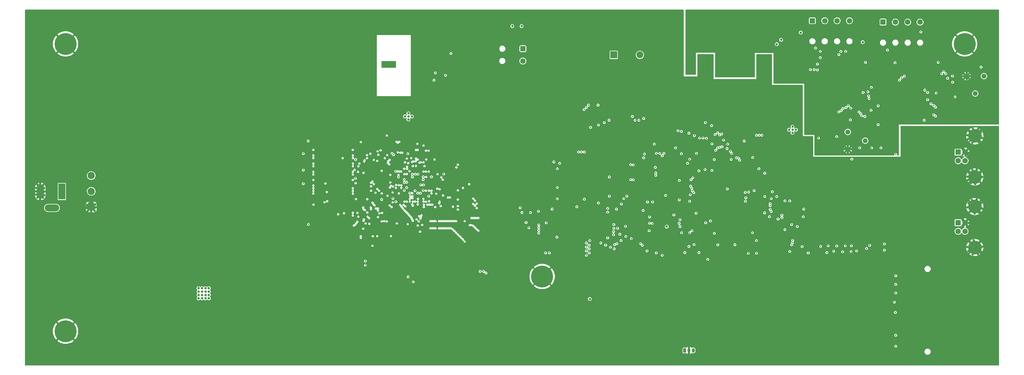
<source format=gbr>
%TF.GenerationSoftware,KiCad,Pcbnew,7.0.2*%
%TF.CreationDate,2023-10-13T18:39:37+02:00*%
%TF.ProjectId,3D Scanner with IR sensor Central Unit,33442053-6361-46e6-9e65-722077697468,1.0*%
%TF.SameCoordinates,Original*%
%TF.FileFunction,Copper,L3,Inr*%
%TF.FilePolarity,Positive*%
%FSLAX46Y46*%
G04 Gerber Fmt 4.6, Leading zero omitted, Abs format (unit mm)*
G04 Created by KiCad (PCBNEW 7.0.2) date 2023-10-13 18:39:37*
%MOMM*%
%LPD*%
G01*
G04 APERTURE LIST*
G04 Aperture macros list*
%AMRoundRect*
0 Rectangle with rounded corners*
0 $1 Rounding radius*
0 $2 $3 $4 $5 $6 $7 $8 $9 X,Y pos of 4 corners*
0 Add a 4 corners polygon primitive as box body*
4,1,4,$2,$3,$4,$5,$6,$7,$8,$9,$2,$3,0*
0 Add four circle primitives for the rounded corners*
1,1,$1+$1,$2,$3*
1,1,$1+$1,$4,$5*
1,1,$1+$1,$6,$7*
1,1,$1+$1,$8,$9*
0 Add four rect primitives between the rounded corners*
20,1,$1+$1,$2,$3,$4,$5,0*
20,1,$1+$1,$4,$5,$6,$7,0*
20,1,$1+$1,$6,$7,$8,$9,0*
20,1,$1+$1,$8,$9,$2,$3,0*%
G04 Aperture macros list end*
%TA.AperFunction,ComponentPad*%
%ADD10C,1.440000*%
%TD*%
%TA.AperFunction,ComponentPad*%
%ADD11RoundRect,0.250000X-0.550000X0.550000X-0.550000X-0.550000X0.550000X-0.550000X0.550000X0.550000X0*%
%TD*%
%TA.AperFunction,ComponentPad*%
%ADD12C,1.600000*%
%TD*%
%TA.AperFunction,ComponentPad*%
%ADD13C,0.800000*%
%TD*%
%TA.AperFunction,ComponentPad*%
%ADD14C,6.400000*%
%TD*%
%TA.AperFunction,ComponentPad*%
%ADD15R,2.000000X2.000000*%
%TD*%
%TA.AperFunction,ComponentPad*%
%ADD16C,2.000000*%
%TD*%
%TA.AperFunction,ComponentPad*%
%ADD17RoundRect,0.250000X-0.550000X-0.550000X0.550000X-0.550000X0.550000X0.550000X-0.550000X0.550000X0*%
%TD*%
%TA.AperFunction,ComponentPad*%
%ADD18RoundRect,0.250001X0.799999X-0.799999X0.799999X0.799999X-0.799999X0.799999X-0.799999X-0.799999X0*%
%TD*%
%TA.AperFunction,ComponentPad*%
%ADD19C,2.100000*%
%TD*%
%TA.AperFunction,ComponentPad*%
%ADD20R,2.000000X4.600000*%
%TD*%
%TA.AperFunction,ComponentPad*%
%ADD21O,2.000000X4.200000*%
%TD*%
%TA.AperFunction,ComponentPad*%
%ADD22O,4.200000X2.000000*%
%TD*%
%TA.AperFunction,ComponentPad*%
%ADD23R,1.600000X1.600000*%
%TD*%
%TA.AperFunction,ComponentPad*%
%ADD24C,4.000000*%
%TD*%
%TA.AperFunction,ComponentPad*%
%ADD25RoundRect,0.200000X-0.200000X-0.450000X0.200000X-0.450000X0.200000X0.450000X-0.200000X0.450000X0*%
%TD*%
%TA.AperFunction,ComponentPad*%
%ADD26O,0.800000X1.300000*%
%TD*%
%TA.AperFunction,ViaPad*%
%ADD27C,0.400000*%
%TD*%
%TA.AperFunction,ViaPad*%
%ADD28C,0.700000*%
%TD*%
%TA.AperFunction,ViaPad*%
%ADD29C,0.250000*%
%TD*%
G04 APERTURE END LIST*
D10*
%TO.N,GNDD*%
%TO.C,RV2*%
X308120000Y-222840000D03*
%TO.N,Net-(U12-AVREF)*%
X313200000Y-220300000D03*
%TO.N,Net-(R54-Pad1)*%
X308120000Y-217760000D03*
%TD*%
D11*
%TO.N,VCC_EN*%
%TO.C,J6*%
X213375000Y-193400000D03*
D12*
%TO.N,Net-(D12-A)*%
X213375000Y-197000000D03*
%TD*%
D13*
%TO.N,GNDD*%
%TO.C,H3*%
X339800000Y-192000000D03*
X340502944Y-190302944D03*
X340502944Y-193697056D03*
X342200000Y-189600000D03*
D14*
X342200000Y-192000000D03*
D13*
X342200000Y-194400000D03*
X343897056Y-190302944D03*
X343897056Y-193697056D03*
X344600000Y-192000000D03*
%TD*%
D15*
%TO.N,+5V*%
%TO.C,BZ1*%
X239900000Y-195200000D03*
D16*
%TO.N,Net-(BZ1-+)*%
X247500000Y-195200000D03*
%TD*%
D17*
%TO.N,/Stepper Motors/A1_2*%
%TO.C,J8*%
X297800000Y-185225000D03*
D12*
%TO.N,/Stepper Motors/A2_2*%
X301400000Y-185225000D03*
%TO.N,/Stepper Motors/B1_2*%
X305000000Y-185225000D03*
%TO.N,/Stepper Motors/B2_2*%
X308600000Y-185225000D03*
%TD*%
D17*
%TO.N,/Stepper Motors/A1_1*%
%TO.C,J9*%
X318400000Y-185625000D03*
D12*
%TO.N,/Stepper Motors/A2_1*%
X322000000Y-185625000D03*
%TO.N,/Stepper Motors/B1_1*%
X325600000Y-185625000D03*
%TO.N,/Stepper Motors/B2_1*%
X329200000Y-185625000D03*
%TD*%
D18*
%TO.N,GND*%
%TO.C,J23*%
X87500000Y-239700000D03*
D19*
%TO.N,VCC_EN*%
X87500000Y-235100000D03*
%TO.N,VCC*%
X87500000Y-230500000D03*
%TD*%
D20*
%TO.N,VCC*%
%TO.C,J1*%
X78950000Y-235150000D03*
D21*
%TO.N,GND*%
X72650000Y-235150000D03*
D22*
%TO.N,N/C*%
X76050000Y-239950000D03*
%TD*%
D23*
%TO.N,VDD*%
%TO.C,J2*%
X340312500Y-223650000D03*
D12*
%TO.N,/Power Supply/USB_ESD_D-*%
X340312500Y-226150000D03*
%TO.N,/Power Supply/USB_ESD_D+*%
X342312500Y-226150000D03*
%TO.N,GND*%
X342312500Y-223650000D03*
D24*
X345172500Y-218900000D03*
X345172500Y-230900000D03*
%TD*%
D13*
%TO.N,GND*%
%TO.C,H1*%
X77600000Y-192000000D03*
X78302944Y-190302944D03*
X78302944Y-193697056D03*
X80000000Y-189600000D03*
D14*
X80000000Y-192000000D03*
D13*
X80000000Y-194400000D03*
X81697056Y-190302944D03*
X81697056Y-193697056D03*
X82400000Y-192000000D03*
%TD*%
%TO.N,GND*%
%TO.C,H2*%
X77600000Y-276000000D03*
X78302944Y-274302944D03*
X78302944Y-277697056D03*
X80000000Y-273600000D03*
D14*
X80000000Y-276000000D03*
D13*
X80000000Y-278400000D03*
X81697056Y-274302944D03*
X81697056Y-277697056D03*
X82400000Y-276000000D03*
%TD*%
D10*
%TO.N,GNDD*%
%TO.C,RV1*%
X342750000Y-201430000D03*
%TO.N,Net-(U6-AVREF)*%
X345290000Y-206510000D03*
%TO.N,Net-(R44-Pad1)*%
X347830000Y-201430000D03*
%TD*%
D25*
%TO.N,/Procesor/VO*%
%TO.C,J4*%
X260550000Y-281600000D03*
D26*
%TO.N,GND*%
X261800000Y-281600000D03*
%TO.N,+5V*%
X263050000Y-281600000D03*
%TD*%
D13*
%TO.N,GND*%
%TO.C,H4*%
X216600000Y-260000000D03*
X217302944Y-258302944D03*
X217302944Y-261697056D03*
X219000000Y-257600000D03*
D14*
X219000000Y-260000000D03*
D13*
X219000000Y-262400000D03*
X220697056Y-258302944D03*
X220697056Y-261697056D03*
X221400000Y-260000000D03*
%TD*%
D23*
%TO.N,VBUS*%
%TO.C,J3*%
X340300000Y-244300000D03*
D12*
%TO.N,/Power Supply/USB_DSC_ESD_D-*%
X340300000Y-246800000D03*
%TO.N,/Power Supply/USB_DSC_ESD_D+*%
X342300000Y-246800000D03*
%TO.N,GND*%
X342300000Y-244300000D03*
D24*
X345160000Y-239550000D03*
X345160000Y-251550000D03*
%TD*%
D27*
%TO.N,/Stepper Motors/A2_1*%
X324603592Y-201419258D03*
X321900000Y-197500000D03*
X319700000Y-193800000D03*
%TO.N,/Stepper Motors/B1_1*%
X323200000Y-202600000D03*
%TO.N,ENABLE_1*%
X317800000Y-222400000D03*
X311600000Y-222400000D03*
X286100000Y-235200000D03*
X315100000Y-222400000D03*
X337250000Y-202025000D03*
X309300000Y-225700000D03*
%TO.N,RESET_MOTOR_1*%
X273900000Y-223400000D03*
X331400000Y-208300000D03*
X331400000Y-206200000D03*
X308900000Y-214200000D03*
%TO.N,SLEEP_1*%
X280400000Y-225200000D03*
X314900000Y-211400000D03*
X313100000Y-213200000D03*
X330600000Y-205500000D03*
%TO.N,TIM3_CH1*%
X273000000Y-234400000D03*
X299600000Y-219500000D03*
%TO.N,DIR_1*%
X295150000Y-242550000D03*
X338700000Y-203200000D03*
%TO.N,/Stepper Motors/A2_2*%
X299300000Y-199600000D03*
X299300000Y-197900000D03*
%TO.N,/Stepper Motors/B1_2*%
X300100000Y-194200000D03*
X297200000Y-199500000D03*
%TO.N,ENABLE_2*%
X314350000Y-207950000D03*
X287400000Y-236638556D03*
%TO.N,RESET_MOTOR_2*%
X307600000Y-210600000D03*
X314000000Y-206000000D03*
X274300000Y-224000000D03*
X277900000Y-220400000D03*
%TO.N,SLEEP_2*%
X317000000Y-215600000D03*
X287800000Y-243200000D03*
X317000000Y-210100000D03*
X315000000Y-204700000D03*
X285300000Y-242500000D03*
X291749500Y-244800000D03*
%TO.N,TIM2_CH1*%
X338675000Y-201375000D03*
X264700000Y-253000000D03*
%TO.N,DIR_2*%
X314200000Y-207200000D03*
X285800000Y-237200000D03*
%TO.N,SPI4_SCK*%
X254500000Y-224000000D03*
X248600000Y-213800000D03*
%TO.N,SPI4_!CS*%
X247200000Y-214300000D03*
X253300000Y-224000000D03*
%TO.N,SPI4_MISO*%
X252300000Y-224000000D03*
X231900000Y-210600000D03*
X246100000Y-214300000D03*
X238500000Y-214300000D03*
%TO.N,SPI4_MOSI*%
X231200000Y-211200000D03*
X248600000Y-225300000D03*
%TO.N,/Procesor/VO*%
X260600000Y-253000000D03*
%TO.N,SDMMC1_D3*%
X307400000Y-251000000D03*
X279200000Y-235300000D03*
X309100000Y-252700000D03*
X285500000Y-239300000D03*
%TO.N,SDMMC1_CMD*%
X285500000Y-240400000D03*
X306600000Y-252800000D03*
X278300000Y-238000000D03*
X304900000Y-251100000D03*
%TO.N,SDMMC1_CK*%
X300200000Y-251200000D03*
X302000000Y-253000000D03*
X278200000Y-235400000D03*
X288900000Y-242100000D03*
%TO.N,SDMMC1_D0*%
X294800000Y-251275500D03*
X289800000Y-246300000D03*
X296600000Y-253100000D03*
X289800000Y-237900000D03*
%TO.N,SDMMC1_D1*%
X291200000Y-237900000D03*
X291200000Y-252700000D03*
%TO.N,SDMMC1_D2*%
X285500000Y-238700000D03*
X280800000Y-234900000D03*
X309200000Y-251000000D03*
X310700000Y-252500000D03*
%TO.N,NRST*%
X280300000Y-247200000D03*
X266700000Y-244300000D03*
X314500000Y-250900000D03*
D28*
X232900000Y-266600000D03*
D27*
X263900000Y-241500000D03*
D28*
X255300000Y-245400000D03*
D27*
X282200000Y-228500000D03*
X313600000Y-251800000D03*
D28*
%TO.N,Net-(U6-VMA)*%
X288700000Y-190800000D03*
X287400000Y-192100000D03*
X312500000Y-191500000D03*
X294400000Y-188700000D03*
D27*
%TO.N,SD_DET*%
X302400000Y-251000000D03*
X304000000Y-252600000D03*
%TO.N,Net-(U1-VCAP_1)*%
X185900000Y-236500000D03*
%TO.N,Net-(U1-VCAP_2)*%
X186700000Y-230880000D03*
%TO.N,/Touch Screen/!RST*%
X181400000Y-261600000D03*
X179900000Y-260100000D03*
D29*
X176500000Y-220600000D03*
X170900000Y-226200000D03*
X171100000Y-240100000D03*
X171500000Y-241500000D03*
D27*
%TO.N,GNDD*%
X305600000Y-206200000D03*
D28*
X279800000Y-200600000D03*
X342790000Y-200510000D03*
X261400000Y-198300000D03*
X307862500Y-201175000D03*
D27*
X333800000Y-207000000D03*
D28*
X279200000Y-195800000D03*
X309162500Y-200075000D03*
X309075000Y-222800000D03*
D27*
X302700000Y-202700000D03*
D28*
X321200000Y-216300000D03*
D27*
X326962500Y-206275000D03*
D28*
X341890000Y-201410000D03*
X309162500Y-202275000D03*
X300100000Y-215650000D03*
X329162500Y-201175000D03*
X321200000Y-212400000D03*
X298700000Y-213750000D03*
X322700000Y-214300000D03*
D27*
X324100000Y-202700000D03*
D28*
X261600000Y-195800000D03*
X309162500Y-203375000D03*
X343690000Y-201410000D03*
X330462500Y-202275000D03*
D27*
X304800000Y-205900000D03*
D28*
X307862500Y-202275000D03*
X329162500Y-200075000D03*
X278500000Y-197900000D03*
D27*
X306500000Y-205900000D03*
X311400000Y-197200000D03*
X332662500Y-197175000D03*
D28*
X307862500Y-200075000D03*
X278600000Y-200200000D03*
D27*
X322900000Y-199300000D03*
D28*
X309162500Y-201175000D03*
X262800000Y-195600000D03*
X261400000Y-199700000D03*
D27*
X333462500Y-197475000D03*
D28*
X278500000Y-199100000D03*
D27*
X301500000Y-199300000D03*
X331862500Y-197475000D03*
D28*
X301500000Y-213750000D03*
D27*
X303386968Y-204304020D03*
X324000000Y-204000000D03*
D28*
X330462500Y-201175000D03*
X308075000Y-223800000D03*
X329162500Y-202275000D03*
X278500000Y-196700000D03*
X330462500Y-200075000D03*
X307862500Y-203375000D03*
D27*
X312200000Y-197500000D03*
D28*
X330462500Y-203375000D03*
X280200000Y-195800000D03*
X308075000Y-221900000D03*
D27*
X313300000Y-206500000D03*
X324100000Y-200700000D03*
D28*
X342790000Y-202310000D03*
D27*
X310500000Y-197500000D03*
D28*
X262300000Y-200500000D03*
X329162500Y-203375000D03*
X261400000Y-196900000D03*
X300100000Y-211850000D03*
X319800000Y-214300000D03*
D27*
X326062500Y-205975000D03*
X327762500Y-205975000D03*
D28*
X307175000Y-222800000D03*
D27*
X302700000Y-200800000D03*
D29*
%TO.N,/Touch Screen/CS*%
X183200000Y-226700000D03*
X174500000Y-225900000D03*
%TO.N,/Touch Screen/LTDC_R7*%
X200400000Y-242900000D03*
X200400000Y-246600000D03*
%TO.N,/Touch Screen/LTDC_R6*%
X199900000Y-238700000D03*
X199900000Y-240000000D03*
X199900000Y-242900000D03*
X199900000Y-246200000D03*
%TO.N,/Touch Screen/LTDC_R5*%
X199400000Y-237800000D03*
X199400000Y-239300000D03*
X199400000Y-245700000D03*
X199400000Y-242900000D03*
%TO.N,/Touch Screen/LTDC_R4*%
X198900000Y-242900000D03*
X198900000Y-238800000D03*
X198900000Y-245200000D03*
X198900000Y-237200000D03*
%TO.N,/Touch Screen/LTDC_R3*%
X198400000Y-245000000D03*
X198400000Y-242900000D03*
%TO.N,/Touch Screen/LTDC_R2*%
X197700000Y-233000000D03*
X197900000Y-245000000D03*
%TO.N,/Touch Screen/LTDC_R1*%
X182400000Y-243300000D03*
X184000000Y-244900000D03*
X183000000Y-243900000D03*
X177925000Y-234100000D03*
%TO.N,/Touch Screen/LTDC_R0*%
X169100000Y-233600000D03*
X169100000Y-232600000D03*
X171100000Y-240700000D03*
X170500000Y-240100000D03*
%TO.N,/Touch Screen/LTDC_G7*%
X184375000Y-229300000D03*
X196400000Y-243800000D03*
X196400000Y-249800000D03*
X189100000Y-238100000D03*
%TO.N,/Touch Screen/LTDC_G6*%
X195900000Y-249200000D03*
X195900000Y-234100000D03*
%TO.N,/Touch Screen/LTDC_G5*%
X195400000Y-248700000D03*
X188500000Y-230100000D03*
%TO.N,/Touch Screen/LTDC_G4*%
X189100000Y-234500000D03*
X194900000Y-248200000D03*
X191500000Y-236900000D03*
X185925000Y-229300000D03*
%TO.N,/Touch Screen/LTDC_G3*%
X187600000Y-225800000D03*
X194400000Y-237500000D03*
X194400000Y-240400000D03*
X185200000Y-225800000D03*
X194400000Y-234800000D03*
X194400000Y-239400000D03*
X194400000Y-227300000D03*
X194400000Y-247700000D03*
%TO.N,/Touch Screen/LTDC_G2*%
X193900000Y-243800000D03*
X189000000Y-238600000D03*
X193900000Y-247200000D03*
X185175000Y-230900000D03*
%TO.N,/Touch Screen/LTDC_G1*%
X178300000Y-240000000D03*
X169900000Y-233000000D03*
X193400000Y-246700000D03*
X193400000Y-243800000D03*
%TO.N,/Touch Screen/LTDC_G0*%
X178700000Y-240500000D03*
X192900000Y-243800000D03*
X169500000Y-232200000D03*
X192900000Y-246200000D03*
%TO.N,/Touch Screen/LTDC_B7*%
X192400000Y-245900000D03*
X178775000Y-228500000D03*
X179100000Y-240900000D03*
X192400000Y-243800000D03*
%TO.N,/Touch Screen/LTDC_B6*%
X191900000Y-243800000D03*
X179500000Y-241300000D03*
X179600000Y-228525000D03*
X191900000Y-245900000D03*
%TO.N,/Touch Screen/LTDC_B5*%
X177400000Y-229300000D03*
X191400000Y-245900000D03*
X179900000Y-241700000D03*
X191400000Y-243800000D03*
%TO.N,/Touch Screen/LTDC_B4*%
X174400000Y-227200000D03*
X190900000Y-243800000D03*
X190900000Y-245900000D03*
X180200000Y-242100000D03*
%TO.N,/Touch Screen/LTDC_B3*%
X190400000Y-245900000D03*
X190400000Y-243800000D03*
X180800000Y-225400000D03*
X180600000Y-242500000D03*
%TO.N,/Touch Screen/LTDC_B2*%
X189900000Y-243800000D03*
X183600000Y-226600000D03*
X180900000Y-242900000D03*
X189900000Y-245900000D03*
%TO.N,/Touch Screen/LTDC_B1*%
X182100000Y-226300000D03*
X182174500Y-227661525D03*
X189400000Y-243800000D03*
X181100000Y-243300000D03*
X189400000Y-245900000D03*
X171900000Y-223100000D03*
%TO.N,/Touch Screen/LTDC_B0*%
X188900000Y-243800000D03*
X169900000Y-225900000D03*
X173100000Y-225400000D03*
X188900000Y-245900000D03*
X174122217Y-226308584D03*
X181300000Y-243700000D03*
%TO.N,/Touch Screen/LTDC_DE*%
X187900000Y-245900000D03*
X177900000Y-229300000D03*
X179500000Y-238100000D03*
X183800000Y-242100000D03*
X187900000Y-243800000D03*
%TO.N,/Touch Screen/LTDC_CLK*%
X187400000Y-245900000D03*
X177200000Y-235700000D03*
X183100000Y-242400000D03*
X178800000Y-238100000D03*
X187400000Y-243800000D03*
X177200000Y-233300000D03*
%TO.N,/Touch Screen/LTDC_HSYNC*%
X186900000Y-243800000D03*
X177600000Y-239100000D03*
X186900000Y-245900000D03*
X183600000Y-242700000D03*
X178600000Y-239100000D03*
X174900000Y-233500000D03*
X179500000Y-230025000D03*
%TO.N,/Touch Screen/LTDC_VSYNC*%
X183500000Y-243100000D03*
X179100000Y-239500000D03*
X174700000Y-230300000D03*
X177900000Y-239500000D03*
X186400000Y-245900000D03*
X186400000Y-243800000D03*
%TO.N,/Touch Screen/TP_!INT*%
X169500000Y-251000000D03*
X189590000Y-230990000D03*
%TO.N,/Touch Screen/UART5_RX*%
X185100000Y-229325000D03*
X194000000Y-228100000D03*
D27*
%TO.N,NHOME_1*%
X339400000Y-207500000D03*
X295300000Y-240300000D03*
%TO.N,NHOME_2*%
X322100000Y-224300000D03*
X293400000Y-245400000D03*
X285800000Y-241000000D03*
X288900000Y-242800000D03*
%TO.N,Net-(U6-BOUT2)*%
X329400000Y-188500000D03*
X323800000Y-201900000D03*
%TO.N,Net-(U12-AOUT1)*%
X298700000Y-193200000D03*
X305500000Y-195100000D03*
%TO.N,Net-(U12-BOUT2)*%
X306100000Y-194200000D03*
X300100000Y-196000000D03*
X307500000Y-194200000D03*
X298300000Y-199500000D03*
%TO.N,GND*%
X181000000Y-190300000D03*
X327200000Y-224500000D03*
X347900000Y-283100000D03*
D28*
X87500000Y-243800000D03*
X286800000Y-217100000D03*
X346900000Y-229600000D03*
D27*
X188400000Y-194900000D03*
D28*
X282200000Y-202700000D03*
D27*
X311400000Y-246000000D03*
X284300000Y-229100000D03*
X186700000Y-232500000D03*
X221800000Y-226100000D03*
X322100000Y-269900000D03*
D28*
X119700000Y-237600000D03*
D27*
X335500000Y-237100000D03*
X319200000Y-246200000D03*
X173800000Y-237500000D03*
X322000000Y-243400000D03*
D28*
X282200000Y-203600000D03*
D27*
X241150000Y-245100000D03*
D28*
X202500000Y-214100000D03*
X343000000Y-218700000D03*
D27*
X262600000Y-251700000D03*
X180325000Y-234900000D03*
D28*
X283400000Y-203600000D03*
D27*
X176396798Y-237321798D03*
D28*
X344500000Y-253600000D03*
D27*
X168450000Y-255475000D03*
X281200000Y-230000000D03*
X186200000Y-198800000D03*
X324200000Y-269300000D03*
D28*
X342900000Y-243500000D03*
D27*
X181000000Y-204200000D03*
X323600000Y-242100000D03*
X284400000Y-241400000D03*
X183575000Y-234100000D03*
X258700000Y-242300000D03*
X176100000Y-197400000D03*
D28*
X343300000Y-238500000D03*
D27*
X310200000Y-243700000D03*
X172500000Y-234075000D03*
D28*
X117690000Y-237500000D03*
X282500000Y-195900000D03*
D27*
X185120000Y-228500000D03*
X170500000Y-194400000D03*
D28*
X243250000Y-242900000D03*
X73200000Y-244600000D03*
D27*
X191500000Y-201600000D03*
D28*
X99300000Y-242600000D03*
X344400000Y-220900000D03*
D27*
X192700000Y-199700000D03*
D28*
X76000000Y-227100000D03*
X74000000Y-227100000D03*
D27*
X235900000Y-227300000D03*
D28*
X74200000Y-243600000D03*
X265900000Y-195700000D03*
X100700000Y-238000000D03*
D27*
X261100000Y-227600000D03*
X345400000Y-257700000D03*
X183850000Y-255875000D03*
D28*
X205500000Y-266600000D03*
X245250000Y-242900000D03*
D27*
X170500000Y-204600000D03*
D28*
X267300000Y-199100000D03*
D27*
X324200000Y-268300000D03*
D28*
X283400000Y-202700000D03*
X72600000Y-232900000D03*
X283500000Y-195800000D03*
D27*
X183000000Y-198800000D03*
X313100000Y-247800000D03*
X178808946Y-235616054D03*
D28*
X267100000Y-200300000D03*
D27*
X207550000Y-255900000D03*
X188350000Y-255875000D03*
X235900000Y-228900000D03*
X314400000Y-243700000D03*
D28*
X76200000Y-244600000D03*
D27*
X183525000Y-232500000D03*
D28*
X88500000Y-243800000D03*
D27*
X170700000Y-230500000D03*
X261648511Y-237000000D03*
D28*
X343800000Y-241100000D03*
D27*
X281200000Y-242000000D03*
X173100000Y-228900000D03*
X319700000Y-245500000D03*
X323100000Y-275500000D03*
D28*
X346700000Y-232400000D03*
X267300000Y-197900000D03*
D27*
X281900000Y-248700000D03*
X181700000Y-198800000D03*
X325300000Y-275500000D03*
D28*
X94500000Y-243100000D03*
X73800000Y-236200000D03*
X86300000Y-240000000D03*
D27*
X337200000Y-222900000D03*
D28*
X206400000Y-270300000D03*
D27*
X161850000Y-223775000D03*
D28*
X77000000Y-227100000D03*
D27*
X274687500Y-228461011D03*
X258700000Y-249300000D03*
X226100000Y-231300000D03*
D28*
X72600000Y-237400000D03*
D27*
X224000000Y-248900000D03*
X180300000Y-234025000D03*
X269687500Y-248038989D03*
D28*
X75000000Y-227100000D03*
D27*
X190945500Y-200279250D03*
D28*
X284600000Y-202700000D03*
D27*
X258100000Y-231900000D03*
X185100000Y-198800000D03*
X184350000Y-255875000D03*
D28*
X347000000Y-217800000D03*
D27*
X191500000Y-198400000D03*
D28*
X244250000Y-242900000D03*
D27*
X257900000Y-244800000D03*
X182850000Y-255875000D03*
X253000000Y-242400000D03*
D28*
X285800000Y-217100000D03*
X341900000Y-222700000D03*
D27*
X189000000Y-198400000D03*
X255900000Y-239000000D03*
X152050000Y-226175000D03*
D28*
X347200000Y-219500000D03*
D27*
X346600000Y-282200000D03*
D28*
X343300000Y-244400000D03*
X203500000Y-213100000D03*
D27*
X168450000Y-256675000D03*
X280700000Y-250100000D03*
X170500000Y-197800000D03*
X182300000Y-194800000D03*
X284300000Y-230800000D03*
D28*
X173900000Y-231275000D03*
D27*
X329800000Y-225800000D03*
X178800000Y-189100000D03*
X151550000Y-245175000D03*
D28*
X93700000Y-243400000D03*
X261800000Y-280700000D03*
D27*
X170500000Y-191000000D03*
D28*
X75200000Y-243600000D03*
X287800000Y-217100000D03*
D27*
X235900000Y-237700000D03*
D28*
X87500000Y-244800000D03*
D27*
X254522609Y-242877135D03*
X239000000Y-231700000D03*
X181000000Y-197100000D03*
D28*
X86500000Y-240900000D03*
X87500000Y-240900000D03*
D27*
X170500000Y-201200000D03*
X172000000Y-189100000D03*
X253300000Y-240800000D03*
D28*
X71800000Y-236900000D03*
D27*
X181000000Y-200800000D03*
X346700000Y-256700000D03*
X201850000Y-255875000D03*
X332200000Y-243600000D03*
X201400000Y-258800000D03*
X274687500Y-248038989D03*
X179600000Y-235625000D03*
X345300000Y-283100000D03*
X319700000Y-247000000D03*
D28*
X73200000Y-245600000D03*
X73000000Y-229100000D03*
X92000000Y-263600000D03*
D27*
X200400000Y-258800000D03*
X316800000Y-251700000D03*
D28*
X343800000Y-249900000D03*
X341900000Y-245200000D03*
D27*
X324200000Y-276000000D03*
D28*
X244250000Y-243900000D03*
D27*
X202350000Y-255875000D03*
X192600000Y-201600000D03*
X148950000Y-228275000D03*
X223400000Y-226500000D03*
X191475000Y-197775000D03*
X184600000Y-193900000D03*
D28*
X347300000Y-230900000D03*
D27*
X190800000Y-197800000D03*
D28*
X343300000Y-252600000D03*
X87900000Y-238500000D03*
D27*
X251777135Y-240177391D03*
X345400000Y-255700000D03*
D28*
X284600000Y-201800000D03*
D27*
X181900000Y-230925000D03*
X181000000Y-207600000D03*
D28*
X254400000Y-204700000D03*
D27*
X175525000Y-236500000D03*
X180400000Y-230925000D03*
X324200000Y-275000000D03*
D28*
X111800000Y-264400000D03*
D27*
X174600000Y-197400000D03*
D28*
X106790000Y-253800000D03*
D27*
X235900000Y-233700000D03*
X257900000Y-245800000D03*
X151450000Y-219975000D03*
X182500000Y-197300000D03*
D28*
X345100000Y-241600000D03*
D27*
X187300000Y-201200000D03*
D28*
X283200000Y-200700000D03*
X98800000Y-247200000D03*
D27*
X311400000Y-247300000D03*
D28*
X71500000Y-234100000D03*
X272200000Y-203900000D03*
D27*
X179525000Y-234900000D03*
D28*
X75200000Y-244600000D03*
X74200000Y-245600000D03*
D27*
X281200000Y-236500000D03*
D28*
X75000000Y-229100000D03*
X86300000Y-239100000D03*
D27*
X170900000Y-207600000D03*
X161900000Y-228600000D03*
X174300000Y-207600000D03*
X226100000Y-236100000D03*
X332200000Y-246900000D03*
D28*
X343000000Y-239800000D03*
D27*
X331900000Y-245200000D03*
X321000000Y-246200000D03*
X184200000Y-198800000D03*
D28*
X105100000Y-261800000D03*
X73800000Y-234200000D03*
X344900000Y-249400000D03*
X284500000Y-198600000D03*
D27*
X329200000Y-229000000D03*
X178783968Y-229300000D03*
D28*
X173600000Y-230475000D03*
X74000000Y-228100000D03*
D27*
X181700000Y-196100000D03*
D28*
X265000000Y-201800000D03*
D27*
X181125000Y-234900000D03*
X264200000Y-279700000D03*
D28*
X282200000Y-201800000D03*
X218600000Y-266600000D03*
X347000000Y-252700000D03*
X73200000Y-243600000D03*
X74000000Y-229100000D03*
X77200000Y-244600000D03*
D27*
X183525000Y-231700000D03*
D28*
X266100000Y-200600000D03*
D27*
X192800000Y-190200000D03*
D28*
X264800000Y-199400000D03*
X345300000Y-233000000D03*
D27*
X314500000Y-244800000D03*
D28*
X87500000Y-242800000D03*
D27*
X189137500Y-191337500D03*
D28*
X76200000Y-245600000D03*
X270300000Y-204100000D03*
D27*
X187200000Y-194400000D03*
D28*
X219600000Y-270300000D03*
D27*
X247750000Y-240300000D03*
D28*
X224100000Y-194900000D03*
D27*
X332100000Y-218000000D03*
D28*
X284200000Y-200500000D03*
X266200000Y-202700000D03*
X122000000Y-257500000D03*
D27*
X184400000Y-196300000D03*
D28*
X75200000Y-245600000D03*
D27*
X269187000Y-224800000D03*
D28*
X103100000Y-262000000D03*
D27*
X148950000Y-223475000D03*
D28*
X266200000Y-201800000D03*
D27*
X255900000Y-239800000D03*
X183575000Y-234900000D03*
X186700000Y-234100000D03*
D28*
X282000000Y-198200000D03*
X104200000Y-261900000D03*
X343000000Y-222900000D03*
D27*
X223016521Y-233399500D03*
X320400000Y-247000000D03*
D28*
X105200000Y-260900000D03*
X284500000Y-197500000D03*
D27*
X187900000Y-198600000D03*
X161850000Y-242975000D03*
X325300000Y-268800000D03*
D28*
X202500000Y-213100000D03*
X264900000Y-196000000D03*
X346100000Y-216900000D03*
X266200000Y-203600000D03*
D27*
X328800000Y-227400000D03*
D28*
X171100000Y-232375000D03*
X284400000Y-196400000D03*
D27*
X263187500Y-248038989D03*
D28*
X266900000Y-195800000D03*
D27*
X174600000Y-198600000D03*
D28*
X99300000Y-241600000D03*
D27*
X284419503Y-236600000D03*
X235900000Y-248100000D03*
D28*
X76200000Y-243600000D03*
D27*
X320057500Y-246220000D03*
X319800000Y-249200000D03*
D28*
X344600000Y-216800000D03*
X76000000Y-229100000D03*
X344400000Y-228900000D03*
X346600000Y-249900000D03*
X119700000Y-239400000D03*
D27*
X192800000Y-194100000D03*
X192237500Y-193637500D03*
X317090120Y-244972233D03*
D28*
X283400000Y-201800000D03*
D27*
X323300000Y-243600000D03*
D28*
X86500000Y-244800000D03*
D27*
X254400000Y-235200000D03*
X337800000Y-243600000D03*
X223000000Y-238100000D03*
X183500000Y-194400000D03*
X164950000Y-230675000D03*
X317200000Y-250200000D03*
D28*
X73800000Y-235200000D03*
D27*
X254400000Y-231200000D03*
X179600000Y-230925000D03*
X274800000Y-225500000D03*
D28*
X88700000Y-238900000D03*
X343500000Y-217500000D03*
D27*
X182725000Y-230900000D03*
D28*
X77000000Y-229100000D03*
D27*
X320300000Y-243200000D03*
X174600000Y-198000000D03*
X187700000Y-236500000D03*
X183525000Y-230900000D03*
D28*
X343300000Y-223900000D03*
X77000000Y-228100000D03*
X244250000Y-241800000D03*
D27*
X189200000Y-195600000D03*
X191474500Y-195270750D03*
X269687500Y-228461011D03*
D28*
X273700000Y-203900000D03*
X286800000Y-216100000D03*
D27*
X189937500Y-190637500D03*
D28*
X74200000Y-244600000D03*
X284500000Y-199600000D03*
X100800000Y-237100000D03*
D27*
X188100000Y-193700000D03*
X266100000Y-223400000D03*
X175400000Y-189100000D03*
D28*
X123000000Y-236300000D03*
X346100000Y-253500000D03*
D27*
X189500000Y-201600000D03*
X264062676Y-251043921D03*
D28*
X225000000Y-194500000D03*
X346400000Y-241300000D03*
D27*
X179525000Y-233300000D03*
D28*
X347300000Y-251300000D03*
X218600000Y-271200000D03*
D27*
X176375000Y-230900000D03*
X161850000Y-222175000D03*
D28*
X282000000Y-199400000D03*
D27*
X148950000Y-232275000D03*
D28*
X264800000Y-198300000D03*
D27*
X274800000Y-251700000D03*
D28*
X265000000Y-203600000D03*
X343200000Y-219900000D03*
X267400000Y-202700000D03*
X206400000Y-267500000D03*
X75000000Y-228100000D03*
X88500000Y-242800000D03*
D27*
X327300000Y-227600000D03*
X181180000Y-228500000D03*
D28*
X345700000Y-228800000D03*
X265100000Y-200400000D03*
X343400000Y-229600000D03*
D27*
X181000000Y-193700000D03*
D28*
X282000000Y-196900000D03*
X77200000Y-243600000D03*
D27*
X258600000Y-243400000D03*
D28*
X88700000Y-239900000D03*
D27*
X185125000Y-231700000D03*
D28*
X117400000Y-241100000D03*
X286800000Y-218100000D03*
X92800000Y-243400000D03*
X71500000Y-236100000D03*
D27*
X161850000Y-232575000D03*
D28*
X219600000Y-267500000D03*
D27*
X176100000Y-198600000D03*
X239000000Y-235700000D03*
D28*
X73000000Y-227100000D03*
X76000000Y-228100000D03*
X86500000Y-243800000D03*
X343000000Y-230800000D03*
D27*
X185950000Y-255875000D03*
D28*
X201500000Y-213100000D03*
D27*
X318100000Y-243800000D03*
D28*
X171100000Y-233400000D03*
D27*
X152050000Y-230975000D03*
D28*
X97100000Y-249300000D03*
X347100000Y-238500000D03*
X267400000Y-203600000D03*
X267400000Y-201800000D03*
X343200000Y-231800000D03*
X92000000Y-265200000D03*
D27*
X179575000Y-231700000D03*
D28*
X205500000Y-271200000D03*
D27*
X182775000Y-234900000D03*
X185800000Y-194300000D03*
X329600000Y-242300000D03*
D28*
X102400000Y-266800000D03*
D27*
X344100000Y-256700000D03*
D28*
X202500000Y-212100000D03*
D27*
X184400000Y-195300000D03*
D28*
X267300000Y-196800000D03*
X261800000Y-282500000D03*
X346300000Y-220700000D03*
D27*
X258400497Y-237600000D03*
D28*
X73500000Y-233300000D03*
D27*
X186860000Y-202600000D03*
D28*
X73400000Y-237000000D03*
X264800000Y-197100000D03*
X265000000Y-202700000D03*
D27*
X204850000Y-255875000D03*
X192937500Y-192937500D03*
X320400000Y-245500000D03*
D28*
X345700000Y-237400000D03*
D27*
X192100000Y-197800000D03*
D28*
X342800000Y-245200000D03*
D27*
X164900000Y-226500000D03*
X177700000Y-207600000D03*
D28*
X77200000Y-245600000D03*
X121500000Y-239400000D03*
X71500000Y-235100000D03*
X73000000Y-228100000D03*
X100800000Y-238900000D03*
X88500000Y-244800000D03*
D27*
X191400000Y-197200000D03*
D28*
X97100000Y-247800000D03*
X341800000Y-243400000D03*
X284600000Y-203600000D03*
X347300000Y-240100000D03*
X344000000Y-232700000D03*
X88500000Y-240800000D03*
D27*
X261648511Y-244500000D03*
X323100000Y-268800000D03*
X346600000Y-284100000D03*
D28*
X342500000Y-224600000D03*
D27*
X270200000Y-251700000D03*
D28*
X86500000Y-242800000D03*
X344300000Y-237600000D03*
X253700000Y-205600000D03*
D27*
X176100000Y-198000000D03*
X183350000Y-255875000D03*
X222800000Y-228500000D03*
D28*
X343000000Y-251400000D03*
X87000000Y-238500000D03*
X71800000Y-233200000D03*
D27*
X320400000Y-241400000D03*
D28*
X282200000Y-200500000D03*
D27*
%TO.N,+3.3V*%
X322100000Y-277200000D03*
D28*
X118800000Y-264400000D03*
D27*
X178800000Y-234825000D03*
D28*
X292000000Y-216200000D03*
D27*
X201900000Y-258500000D03*
X259200000Y-245400000D03*
X150750000Y-220375000D03*
X150850000Y-244775000D03*
X178800000Y-231625000D03*
X240650000Y-240300000D03*
D28*
X118800000Y-266400000D03*
D27*
X149350000Y-224075000D03*
X312600000Y-206200000D03*
D28*
X120800000Y-263400000D03*
D27*
X149350000Y-232875000D03*
X304900000Y-219100000D03*
X179500000Y-234025000D03*
D28*
X119800000Y-266400000D03*
D27*
X269187000Y-225800000D03*
X223400000Y-228500000D03*
X187460000Y-202600000D03*
X333900000Y-206400000D03*
X182775000Y-230100000D03*
X149350000Y-228875000D03*
X184325000Y-231700000D03*
X190800000Y-201200000D03*
X258947429Y-244446762D03*
D28*
X179000000Y-213200000D03*
X119800000Y-265400000D03*
X180000000Y-213200000D03*
D27*
X181125000Y-230900000D03*
X181125000Y-230100000D03*
D28*
X181000000Y-213200000D03*
X180000000Y-212300000D03*
X120800000Y-266400000D03*
X121800000Y-266400000D03*
D27*
X202600000Y-259000000D03*
X176325000Y-238100000D03*
X184325000Y-230900000D03*
X179800000Y-224100000D03*
X270200500Y-250716521D03*
X222400000Y-226500000D03*
X184300000Y-234825000D03*
X183500000Y-235625000D03*
D28*
X120800000Y-265400000D03*
D27*
X172200000Y-237500000D03*
D28*
X118775000Y-263425000D03*
X121800000Y-265400000D03*
D27*
X223400000Y-234000000D03*
X238600000Y-230900000D03*
X322100000Y-262300000D03*
X180400000Y-235625000D03*
X181925000Y-234900000D03*
X175690000Y-224400000D03*
X177103200Y-230896800D03*
D28*
X121800000Y-264400000D03*
D27*
X164600000Y-225800000D03*
X200900000Y-258500000D03*
X275188000Y-250713562D03*
X261400000Y-226900000D03*
X238600000Y-236500000D03*
X259199154Y-243379571D03*
X167450000Y-255475000D03*
X259000000Y-237600000D03*
X322100000Y-280400000D03*
X167450000Y-256675000D03*
D28*
X121800000Y-263400000D03*
D27*
X257400000Y-242000000D03*
X176300000Y-229225000D03*
X182700000Y-235625000D03*
X223400000Y-237300000D03*
D28*
X293000000Y-217100000D03*
D27*
X190300000Y-230000000D03*
X281520000Y-253200000D03*
D28*
X119800000Y-264400000D03*
D27*
X175475000Y-237200000D03*
X259000000Y-231900000D03*
D28*
X180000000Y-214100000D03*
X119800000Y-263400000D03*
D27*
X184396798Y-233228202D03*
X261800000Y-251200000D03*
X279120000Y-253200000D03*
X283900000Y-241400000D03*
X321700000Y-267500000D03*
X313300000Y-197400000D03*
X283900000Y-229800000D03*
D28*
X291000000Y-217100000D03*
D27*
X322000000Y-270500000D03*
X175200000Y-224000000D03*
X281500000Y-249500000D03*
X262000000Y-225700000D03*
X322100000Y-264800000D03*
D28*
X118800000Y-265400000D03*
D27*
X164550000Y-231275000D03*
X179500000Y-232425000D03*
X192400000Y-194800000D03*
X187859167Y-200483279D03*
X283920000Y-236600000D03*
X274137324Y-225763921D03*
D28*
X292000000Y-218000000D03*
D27*
X181975000Y-230100000D03*
X223300000Y-248500000D03*
X334500000Y-197400000D03*
X224100000Y-226900000D03*
X178775000Y-232500000D03*
X347000000Y-198800000D03*
X263300000Y-250680000D03*
D28*
X292000000Y-217100000D03*
X120800000Y-264400000D03*
D27*
X183600000Y-233225000D03*
X322100000Y-259800000D03*
X248450000Y-240700000D03*
D28*
%TO.N,+5V*%
X210300000Y-186800000D03*
X213000000Y-186800000D03*
D29*
%TO.N,I2C2_SCL*%
X193000000Y-239600000D03*
X189400000Y-239400000D03*
%TO.N,Net-(U1-BOOT0)*%
X172200000Y-229100000D03*
X180300000Y-229200000D03*
X174000000Y-226800000D03*
%TO.N,Net-(U1-PDR_ON)*%
X179525000Y-225525000D03*
X178800000Y-230100000D03*
D27*
%TO.N,Net-(U12-AVREF)*%
X309003200Y-210803200D03*
X308296800Y-210096800D03*
D29*
%TO.N,/Touch Screen/FMC_NBL1*%
X178200000Y-223800000D03*
X163775000Y-234175000D03*
X164600000Y-232700000D03*
X179000000Y-226600000D03*
%TO.N,/Touch Screen/FMC_NBL0*%
X152275000Y-233375000D03*
X155800000Y-232800000D03*
X179943399Y-226856601D03*
X182200000Y-223000000D03*
X182200000Y-225500000D03*
%TO.N,/Touch Screen/FMC_SDCKE1*%
X163797063Y-235787792D03*
X171000000Y-223400000D03*
X167900000Y-224500000D03*
X164300000Y-228800000D03*
X181400000Y-226400000D03*
%TO.N,/Touch Screen/FMC_SDNE1*%
X177300000Y-220600000D03*
X179600000Y-227899500D03*
X173700000Y-218800000D03*
X181000000Y-226500000D03*
X177700000Y-223800000D03*
%TO.N,/Touch Screen/FMC_SDNCAS*%
X182700000Y-223000000D03*
X182700000Y-225800000D03*
X181300000Y-227704089D03*
X152275000Y-234975000D03*
%TO.N,/Touch Screen/FMC_D2*%
X184674500Y-227700000D03*
X152275000Y-225375000D03*
D27*
%TO.N,RAM_D0*%
X259600000Y-224100000D03*
X257900000Y-222400000D03*
%TO.N,RAM_D1*%
X264700000Y-229100000D03*
X264000000Y-224000000D03*
%TO.N,RAM_D3*%
X271900000Y-220100000D03*
X273100000Y-221300000D03*
%TO.N,RAM_D4*%
X232700000Y-251900000D03*
X240000000Y-251900000D03*
%TO.N,RAM_D5*%
X238900000Y-251400000D03*
X231900000Y-251400000D03*
%TO.N,RAM_D6*%
X237500000Y-250800000D03*
X232700000Y-250800000D03*
%TO.N,RAM_D7*%
X236100000Y-250200000D03*
X231900000Y-250200000D03*
%TO.N,SDNWE*%
X220000000Y-253100000D03*
X221900000Y-240300000D03*
X231900000Y-253800000D03*
X254000000Y-253800000D03*
%TO.N,SDNCAS*%
X229100000Y-239600000D03*
X266900000Y-219600000D03*
X237100000Y-215000000D03*
X231300000Y-223600000D03*
X231300000Y-237400000D03*
X268500000Y-221200000D03*
%TO.N,SDNRAS*%
X231900000Y-252500000D03*
X217900000Y-240900000D03*
X249600000Y-252500000D03*
X215600500Y-241300000D03*
%TO.N,SDNE0*%
X232700000Y-253100000D03*
X252300000Y-253100000D03*
X220200000Y-244300000D03*
X221100000Y-253100000D03*
%TO.N,RAM_BA0*%
X233100000Y-216400000D03*
X266500500Y-228724318D03*
X229600000Y-223600000D03*
X259600000Y-217600000D03*
%TO.N,RAM_BA1*%
X235400000Y-215700000D03*
X265900000Y-219500000D03*
X230500000Y-223600000D03*
X268500000Y-229000000D03*
%TO.N,RAM_A10*%
X232900000Y-249500000D03*
X242000000Y-249500000D03*
%TO.N,RAM_A0*%
X262300000Y-233600000D03*
X212600000Y-239900000D03*
X258600000Y-217400000D03*
X218000000Y-244900000D03*
%TO.N,RAM_A1*%
X218000000Y-245700000D03*
X213100000Y-241300000D03*
X261800000Y-218100000D03*
X262600000Y-234200000D03*
%TO.N,RAM_A2*%
X218000000Y-246500000D03*
X262800000Y-235000000D03*
X263400000Y-218800000D03*
X214303554Y-244196446D03*
%TO.N,RAM_A3*%
X218000000Y-247300000D03*
X263200000Y-235500000D03*
X264900000Y-219500000D03*
X215100500Y-245750000D03*
%TO.N,RAM_A4*%
X240800000Y-250400000D03*
X255000000Y-236300000D03*
X251100000Y-244500000D03*
X247700000Y-250400000D03*
%TO.N,RAM_A5*%
X235400000Y-238500000D03*
X243700000Y-236500000D03*
%TO.N,RAM_A6*%
X239800000Y-247800000D03*
X269200000Y-247400000D03*
X245000000Y-248900000D03*
X267300000Y-255000000D03*
%TO.N,RAM_A7*%
X239800000Y-246900000D03*
X243400000Y-248300000D03*
%TO.N,RAM_A8*%
X239900500Y-245900000D03*
X241653200Y-247646800D03*
%TO.N,RAM_A9*%
X239900500Y-244800000D03*
X241000000Y-245900000D03*
%TO.N,SDCKE0*%
X240100000Y-250700000D03*
X238100000Y-241200000D03*
X248200000Y-250900000D03*
X238100000Y-248700000D03*
%TO.N,SDCLK*%
X250200000Y-246600000D03*
X262700000Y-246600000D03*
X278400000Y-237000000D03*
X238100000Y-240100000D03*
X243300000Y-245299502D03*
X268050000Y-243750000D03*
%TO.N,RAM_DMH*%
X244800000Y-227300000D03*
X244800000Y-231700000D03*
%TO.N,RAM_D13*%
X262200000Y-236100000D03*
X252100000Y-230400000D03*
%TO.N,RAM_D14*%
X252100000Y-229700000D03*
X262400000Y-231700000D03*
%TO.N,RAM_D15*%
X262953200Y-231100000D03*
X252000000Y-228100000D03*
%TO.N,NRF_CE*%
X254000000Y-224700000D03*
X245300000Y-213200000D03*
%TO.N,NRF_IRQ*%
X272900000Y-222600000D03*
X235300000Y-209900000D03*
X266600000Y-215000000D03*
X232500000Y-209900000D03*
%TO.N,QUADSPI_BK1_NCS*%
X242100000Y-238800000D03*
X251700000Y-221300000D03*
X245600000Y-227400000D03*
X245600000Y-231700000D03*
X248800000Y-224200000D03*
X242800000Y-237200000D03*
%TO.N,QUADSPI_CLK*%
X259658391Y-247212609D03*
X262000000Y-247200000D03*
%TO.N,/Procesor/TIM10_CH1*%
X268400000Y-215900000D03*
X262000000Y-238000000D03*
%TO.N,QUADSPI_BK1_IO0*%
X250300000Y-242600000D03*
X250300000Y-244400000D03*
%TO.N,QUADSPI_BK1_IO1*%
X249700000Y-238200000D03*
X251200000Y-238200000D03*
D29*
%TO.N,/Touch Screen/FMC_D3*%
X160800000Y-225400000D03*
X167900000Y-225400000D03*
X184400000Y-226600000D03*
X152275000Y-226975000D03*
D27*
%TO.N,USART1_TX*%
X318800000Y-250500000D03*
X318800000Y-252300000D03*
%TO.N,/Procesor/RGB_RED*%
X270800000Y-222200000D03*
X270800000Y-218600000D03*
%TO.N,/Procesor/RGB_BLUE*%
X270200000Y-222400000D03*
X270200000Y-218000000D03*
%TO.N,/Procesor/RGB_GREEN*%
X271468107Y-222070126D03*
X271349500Y-218300000D03*
%TO.N,/Procesor/BUZZER*%
X269400000Y-218500000D03*
X269600000Y-223100000D03*
D29*
%TO.N,/Touch Screen/FMC_A0*%
X176900000Y-229300000D03*
X176900000Y-223700000D03*
X166100000Y-220700000D03*
X176900000Y-220900000D03*
%TO.N,/Touch Screen/FMC_A1*%
X177100000Y-230300000D03*
X168900000Y-224100000D03*
X171200000Y-224400000D03*
X173800000Y-224500000D03*
%TO.N,/Touch Screen/FMC_A2*%
X174700000Y-232500000D03*
X165100000Y-241400000D03*
X170400000Y-235500000D03*
X170100000Y-239200000D03*
X159500000Y-241800000D03*
%TO.N,/Touch Screen/FMC_A3*%
X166100000Y-248700000D03*
X175100000Y-239700000D03*
X176400000Y-233225000D03*
X174900000Y-248200000D03*
X173700000Y-243900000D03*
X175400000Y-238300000D03*
%TO.N,/Touch Screen/FMC_SDCLK*%
X163775000Y-234975000D03*
X168500000Y-242900000D03*
X190000000Y-231700000D03*
X167000000Y-243300000D03*
X165400000Y-242500000D03*
%TO.N,/Touch Screen/FMC_A4*%
X175400000Y-235400000D03*
X168600000Y-244600000D03*
X171100000Y-242600000D03*
X172300000Y-241400000D03*
X176325000Y-234100000D03*
X174500000Y-239200000D03*
X163775000Y-242175000D03*
%TO.N,/Touch Screen/FMC_SDNWE*%
X156200000Y-235300000D03*
X172200000Y-235700000D03*
X177925000Y-233300000D03*
X152275000Y-234175000D03*
X169500000Y-238400000D03*
X175500000Y-233700000D03*
%TO.N,/Touch Screen/FMC_A5*%
X173901363Y-236398341D03*
X169800000Y-238800000D03*
X163775000Y-241375000D03*
%TO.N,/Touch Screen/FMC_D1*%
X184400000Y-221700000D03*
X185975000Y-234900000D03*
X152275000Y-224575000D03*
X185900000Y-223200000D03*
%TO.N,/Touch Screen/FMC_D15*%
X163775000Y-222975000D03*
X188400000Y-234300000D03*
%TO.N,/Touch Screen/FMC_D0*%
X185100000Y-223200000D03*
X185100000Y-234900000D03*
X152275000Y-222975000D03*
X182600000Y-221200000D03*
%TO.N,/Touch Screen/FMC_D14*%
X186700000Y-234925000D03*
X163800000Y-224600000D03*
%TO.N,/Touch Screen/FMC_D13*%
X186725000Y-235700000D03*
X163800000Y-225375000D03*
%TO.N,/Touch Screen/FMC_A6*%
X180500000Y-236500000D03*
X164100000Y-245100000D03*
%TO.N,/Touch Screen/FMC_A11*%
X170900000Y-234400000D03*
X174600000Y-234000000D03*
X164725000Y-237375000D03*
X171400000Y-234900000D03*
X181175000Y-236500000D03*
X168000000Y-237400000D03*
X169100000Y-234900000D03*
%TO.N,/Touch Screen/FMC_A9*%
X186000000Y-239000000D03*
X181100000Y-235625000D03*
X165100000Y-244000000D03*
%TO.N,/Touch Screen/FMC_A7*%
X164500000Y-244800000D03*
X180400000Y-237325000D03*
X187000000Y-239000000D03*
%TO.N,/Touch Screen/FMC_A10*%
X188100000Y-235800000D03*
X190100000Y-236300000D03*
X192100000Y-236900000D03*
X181175000Y-237100000D03*
X152300000Y-238975000D03*
%TO.N,/Touch Screen/FMC_D5*%
X182700000Y-245100000D03*
X176600000Y-244500000D03*
X152275000Y-229375000D03*
X182775000Y-237300000D03*
X167500000Y-244500000D03*
%TO.N,/Touch Screen/FMC_BA1*%
X186000000Y-238000000D03*
X155500000Y-238300000D03*
X184375000Y-237300000D03*
%TO.N,/Touch Screen/FMC_BA0*%
X185500000Y-239000000D03*
X156300000Y-238000000D03*
%TO.N,/Touch Screen/FMC_A8*%
X186500000Y-239000000D03*
X164800000Y-244400000D03*
X180400000Y-238100000D03*
%TO.N,/Touch Screen/FMC_SDNRAS*%
X187800000Y-239700000D03*
X170900000Y-248200000D03*
X152275000Y-235775000D03*
X184500000Y-239700000D03*
X161200000Y-241500000D03*
X181300000Y-238100000D03*
X166100000Y-248200000D03*
X183400000Y-246900000D03*
X169600000Y-248200000D03*
%TO.N,/Touch Screen/FMC_D6*%
X166800000Y-246000000D03*
X179800000Y-244700000D03*
X181925000Y-238100000D03*
X152275000Y-230175000D03*
%TO.N,/Touch Screen/FMC_D8*%
X182725000Y-238100000D03*
X163775000Y-231775000D03*
X166900000Y-243700000D03*
X172200000Y-243900000D03*
%TO.N,/Touch Screen/FMC_D11*%
X184375000Y-238100000D03*
X163800000Y-227775000D03*
X167105899Y-226405899D03*
X165400000Y-227775000D03*
%TO.N,/Touch Screen/FMC_D4*%
X152275000Y-227775000D03*
X181125000Y-238900000D03*
X166900000Y-240300000D03*
X169000000Y-239800000D03*
%TO.N,/Touch Screen/FMC_D7*%
X181300000Y-239300000D03*
X152275000Y-231775000D03*
X168100000Y-242500000D03*
X169100000Y-240300000D03*
%TO.N,/Touch Screen/FMC_D9*%
X172900000Y-243800000D03*
X166800000Y-239800000D03*
X163775000Y-230175000D03*
X182700000Y-238925000D03*
%TO.N,/Touch Screen/FMC_D12*%
X165675000Y-226975000D03*
X167200000Y-226000000D03*
X163800000Y-226975000D03*
X184500000Y-239000000D03*
%TO.N,/Touch Screen/FMC_D10*%
X163775000Y-229375000D03*
X165300000Y-229400000D03*
X168000000Y-241300000D03*
X185100000Y-238125000D03*
X166900000Y-229700000D03*
X167300000Y-240600000D03*
D27*
%TO.N,MODE2_2*%
X312200000Y-213000000D03*
X305500000Y-211900000D03*
X276600000Y-226000000D03*
X283100000Y-218700000D03*
%TO.N,MODE1_2*%
X276300000Y-225400000D03*
X306200000Y-211500000D03*
X282300000Y-218700000D03*
X311900000Y-212400000D03*
%TO.N,MODE0_2*%
X275700000Y-225300000D03*
X306700000Y-210900000D03*
X311400000Y-211900000D03*
X281500000Y-218700000D03*
%TO.N,MODE2_1*%
X336700000Y-200700000D03*
X333700000Y-213100000D03*
X291750000Y-250750000D03*
X333700000Y-210500000D03*
%TO.N,MODE1_1*%
X291950000Y-250150000D03*
X333200000Y-212700000D03*
X336100000Y-200100000D03*
X333200000Y-210000000D03*
%TO.N,MODE0_1*%
X330400000Y-214300000D03*
X332400000Y-209500000D03*
X335500000Y-200700000D03*
X292050000Y-249450000D03*
%TD*%
%TA.AperFunction,Conductor*%
%TO.N,GNDD*%
G36*
X341065130Y-193134870D02*
G01*
X341255819Y-193297733D01*
X340697135Y-193856416D01*
X340738439Y-193794601D01*
X340757842Y-193697056D01*
X340738439Y-193599511D01*
X340683184Y-193516816D01*
X340600489Y-193461561D01*
X340527568Y-193447056D01*
X340478320Y-193447056D01*
X340405399Y-193461561D01*
X340343576Y-193502869D01*
X340902266Y-192944179D01*
X341065130Y-193134870D01*
G37*
%TD.AperFunction*%
%TA.AperFunction,Conductor*%
G36*
X344056421Y-193502868D02*
G01*
X343994601Y-193461561D01*
X343921680Y-193447056D01*
X343872432Y-193447056D01*
X343799511Y-193461561D01*
X343716816Y-193516816D01*
X343661561Y-193599511D01*
X343642158Y-193697056D01*
X343661561Y-193794601D01*
X343702867Y-193856420D01*
X343144180Y-193297733D01*
X343334870Y-193134870D01*
X343497733Y-192944180D01*
X344056421Y-193502868D01*
G37*
%TD.AperFunction*%
%TA.AperFunction,Conductor*%
G36*
X341255819Y-190702266D02*
G01*
X341065130Y-190865130D01*
X340902266Y-191055819D01*
X340343581Y-190497133D01*
X340405399Y-190538439D01*
X340478320Y-190552944D01*
X340527568Y-190552944D01*
X340600489Y-190538439D01*
X340683184Y-190483184D01*
X340738439Y-190400489D01*
X340757842Y-190302944D01*
X340738439Y-190205399D01*
X340697133Y-190143581D01*
X341255819Y-190702266D01*
G37*
%TD.AperFunction*%
%TA.AperFunction,Conductor*%
G36*
X343661561Y-190205399D02*
G01*
X343642158Y-190302944D01*
X343661561Y-190400489D01*
X343716816Y-190483184D01*
X343799511Y-190538439D01*
X343872432Y-190552944D01*
X343921680Y-190552944D01*
X343994601Y-190538439D01*
X344056415Y-190497135D01*
X343497732Y-191055818D01*
X343334870Y-190865130D01*
X343144180Y-190702266D01*
X343702867Y-190143578D01*
X343661561Y-190205399D01*
G37*
%TD.AperFunction*%
%TA.AperFunction,Conductor*%
G36*
X352142539Y-182020185D02*
G01*
X352188294Y-182072989D01*
X352199500Y-182124500D01*
X352199500Y-215476000D01*
X352179815Y-215543039D01*
X352127011Y-215588794D01*
X352075500Y-215600000D01*
X323000000Y-215600000D01*
X323000000Y-224476000D01*
X322980315Y-224543039D01*
X322927511Y-224588794D01*
X322876000Y-224600000D01*
X322598984Y-224600000D01*
X322531945Y-224580315D01*
X322486190Y-224527511D01*
X322476246Y-224458353D01*
X322484570Y-224432095D01*
X322490524Y-224394508D01*
X322505492Y-224300000D01*
X322485646Y-224174696D01*
X322428050Y-224061658D01*
X322428049Y-224061656D01*
X322338343Y-223971950D01*
X322225302Y-223914353D01*
X322099999Y-223894507D01*
X321974697Y-223914353D01*
X321861656Y-223971950D01*
X321771950Y-224061656D01*
X321714353Y-224174697D01*
X321694507Y-224300000D01*
X321717426Y-224444702D01*
X321716231Y-224444891D01*
X321724397Y-224488377D01*
X321698119Y-224553117D01*
X321641011Y-224593373D01*
X321601016Y-224600000D01*
X298524000Y-224600000D01*
X298456961Y-224580315D01*
X298411206Y-224527511D01*
X298400000Y-224476000D01*
X298400000Y-222840000D01*
X306895339Y-222840000D01*
X306913944Y-223052657D01*
X306969197Y-223258861D01*
X307059410Y-223452326D01*
X307098415Y-223508030D01*
X307098415Y-223508031D01*
X307722046Y-222884400D01*
X307734835Y-222965148D01*
X307792359Y-223078045D01*
X307881955Y-223167641D01*
X307994852Y-223225165D01*
X308075599Y-223237953D01*
X307451967Y-223861583D01*
X307507670Y-223900587D01*
X307701138Y-223990802D01*
X307907342Y-224046055D01*
X308120000Y-224064660D01*
X308332657Y-224046055D01*
X308538861Y-223990802D01*
X308732325Y-223900589D01*
X308788030Y-223861583D01*
X308164401Y-223237953D01*
X308245148Y-223225165D01*
X308358045Y-223167641D01*
X308447641Y-223078045D01*
X308505165Y-222965148D01*
X308517953Y-222884399D01*
X309141583Y-223508030D01*
X309180589Y-223452325D01*
X309270802Y-223258861D01*
X309326055Y-223052657D01*
X309344660Y-222840000D01*
X309326055Y-222627342D01*
X309270802Y-222421138D01*
X309260945Y-222400000D01*
X311194507Y-222400000D01*
X311214353Y-222525302D01*
X311271950Y-222638343D01*
X311361656Y-222728049D01*
X311361658Y-222728050D01*
X311474696Y-222785646D01*
X311600000Y-222805492D01*
X311725304Y-222785646D01*
X311838342Y-222728050D01*
X311928050Y-222638342D01*
X311985646Y-222525304D01*
X312005492Y-222400000D01*
X314694507Y-222400000D01*
X314714353Y-222525302D01*
X314771950Y-222638343D01*
X314861656Y-222728049D01*
X314861658Y-222728050D01*
X314974696Y-222785646D01*
X315100000Y-222805492D01*
X315225304Y-222785646D01*
X315338342Y-222728050D01*
X315428050Y-222638342D01*
X315485646Y-222525304D01*
X315505492Y-222400000D01*
X317394507Y-222400000D01*
X317414353Y-222525302D01*
X317471950Y-222638343D01*
X317561656Y-222728049D01*
X317561658Y-222728050D01*
X317674696Y-222785646D01*
X317800000Y-222805492D01*
X317925304Y-222785646D01*
X318038342Y-222728050D01*
X318128050Y-222638342D01*
X318185646Y-222525304D01*
X318205492Y-222400000D01*
X318185646Y-222274696D01*
X318128050Y-222161658D01*
X318128049Y-222161656D01*
X318038343Y-222071950D01*
X317925302Y-222014353D01*
X317800000Y-221994507D01*
X317674697Y-222014353D01*
X317561656Y-222071950D01*
X317471950Y-222161656D01*
X317414353Y-222274697D01*
X317394507Y-222400000D01*
X315505492Y-222400000D01*
X315485646Y-222274696D01*
X315428050Y-222161658D01*
X315428049Y-222161656D01*
X315338343Y-222071950D01*
X315225302Y-222014353D01*
X315100000Y-221994507D01*
X314974697Y-222014353D01*
X314861656Y-222071950D01*
X314771950Y-222161656D01*
X314714353Y-222274697D01*
X314694507Y-222400000D01*
X312005492Y-222400000D01*
X311985646Y-222274696D01*
X311928050Y-222161658D01*
X311928049Y-222161656D01*
X311838343Y-222071950D01*
X311725302Y-222014353D01*
X311600000Y-221994507D01*
X311474697Y-222014353D01*
X311361656Y-222071950D01*
X311271950Y-222161656D01*
X311214353Y-222274697D01*
X311194507Y-222400000D01*
X309260945Y-222400000D01*
X309180587Y-222227670D01*
X309141583Y-222171967D01*
X308517953Y-222795597D01*
X308505165Y-222714852D01*
X308447641Y-222601955D01*
X308358045Y-222512359D01*
X308245148Y-222454835D01*
X308164401Y-222442046D01*
X308788031Y-221818416D01*
X308788030Y-221818415D01*
X308732326Y-221779410D01*
X308538861Y-221689197D01*
X308332657Y-221633944D01*
X308120000Y-221615339D01*
X307907342Y-221633944D01*
X307701138Y-221689197D01*
X307507672Y-221779411D01*
X307451967Y-221818414D01*
X308075599Y-222442046D01*
X307994852Y-222454835D01*
X307881955Y-222512359D01*
X307792359Y-222601955D01*
X307734835Y-222714852D01*
X307722046Y-222795597D01*
X307098415Y-222171967D01*
X307098414Y-222171967D01*
X307059411Y-222227672D01*
X306969197Y-222421138D01*
X306913944Y-222627342D01*
X306895339Y-222840000D01*
X298400000Y-222840000D01*
X298400000Y-220299999D01*
X312274430Y-220299999D01*
X312294656Y-220492438D01*
X312354449Y-220676463D01*
X312451197Y-220844036D01*
X312580673Y-220987834D01*
X312737213Y-221101566D01*
X312737214Y-221101566D01*
X312737215Y-221101567D01*
X312825598Y-221140917D01*
X312913985Y-221180270D01*
X313103251Y-221220500D01*
X313103252Y-221220500D01*
X313296749Y-221220500D01*
X313486014Y-221180270D01*
X313486015Y-221180269D01*
X313486017Y-221180269D01*
X313662785Y-221101567D01*
X313819327Y-220987833D01*
X313948802Y-220844036D01*
X314045550Y-220676463D01*
X314105344Y-220492437D01*
X314125570Y-220300000D01*
X314105344Y-220107563D01*
X314062173Y-219974696D01*
X314045550Y-219923536D01*
X313948802Y-219755963D01*
X313819326Y-219612165D01*
X313662786Y-219498433D01*
X313486014Y-219419729D01*
X313296749Y-219379500D01*
X313296748Y-219379500D01*
X313103252Y-219379500D01*
X313103251Y-219379500D01*
X312913985Y-219419729D01*
X312737213Y-219498433D01*
X312580673Y-219612165D01*
X312451197Y-219755963D01*
X312354449Y-219923536D01*
X312294656Y-220107561D01*
X312274430Y-220299999D01*
X298400000Y-220299999D01*
X298400000Y-219499999D01*
X299194507Y-219499999D01*
X299214353Y-219625302D01*
X299271950Y-219738343D01*
X299361656Y-219828049D01*
X299361658Y-219828050D01*
X299474696Y-219885646D01*
X299600000Y-219905492D01*
X299725304Y-219885646D01*
X299838342Y-219828050D01*
X299928050Y-219738342D01*
X299985646Y-219625304D01*
X300005492Y-219500000D01*
X299985646Y-219374696D01*
X299928050Y-219261658D01*
X299928049Y-219261656D01*
X299838343Y-219171950D01*
X299725302Y-219114353D01*
X299634675Y-219099999D01*
X304494507Y-219099999D01*
X304514353Y-219225302D01*
X304571950Y-219338343D01*
X304661656Y-219428049D01*
X304661658Y-219428050D01*
X304774696Y-219485646D01*
X304900000Y-219505492D01*
X305025304Y-219485646D01*
X305138342Y-219428050D01*
X305228050Y-219338342D01*
X305285646Y-219225304D01*
X305305492Y-219100000D01*
X305285646Y-218974696D01*
X305228050Y-218861658D01*
X305228049Y-218861656D01*
X305138343Y-218771950D01*
X305025302Y-218714353D01*
X304900000Y-218694507D01*
X304774697Y-218714353D01*
X304661656Y-218771950D01*
X304571950Y-218861656D01*
X304514353Y-218974697D01*
X304494507Y-219099999D01*
X299634675Y-219099999D01*
X299600000Y-219094507D01*
X299474697Y-219114353D01*
X299361656Y-219171950D01*
X299271950Y-219261656D01*
X299214353Y-219374697D01*
X299194507Y-219499999D01*
X298400000Y-219499999D01*
X298400000Y-218600000D01*
X295524000Y-218600000D01*
X295456961Y-218580315D01*
X295411206Y-218527511D01*
X295400000Y-218476000D01*
X295400000Y-217760000D01*
X307194430Y-217760000D01*
X307214656Y-217952438D01*
X307274449Y-218136463D01*
X307371197Y-218304036D01*
X307500673Y-218447834D01*
X307657213Y-218561566D01*
X307657214Y-218561566D01*
X307657215Y-218561567D01*
X307686703Y-218574696D01*
X307833985Y-218640270D01*
X308023251Y-218680500D01*
X308023252Y-218680500D01*
X308216749Y-218680500D01*
X308406014Y-218640270D01*
X308406015Y-218640269D01*
X308406017Y-218640269D01*
X308582785Y-218561567D01*
X308706133Y-218471950D01*
X308739326Y-218447834D01*
X308769472Y-218414354D01*
X308868802Y-218304036D01*
X308965550Y-218136463D01*
X309025344Y-217952437D01*
X309045570Y-217760000D01*
X309025344Y-217567563D01*
X308965550Y-217383537D01*
X308965550Y-217383536D01*
X308868802Y-217215963D01*
X308739326Y-217072165D01*
X308582786Y-216958433D01*
X308406014Y-216879729D01*
X308216749Y-216839500D01*
X308216748Y-216839500D01*
X308023252Y-216839500D01*
X308023251Y-216839500D01*
X307833985Y-216879729D01*
X307657213Y-216958433D01*
X307500673Y-217072165D01*
X307371197Y-217215963D01*
X307274449Y-217383536D01*
X307214656Y-217567561D01*
X307194430Y-217760000D01*
X295400000Y-217760000D01*
X295400000Y-215600000D01*
X316594507Y-215600000D01*
X316614353Y-215725302D01*
X316671950Y-215838343D01*
X316761656Y-215928049D01*
X316761658Y-215928050D01*
X316874696Y-215985646D01*
X317000000Y-216005492D01*
X317125304Y-215985646D01*
X317238342Y-215928050D01*
X317328050Y-215838342D01*
X317385646Y-215725304D01*
X317405492Y-215600000D01*
X317385646Y-215474696D01*
X317328050Y-215361658D01*
X317328049Y-215361656D01*
X317238343Y-215271950D01*
X317125302Y-215214353D01*
X317000000Y-215194507D01*
X316874697Y-215214353D01*
X316761656Y-215271950D01*
X316671950Y-215361656D01*
X316614353Y-215474697D01*
X316594507Y-215600000D01*
X295400000Y-215600000D01*
X295400000Y-214200000D01*
X308494507Y-214200000D01*
X308514353Y-214325302D01*
X308571950Y-214438343D01*
X308661656Y-214528049D01*
X308661658Y-214528050D01*
X308774696Y-214585646D01*
X308830649Y-214594508D01*
X308899999Y-214605492D01*
X308899999Y-214605491D01*
X308900000Y-214605492D01*
X309025304Y-214585646D01*
X309138342Y-214528050D01*
X309228050Y-214438342D01*
X309285646Y-214325304D01*
X309289654Y-214300000D01*
X329994507Y-214300000D01*
X330014353Y-214425302D01*
X330071950Y-214538343D01*
X330161656Y-214628049D01*
X330161658Y-214628050D01*
X330274696Y-214685646D01*
X330337347Y-214695568D01*
X330399999Y-214705492D01*
X330399999Y-214705491D01*
X330400000Y-214705492D01*
X330525304Y-214685646D01*
X330638342Y-214628050D01*
X330728050Y-214538342D01*
X330785646Y-214425304D01*
X330805492Y-214300000D01*
X330785646Y-214174696D01*
X330728050Y-214061658D01*
X330728049Y-214061656D01*
X330638343Y-213971950D01*
X330525302Y-213914353D01*
X330400000Y-213894507D01*
X330274697Y-213914353D01*
X330161656Y-213971950D01*
X330071950Y-214061656D01*
X330014353Y-214174697D01*
X329994507Y-214300000D01*
X309289654Y-214300000D01*
X309305492Y-214200000D01*
X309285646Y-214074696D01*
X309228050Y-213961658D01*
X309228049Y-213961656D01*
X309138343Y-213871950D01*
X309025302Y-213814353D01*
X308899999Y-213794507D01*
X308774697Y-213814353D01*
X308661656Y-213871950D01*
X308571950Y-213961656D01*
X308514353Y-214074697D01*
X308494507Y-214200000D01*
X295400000Y-214200000D01*
X295400000Y-211899999D01*
X305094507Y-211899999D01*
X305114353Y-212025302D01*
X305171950Y-212138343D01*
X305261656Y-212228049D01*
X305261658Y-212228050D01*
X305374696Y-212285646D01*
X305430643Y-212294507D01*
X305499999Y-212305492D01*
X305499999Y-212305491D01*
X305500000Y-212305492D01*
X305625304Y-212285646D01*
X305738342Y-212228050D01*
X305828050Y-212138342D01*
X305885646Y-212025304D01*
X305893532Y-211975509D01*
X305923460Y-211912378D01*
X305982772Y-211875446D01*
X306052634Y-211876444D01*
X306072298Y-211884424D01*
X306074696Y-211885646D01*
X306200000Y-211905492D01*
X306234675Y-211900000D01*
X310994507Y-211900000D01*
X311014353Y-212025302D01*
X311071950Y-212138343D01*
X311161656Y-212228049D01*
X311161658Y-212228050D01*
X311274696Y-212285646D01*
X311300776Y-212289776D01*
X311392603Y-212304321D01*
X311455738Y-212334250D01*
X311492669Y-212393562D01*
X311495678Y-212407395D01*
X311514353Y-212525302D01*
X311571950Y-212638343D01*
X311661657Y-212728050D01*
X311744170Y-212770092D01*
X311794966Y-212818066D01*
X311811762Y-212885887D01*
X311810349Y-212899974D01*
X311794507Y-212999999D01*
X311814353Y-213125302D01*
X311871950Y-213238343D01*
X311961656Y-213328049D01*
X311961658Y-213328050D01*
X312074696Y-213385646D01*
X312200000Y-213405492D01*
X312325304Y-213385646D01*
X312438342Y-213328050D01*
X312504907Y-213261484D01*
X312566228Y-213228001D01*
X312635920Y-213232985D01*
X312691854Y-213274856D01*
X312707439Y-213311732D01*
X312771950Y-213438343D01*
X312861656Y-213528049D01*
X312861658Y-213528050D01*
X312974696Y-213585646D01*
X313037347Y-213595568D01*
X313099999Y-213605492D01*
X313099999Y-213605491D01*
X313100000Y-213605492D01*
X313225304Y-213585646D01*
X313338342Y-213528050D01*
X313428050Y-213438342D01*
X313485646Y-213325304D01*
X313505492Y-213200000D01*
X313485646Y-213074696D01*
X313428050Y-212961658D01*
X313428049Y-212961656D01*
X313338343Y-212871950D01*
X313225302Y-212814353D01*
X313099999Y-212794507D01*
X312974697Y-212814353D01*
X312861658Y-212871949D01*
X312795093Y-212938514D01*
X312733769Y-212971998D01*
X312664078Y-212967013D01*
X312608144Y-212925142D01*
X312592564Y-212888273D01*
X312528049Y-212761656D01*
X312466393Y-212700000D01*
X332794507Y-212700000D01*
X332814353Y-212825302D01*
X332871950Y-212938343D01*
X332961656Y-213028049D01*
X332961658Y-213028050D01*
X333074696Y-213085646D01*
X333103948Y-213090279D01*
X333208849Y-213106894D01*
X333271984Y-213136823D01*
X333308915Y-213196135D01*
X333311924Y-213209966D01*
X333314353Y-213225302D01*
X333371950Y-213338343D01*
X333461656Y-213428049D01*
X333461658Y-213428050D01*
X333574696Y-213485646D01*
X333700000Y-213505492D01*
X333825304Y-213485646D01*
X333938342Y-213428050D01*
X334028050Y-213338342D01*
X334085646Y-213225304D01*
X334105492Y-213100000D01*
X334085646Y-212974696D01*
X334028050Y-212861658D01*
X334028049Y-212861656D01*
X333938343Y-212771950D01*
X333825302Y-212714353D01*
X333691150Y-212693105D01*
X333628015Y-212663175D01*
X333591084Y-212603864D01*
X333588075Y-212590030D01*
X333585646Y-212574697D01*
X333585646Y-212574696D01*
X333528050Y-212461658D01*
X333528049Y-212461656D01*
X333438343Y-212371950D01*
X333325302Y-212314353D01*
X333200000Y-212294507D01*
X333074697Y-212314353D01*
X332961656Y-212371950D01*
X332871950Y-212461656D01*
X332814353Y-212574697D01*
X332794507Y-212700000D01*
X312466393Y-212700000D01*
X312438343Y-212671950D01*
X312355828Y-212629907D01*
X312305032Y-212581933D01*
X312288237Y-212514112D01*
X312289650Y-212500024D01*
X312305492Y-212399999D01*
X312291927Y-212314353D01*
X312285646Y-212274696D01*
X312228050Y-212161658D01*
X312228049Y-212161656D01*
X312138343Y-212071950D01*
X312025302Y-212014353D01*
X311907395Y-211995678D01*
X311844261Y-211965748D01*
X311807330Y-211906437D01*
X311804321Y-211892603D01*
X311785646Y-211774697D01*
X311785646Y-211774696D01*
X311728050Y-211661658D01*
X311728049Y-211661656D01*
X311638343Y-211571950D01*
X311525302Y-211514353D01*
X311399999Y-211494507D01*
X311274697Y-211514353D01*
X311161656Y-211571950D01*
X311071950Y-211661656D01*
X311014353Y-211774697D01*
X310994507Y-211900000D01*
X306234675Y-211900000D01*
X306325304Y-211885646D01*
X306438342Y-211828050D01*
X306528050Y-211738342D01*
X306585646Y-211625304D01*
X306605492Y-211500000D01*
X306597150Y-211447327D01*
X306603266Y-211400000D01*
X314494507Y-211400000D01*
X314514353Y-211525302D01*
X314571950Y-211638343D01*
X314661656Y-211728049D01*
X314661658Y-211728050D01*
X314774696Y-211785646D01*
X314900000Y-211805492D01*
X315025304Y-211785646D01*
X315138342Y-211728050D01*
X315228050Y-211638342D01*
X315285646Y-211525304D01*
X315305492Y-211400000D01*
X315285646Y-211274696D01*
X315228050Y-211161658D01*
X315228049Y-211161656D01*
X315138343Y-211071950D01*
X315025302Y-211014353D01*
X314900000Y-210994507D01*
X314774697Y-211014353D01*
X314661656Y-211071950D01*
X314571950Y-211161656D01*
X314514353Y-211274697D01*
X314494507Y-211400000D01*
X306603266Y-211400000D01*
X306606105Y-211378034D01*
X306651101Y-211324582D01*
X306700225Y-211305456D01*
X306825304Y-211285646D01*
X306938342Y-211228050D01*
X307028050Y-211138342D01*
X307085646Y-211025304D01*
X307098612Y-210943442D01*
X307128541Y-210880307D01*
X307187853Y-210843376D01*
X307257715Y-210844374D01*
X307308766Y-210875159D01*
X307361656Y-210928049D01*
X307361658Y-210928050D01*
X307474696Y-210985646D01*
X307530643Y-210994507D01*
X307599999Y-211005492D01*
X307599999Y-211005491D01*
X307600000Y-211005492D01*
X307725304Y-210985646D01*
X307838342Y-210928050D01*
X307928050Y-210838342D01*
X307985646Y-210725304D01*
X308005492Y-210600000D01*
X308008418Y-210581527D01*
X308038347Y-210518393D01*
X308097658Y-210481461D01*
X308151645Y-210482232D01*
X308152098Y-210479374D01*
X308296799Y-210502292D01*
X308296799Y-210502291D01*
X308296800Y-210502292D01*
X308422104Y-210482446D01*
X308480558Y-210452661D01*
X308549226Y-210439766D01*
X308613966Y-210466042D01*
X308654224Y-210523148D01*
X308657216Y-210592954D01*
X308647337Y-210619441D01*
X308617553Y-210677895D01*
X308597707Y-210803200D01*
X308617553Y-210928502D01*
X308675150Y-211041543D01*
X308764856Y-211131249D01*
X308764858Y-211131250D01*
X308877896Y-211188846D01*
X309003200Y-211208692D01*
X309128504Y-211188846D01*
X309241542Y-211131250D01*
X309331250Y-211041542D01*
X309388846Y-210928504D01*
X309408692Y-210803200D01*
X309404177Y-210774696D01*
X309388846Y-210677897D01*
X309388846Y-210677896D01*
X309331250Y-210564858D01*
X309331249Y-210564856D01*
X309241543Y-210475150D01*
X309128502Y-210417553D01*
X309003199Y-210397707D01*
X308877895Y-210417553D01*
X308819441Y-210447337D01*
X308750771Y-210460233D01*
X308686031Y-210433956D01*
X308645775Y-210376849D01*
X308642783Y-210307043D01*
X308652660Y-210280561D01*
X308682446Y-210222104D01*
X308701785Y-210099999D01*
X316594507Y-210099999D01*
X316614353Y-210225302D01*
X316671950Y-210338343D01*
X316761656Y-210428049D01*
X316761658Y-210428050D01*
X316874696Y-210485646D01*
X317000000Y-210505492D01*
X317125304Y-210485646D01*
X317238342Y-210428050D01*
X317328050Y-210338342D01*
X317385646Y-210225304D01*
X317405492Y-210100000D01*
X317404807Y-210095678D01*
X317385646Y-209974697D01*
X317385646Y-209974696D01*
X317328050Y-209861658D01*
X317328049Y-209861656D01*
X317238343Y-209771950D01*
X317125302Y-209714353D01*
X316999999Y-209694507D01*
X316874697Y-209714353D01*
X316761656Y-209771950D01*
X316671950Y-209861656D01*
X316614353Y-209974697D01*
X316594507Y-210099999D01*
X308701785Y-210099999D01*
X308702292Y-210096800D01*
X308682446Y-209971496D01*
X308624850Y-209858458D01*
X308624849Y-209858456D01*
X308535143Y-209768750D01*
X308422102Y-209711153D01*
X308296799Y-209691307D01*
X308171497Y-209711153D01*
X308058456Y-209768750D01*
X307968750Y-209858456D01*
X307911153Y-209971497D01*
X307888381Y-210115272D01*
X307858451Y-210178407D01*
X307799140Y-210215338D01*
X307745154Y-210214566D01*
X307744702Y-210217426D01*
X307600000Y-210194507D01*
X307474697Y-210214353D01*
X307361656Y-210271950D01*
X307271950Y-210361656D01*
X307214353Y-210474697D01*
X307201387Y-210556558D01*
X307171457Y-210619693D01*
X307112145Y-210656623D01*
X307042282Y-210655625D01*
X306991233Y-210624840D01*
X306938343Y-210571950D01*
X306825302Y-210514353D01*
X306700000Y-210494507D01*
X306574697Y-210514353D01*
X306461656Y-210571950D01*
X306371950Y-210661656D01*
X306314353Y-210774697D01*
X306294507Y-210899998D01*
X306302850Y-210952673D01*
X306293894Y-211021967D01*
X306248897Y-211075418D01*
X306199774Y-211094543D01*
X306074697Y-211114353D01*
X305961656Y-211171950D01*
X305871950Y-211261656D01*
X305814353Y-211374697D01*
X305806467Y-211424488D01*
X305776537Y-211487622D01*
X305717225Y-211524553D01*
X305647363Y-211523555D01*
X305627701Y-211515575D01*
X305625303Y-211514353D01*
X305499999Y-211494507D01*
X305374697Y-211514353D01*
X305261656Y-211571950D01*
X305171950Y-211661656D01*
X305114353Y-211774697D01*
X305094507Y-211899999D01*
X295400000Y-211899999D01*
X295400000Y-209500000D01*
X331994507Y-209500000D01*
X332014353Y-209625302D01*
X332071950Y-209738343D01*
X332161656Y-209828049D01*
X332161658Y-209828050D01*
X332274696Y-209885646D01*
X332400000Y-209905492D01*
X332525304Y-209885646D01*
X332621003Y-209836884D01*
X332689670Y-209823988D01*
X332754411Y-209850264D01*
X332794668Y-209907370D01*
X332799771Y-209966765D01*
X332794507Y-210000001D01*
X332814353Y-210125302D01*
X332871950Y-210238343D01*
X332961656Y-210328049D01*
X332961658Y-210328050D01*
X333074696Y-210385646D01*
X333100776Y-210389776D01*
X333192603Y-210404321D01*
X333255738Y-210434250D01*
X333292669Y-210493562D01*
X333295678Y-210507395D01*
X333314353Y-210625302D01*
X333371950Y-210738343D01*
X333461656Y-210828049D01*
X333461658Y-210828050D01*
X333574696Y-210885646D01*
X333700000Y-210905492D01*
X333825304Y-210885646D01*
X333938342Y-210828050D01*
X334028050Y-210738342D01*
X334085646Y-210625304D01*
X334105492Y-210500000D01*
X334085646Y-210374696D01*
X334028050Y-210261658D01*
X334028049Y-210261656D01*
X333938343Y-210171950D01*
X333825302Y-210114353D01*
X333707395Y-210095678D01*
X333644261Y-210065748D01*
X333607330Y-210006437D01*
X333604321Y-209992603D01*
X333585646Y-209874697D01*
X333585646Y-209874696D01*
X333528050Y-209761658D01*
X333528049Y-209761656D01*
X333438343Y-209671950D01*
X333325302Y-209614353D01*
X333200000Y-209594507D01*
X333074697Y-209614353D01*
X332978997Y-209663115D01*
X332910327Y-209676011D01*
X332845587Y-209649734D01*
X332805330Y-209592628D01*
X332800229Y-209533232D01*
X332805492Y-209499999D01*
X332785646Y-209374697D01*
X332785646Y-209374696D01*
X332728050Y-209261658D01*
X332728049Y-209261656D01*
X332638343Y-209171950D01*
X332525302Y-209114353D01*
X332400000Y-209094507D01*
X332274697Y-209114353D01*
X332161656Y-209171950D01*
X332071950Y-209261656D01*
X332014353Y-209374697D01*
X331994507Y-209500000D01*
X295400000Y-209500000D01*
X295400000Y-207200000D01*
X313794507Y-207200000D01*
X313814353Y-207325302D01*
X313871950Y-207438343D01*
X313961655Y-207528048D01*
X313961657Y-207528049D01*
X313961658Y-207528050D01*
X313973308Y-207533986D01*
X314024104Y-207581959D01*
X314040900Y-207649779D01*
X314027499Y-207700765D01*
X313964353Y-207824695D01*
X313944507Y-207950000D01*
X313964353Y-208075302D01*
X314021950Y-208188343D01*
X314111656Y-208278049D01*
X314111658Y-208278050D01*
X314224696Y-208335646D01*
X314287347Y-208345568D01*
X314349999Y-208355492D01*
X314349999Y-208355491D01*
X314350000Y-208355492D01*
X314475304Y-208335646D01*
X314545265Y-208299999D01*
X330994507Y-208299999D01*
X331014353Y-208425302D01*
X331071950Y-208538343D01*
X331161656Y-208628049D01*
X331161658Y-208628050D01*
X331274696Y-208685646D01*
X331400000Y-208705492D01*
X331525304Y-208685646D01*
X331638342Y-208628050D01*
X331728050Y-208538342D01*
X331785646Y-208425304D01*
X331805492Y-208300000D01*
X331802015Y-208278050D01*
X331785646Y-208174697D01*
X331785646Y-208174696D01*
X331728050Y-208061658D01*
X331728049Y-208061656D01*
X331638343Y-207971950D01*
X331525302Y-207914353D01*
X331399999Y-207894507D01*
X331274697Y-207914353D01*
X331161656Y-207971950D01*
X331071950Y-208061656D01*
X331014353Y-208174697D01*
X330994507Y-208299999D01*
X314545265Y-208299999D01*
X314588342Y-208278050D01*
X314678050Y-208188342D01*
X314735646Y-208075304D01*
X314755492Y-207950000D01*
X314735646Y-207824696D01*
X314678050Y-207711658D01*
X314678049Y-207711656D01*
X314588342Y-207621949D01*
X314576691Y-207616013D01*
X314525894Y-207568039D01*
X314509099Y-207500218D01*
X314509156Y-207500000D01*
X338994507Y-207500000D01*
X339014353Y-207625302D01*
X339071950Y-207738343D01*
X339161656Y-207828049D01*
X339161658Y-207828050D01*
X339274696Y-207885646D01*
X339400000Y-207905492D01*
X339525304Y-207885646D01*
X339638342Y-207828050D01*
X339728050Y-207738342D01*
X339785646Y-207625304D01*
X339805492Y-207500000D01*
X339785646Y-207374696D01*
X339728050Y-207261658D01*
X339728049Y-207261656D01*
X339638343Y-207171950D01*
X339525302Y-207114353D01*
X339399999Y-207094507D01*
X339274697Y-207114353D01*
X339161656Y-207171950D01*
X339071950Y-207261656D01*
X339014353Y-207374697D01*
X338994507Y-207500000D01*
X314509156Y-207500000D01*
X314522500Y-207449233D01*
X314528048Y-207438343D01*
X314528050Y-207438342D01*
X314585646Y-207325304D01*
X314605492Y-207200000D01*
X314585646Y-207074696D01*
X314528050Y-206961658D01*
X314528049Y-206961656D01*
X314438343Y-206871950D01*
X314325302Y-206814353D01*
X314199999Y-206794507D01*
X314074697Y-206814353D01*
X313961656Y-206871950D01*
X313871950Y-206961656D01*
X313814353Y-207074697D01*
X313794507Y-207200000D01*
X295400000Y-207200000D01*
X295400000Y-206199999D01*
X312194507Y-206199999D01*
X312214353Y-206325302D01*
X312271950Y-206438343D01*
X312361656Y-206528049D01*
X312361658Y-206528050D01*
X312474696Y-206585646D01*
X312600000Y-206605492D01*
X312725304Y-206585646D01*
X312838342Y-206528050D01*
X312928050Y-206438342D01*
X312985646Y-206325304D01*
X313005492Y-206200000D01*
X312985646Y-206074696D01*
X312947586Y-205999999D01*
X313594507Y-205999999D01*
X313614353Y-206125302D01*
X313671950Y-206238343D01*
X313761656Y-206328049D01*
X313761658Y-206328050D01*
X313874696Y-206385646D01*
X313937347Y-206395568D01*
X313999999Y-206405492D01*
X313999999Y-206405491D01*
X314000000Y-206405492D01*
X314125304Y-206385646D01*
X314238342Y-206328050D01*
X314328050Y-206238342D01*
X314347587Y-206199999D01*
X330994507Y-206199999D01*
X331014353Y-206325302D01*
X331071950Y-206438343D01*
X331161656Y-206528049D01*
X331161658Y-206528050D01*
X331274696Y-206585646D01*
X331400000Y-206605492D01*
X331525304Y-206585646D01*
X331638342Y-206528050D01*
X331728050Y-206438342D01*
X331747586Y-206400000D01*
X333494507Y-206400000D01*
X333514353Y-206525302D01*
X333571950Y-206638343D01*
X333661656Y-206728049D01*
X333661658Y-206728050D01*
X333774696Y-206785646D01*
X333830643Y-206794507D01*
X333899999Y-206805492D01*
X333899999Y-206805491D01*
X333900000Y-206805492D01*
X334025304Y-206785646D01*
X334138342Y-206728050D01*
X334228050Y-206638342D01*
X334285646Y-206525304D01*
X334288070Y-206509999D01*
X344364430Y-206509999D01*
X344384656Y-206702438D01*
X344444449Y-206886463D01*
X344541197Y-207054036D01*
X344670673Y-207197834D01*
X344827213Y-207311566D01*
X344827214Y-207311566D01*
X344827215Y-207311567D01*
X344858069Y-207325304D01*
X345003985Y-207390270D01*
X345193251Y-207430500D01*
X345193252Y-207430500D01*
X345386749Y-207430500D01*
X345576014Y-207390270D01*
X345576015Y-207390269D01*
X345576017Y-207390269D01*
X345752785Y-207311567D01*
X345831055Y-207254699D01*
X345909326Y-207197834D01*
X346038802Y-207054036D01*
X346135550Y-206886463D01*
X346140266Y-206871950D01*
X346195344Y-206702437D01*
X346215570Y-206510000D01*
X346195344Y-206317563D01*
X346144687Y-206161658D01*
X346135550Y-206133536D01*
X346038802Y-205965963D01*
X345909326Y-205822165D01*
X345752786Y-205708433D01*
X345576014Y-205629729D01*
X345386749Y-205589500D01*
X345386748Y-205589500D01*
X345193252Y-205589500D01*
X345193251Y-205589500D01*
X345003985Y-205629729D01*
X344827213Y-205708433D01*
X344670673Y-205822165D01*
X344541197Y-205965963D01*
X344444449Y-206133536D01*
X344384656Y-206317561D01*
X344364430Y-206509999D01*
X334288070Y-206509999D01*
X334305492Y-206400000D01*
X334285646Y-206274696D01*
X334228050Y-206161658D01*
X334228049Y-206161656D01*
X334138343Y-206071950D01*
X334025302Y-206014353D01*
X333899999Y-205994507D01*
X333774697Y-206014353D01*
X333661656Y-206071950D01*
X333571950Y-206161656D01*
X333514353Y-206274697D01*
X333494507Y-206400000D01*
X331747586Y-206400000D01*
X331785646Y-206325304D01*
X331805492Y-206200000D01*
X331785646Y-206074696D01*
X331728050Y-205961658D01*
X331728049Y-205961656D01*
X331638343Y-205871950D01*
X331525302Y-205814353D01*
X331400000Y-205794507D01*
X331274697Y-205814353D01*
X331161656Y-205871950D01*
X331071950Y-205961656D01*
X331014353Y-206074697D01*
X330994507Y-206199999D01*
X314347587Y-206199999D01*
X314385646Y-206125304D01*
X314405492Y-206000000D01*
X314385646Y-205874696D01*
X314328050Y-205761658D01*
X314328049Y-205761656D01*
X314238343Y-205671950D01*
X314125302Y-205614353D01*
X314000000Y-205594507D01*
X313874697Y-205614353D01*
X313761656Y-205671950D01*
X313671950Y-205761656D01*
X313614353Y-205874697D01*
X313594507Y-205999999D01*
X312947586Y-205999999D01*
X312928050Y-205961658D01*
X312928049Y-205961656D01*
X312838343Y-205871950D01*
X312725302Y-205814353D01*
X312599999Y-205794507D01*
X312474697Y-205814353D01*
X312361656Y-205871950D01*
X312271950Y-205961656D01*
X312214353Y-206074697D01*
X312194507Y-206199999D01*
X295400000Y-206199999D01*
X295400000Y-205500000D01*
X330194507Y-205500000D01*
X330214353Y-205625302D01*
X330271950Y-205738343D01*
X330361656Y-205828049D01*
X330361658Y-205828050D01*
X330474696Y-205885646D01*
X330600000Y-205905492D01*
X330725304Y-205885646D01*
X330838342Y-205828050D01*
X330928050Y-205738342D01*
X330985646Y-205625304D01*
X331005492Y-205500000D01*
X330985646Y-205374696D01*
X330928050Y-205261658D01*
X330928049Y-205261656D01*
X330838343Y-205171950D01*
X330725302Y-205114353D01*
X330599999Y-205094507D01*
X330474697Y-205114353D01*
X330361656Y-205171950D01*
X330271950Y-205261656D01*
X330214353Y-205374697D01*
X330194507Y-205500000D01*
X295400000Y-205500000D01*
X295400000Y-204699999D01*
X314594507Y-204699999D01*
X314614353Y-204825302D01*
X314671950Y-204938343D01*
X314761656Y-205028049D01*
X314761658Y-205028050D01*
X314874696Y-205085646D01*
X315000000Y-205105492D01*
X315125304Y-205085646D01*
X315238342Y-205028050D01*
X315328050Y-204938342D01*
X315385646Y-204825304D01*
X315405492Y-204700000D01*
X315385646Y-204574696D01*
X315328050Y-204461658D01*
X315328049Y-204461656D01*
X315238343Y-204371950D01*
X315125302Y-204314353D01*
X315000000Y-204294507D01*
X314874697Y-204314353D01*
X314761656Y-204371950D01*
X314671950Y-204461656D01*
X314614353Y-204574697D01*
X314594507Y-204699999D01*
X295400000Y-204699999D01*
X295400000Y-203600000D01*
X286524000Y-203600000D01*
X286456961Y-203580315D01*
X286411206Y-203527511D01*
X286400000Y-203476000D01*
X286400000Y-203200000D01*
X338294507Y-203200000D01*
X338314353Y-203325302D01*
X338371950Y-203438343D01*
X338461656Y-203528049D01*
X338461658Y-203528050D01*
X338574696Y-203585646D01*
X338637347Y-203595568D01*
X338699999Y-203605492D01*
X338699999Y-203605491D01*
X338700000Y-203605492D01*
X338825304Y-203585646D01*
X338938342Y-203528050D01*
X339028050Y-203438342D01*
X339085646Y-203325304D01*
X339105492Y-203200000D01*
X339085646Y-203074696D01*
X339028050Y-202961658D01*
X339028049Y-202961656D01*
X338938343Y-202871950D01*
X338825302Y-202814353D01*
X338699999Y-202794507D01*
X338574697Y-202814353D01*
X338461656Y-202871950D01*
X338371950Y-202961656D01*
X338314353Y-203074697D01*
X338294507Y-203200000D01*
X286400000Y-203200000D01*
X286400000Y-202600000D01*
X322794507Y-202600000D01*
X322814353Y-202725302D01*
X322871950Y-202838343D01*
X322961656Y-202928049D01*
X322961658Y-202928050D01*
X323074696Y-202985646D01*
X323200000Y-203005492D01*
X323325304Y-202985646D01*
X323438342Y-202928050D01*
X323528050Y-202838342D01*
X323585646Y-202725304D01*
X323605492Y-202600000D01*
X323585646Y-202474696D01*
X323583532Y-202470547D01*
X323570635Y-202401878D01*
X323596911Y-202337137D01*
X323654017Y-202296880D01*
X323713413Y-202291778D01*
X323800000Y-202305492D01*
X323925304Y-202285646D01*
X324038342Y-202228050D01*
X324128050Y-202138342D01*
X324185646Y-202025304D01*
X324185694Y-202024999D01*
X336844507Y-202024999D01*
X336864353Y-202150302D01*
X336921950Y-202263343D01*
X337011656Y-202353049D01*
X337011658Y-202353050D01*
X337124696Y-202410646D01*
X337187348Y-202420569D01*
X337249999Y-202430492D01*
X337249999Y-202430491D01*
X337250000Y-202430492D01*
X337375304Y-202410646D01*
X337488342Y-202353050D01*
X337578050Y-202263342D01*
X337635646Y-202150304D01*
X337655492Y-202025000D01*
X337635646Y-201899696D01*
X337578050Y-201786658D01*
X337578049Y-201786656D01*
X337488343Y-201696950D01*
X337375302Y-201639353D01*
X337249999Y-201619507D01*
X337124697Y-201639353D01*
X337011656Y-201696950D01*
X336921950Y-201786656D01*
X336864353Y-201899697D01*
X336844507Y-202024999D01*
X324185694Y-202024999D01*
X324205492Y-201900000D01*
X324203231Y-201885725D01*
X324212185Y-201816434D01*
X324257180Y-201762981D01*
X324323931Y-201742340D01*
X324381998Y-201755841D01*
X324478288Y-201804904D01*
X324540940Y-201814826D01*
X324603591Y-201824750D01*
X324603591Y-201824749D01*
X324603592Y-201824750D01*
X324728896Y-201804904D01*
X324841934Y-201747308D01*
X324931642Y-201657600D01*
X324989238Y-201544562D01*
X325009084Y-201419258D01*
X325002074Y-201374999D01*
X338269507Y-201374999D01*
X338289353Y-201500302D01*
X338346950Y-201613343D01*
X338436656Y-201703049D01*
X338436658Y-201703050D01*
X338549696Y-201760646D01*
X338675000Y-201780492D01*
X338800304Y-201760646D01*
X338913342Y-201703050D01*
X339003050Y-201613342D01*
X339060646Y-201500304D01*
X339071781Y-201430000D01*
X341525339Y-201430000D01*
X341543944Y-201642657D01*
X341599197Y-201848861D01*
X341689410Y-202042326D01*
X341728415Y-202098030D01*
X341728415Y-202098031D01*
X342352046Y-201474400D01*
X342364835Y-201555148D01*
X342422359Y-201668045D01*
X342511955Y-201757641D01*
X342624852Y-201815165D01*
X342705599Y-201827953D01*
X342081967Y-202451583D01*
X342137670Y-202490587D01*
X342331138Y-202580802D01*
X342537342Y-202636055D01*
X342749999Y-202654660D01*
X342962657Y-202636055D01*
X343168861Y-202580802D01*
X343362325Y-202490589D01*
X343418030Y-202451583D01*
X342794401Y-201827953D01*
X342875148Y-201815165D01*
X342988045Y-201757641D01*
X343077641Y-201668045D01*
X343135165Y-201555148D01*
X343147953Y-201474400D01*
X343771583Y-202098030D01*
X343810589Y-202042325D01*
X343900802Y-201848861D01*
X343956055Y-201642657D01*
X343974660Y-201430000D01*
X343974660Y-201429999D01*
X346904430Y-201429999D01*
X346924656Y-201622438D01*
X346984449Y-201806463D01*
X347081197Y-201974036D01*
X347210673Y-202117834D01*
X347367213Y-202231566D01*
X347543985Y-202310270D01*
X347733251Y-202350500D01*
X347733252Y-202350500D01*
X347926749Y-202350500D01*
X348116014Y-202310270D01*
X348116015Y-202310269D01*
X348116017Y-202310269D01*
X348292785Y-202231567D01*
X348404637Y-202150302D01*
X348449326Y-202117834D01*
X348578802Y-201974036D01*
X348675550Y-201806463D01*
X348682994Y-201783553D01*
X348735344Y-201622437D01*
X348755570Y-201430000D01*
X348735344Y-201237563D01*
X348675550Y-201053537D01*
X348675550Y-201053536D01*
X348578802Y-200885963D01*
X348449326Y-200742165D01*
X348292786Y-200628433D01*
X348116014Y-200549729D01*
X347926749Y-200509500D01*
X347926748Y-200509500D01*
X347733252Y-200509500D01*
X347733251Y-200509500D01*
X347543985Y-200549729D01*
X347367213Y-200628433D01*
X347210673Y-200742165D01*
X347081197Y-200885963D01*
X346984449Y-201053536D01*
X346924656Y-201237561D01*
X346904430Y-201429999D01*
X343974660Y-201429999D01*
X343956055Y-201217342D01*
X343900802Y-201011138D01*
X343810587Y-200817670D01*
X343771583Y-200761967D01*
X343147953Y-201385598D01*
X343135165Y-201304852D01*
X343077641Y-201191955D01*
X342988045Y-201102359D01*
X342875148Y-201044835D01*
X342794399Y-201032045D01*
X343418031Y-200408415D01*
X343418031Y-200408414D01*
X343362329Y-200369411D01*
X343168861Y-200279197D01*
X342962657Y-200223944D01*
X342749999Y-200205339D01*
X342537342Y-200223944D01*
X342331138Y-200279197D01*
X342137672Y-200369411D01*
X342081967Y-200408414D01*
X342081967Y-200408415D01*
X342705598Y-201032046D01*
X342624852Y-201044835D01*
X342511955Y-201102359D01*
X342422359Y-201191955D01*
X342364835Y-201304852D01*
X342352046Y-201385599D01*
X341728415Y-200761967D01*
X341728414Y-200761968D01*
X341689411Y-200817672D01*
X341599197Y-201011138D01*
X341543944Y-201217342D01*
X341525339Y-201430000D01*
X339071781Y-201430000D01*
X339080492Y-201375000D01*
X339060646Y-201249696D01*
X339003050Y-201136658D01*
X339003049Y-201136656D01*
X338913343Y-201046950D01*
X338800302Y-200989353D01*
X338675000Y-200969507D01*
X338549697Y-200989353D01*
X338436656Y-201046950D01*
X338346950Y-201136656D01*
X338289353Y-201249697D01*
X338269507Y-201374999D01*
X325002074Y-201374999D01*
X324989238Y-201293954D01*
X324931642Y-201180916D01*
X324931641Y-201180914D01*
X324841935Y-201091208D01*
X324728894Y-201033611D01*
X324603591Y-201013765D01*
X324478289Y-201033611D01*
X324365248Y-201091208D01*
X324275542Y-201180914D01*
X324217945Y-201293955D01*
X324198099Y-201419258D01*
X324200360Y-201433533D01*
X324191405Y-201502826D01*
X324146409Y-201556278D01*
X324079657Y-201576917D01*
X324021592Y-201563415D01*
X323925302Y-201514353D01*
X323800000Y-201494507D01*
X323674697Y-201514353D01*
X323561656Y-201571950D01*
X323471950Y-201661656D01*
X323414353Y-201774697D01*
X323394507Y-201899999D01*
X323414353Y-202025304D01*
X323416468Y-202029454D01*
X323429364Y-202098123D01*
X323403087Y-202162864D01*
X323345980Y-202203120D01*
X323286585Y-202208221D01*
X323200000Y-202194507D01*
X323074697Y-202214353D01*
X322961656Y-202271950D01*
X322871950Y-202361656D01*
X322814353Y-202474697D01*
X322794507Y-202600000D01*
X286400000Y-202600000D01*
X286400000Y-200699999D01*
X335094507Y-200699999D01*
X335114353Y-200825302D01*
X335171950Y-200938343D01*
X335261656Y-201028049D01*
X335261658Y-201028050D01*
X335374696Y-201085646D01*
X335500000Y-201105492D01*
X335625304Y-201085646D01*
X335738342Y-201028050D01*
X335828050Y-200938342D01*
X335885646Y-200825304D01*
X335898876Y-200741767D01*
X335905492Y-200700001D01*
X335895586Y-200637458D01*
X335904540Y-200568165D01*
X335949536Y-200514712D01*
X336016287Y-200494072D01*
X336037453Y-200495585D01*
X336082935Y-200502789D01*
X336099999Y-200505492D01*
X336099999Y-200505491D01*
X336100000Y-200505492D01*
X336162543Y-200495586D01*
X336231834Y-200504540D01*
X336285287Y-200549536D01*
X336305927Y-200616287D01*
X336304413Y-200637457D01*
X336294507Y-200699999D01*
X336314353Y-200825302D01*
X336371950Y-200938343D01*
X336461656Y-201028049D01*
X336461658Y-201028050D01*
X336574696Y-201085646D01*
X336618735Y-201092621D01*
X336699999Y-201105492D01*
X336699999Y-201105491D01*
X336700000Y-201105492D01*
X336825304Y-201085646D01*
X336938342Y-201028050D01*
X337028050Y-200938342D01*
X337085646Y-200825304D01*
X337105492Y-200700000D01*
X337085646Y-200574696D01*
X337028050Y-200461658D01*
X337028049Y-200461656D01*
X336938343Y-200371950D01*
X336825302Y-200314353D01*
X336699999Y-200294507D01*
X336637457Y-200304413D01*
X336568163Y-200295458D01*
X336514711Y-200250462D01*
X336494072Y-200183710D01*
X336495586Y-200162542D01*
X336505492Y-200100000D01*
X336485646Y-199974696D01*
X336428050Y-199861658D01*
X336428049Y-199861656D01*
X336338343Y-199771950D01*
X336225302Y-199714353D01*
X336100000Y-199694507D01*
X335974697Y-199714353D01*
X335861656Y-199771950D01*
X335771950Y-199861656D01*
X335714353Y-199974697D01*
X335694507Y-200100000D01*
X335704413Y-200162542D01*
X335695458Y-200231836D01*
X335650462Y-200285288D01*
X335583711Y-200305927D01*
X335562542Y-200304413D01*
X335500000Y-200294507D01*
X335374697Y-200314353D01*
X335261656Y-200371950D01*
X335171950Y-200461656D01*
X335114353Y-200574697D01*
X335094507Y-200699999D01*
X286400000Y-200699999D01*
X286400000Y-199499999D01*
X296794507Y-199499999D01*
X296814353Y-199625302D01*
X296871950Y-199738343D01*
X296961656Y-199828049D01*
X296961658Y-199828050D01*
X297074696Y-199885646D01*
X297200000Y-199905492D01*
X297325304Y-199885646D01*
X297438342Y-199828050D01*
X297528050Y-199738342D01*
X297585646Y-199625304D01*
X297605492Y-199500000D01*
X297894507Y-199500000D01*
X297914353Y-199625302D01*
X297971950Y-199738343D01*
X298061656Y-199828049D01*
X298061658Y-199828050D01*
X298174696Y-199885646D01*
X298237347Y-199895568D01*
X298299999Y-199905492D01*
X298299999Y-199905491D01*
X298300000Y-199905492D01*
X298425304Y-199885646D01*
X298538342Y-199828050D01*
X298628050Y-199738342D01*
X298674779Y-199646630D01*
X298722753Y-199595835D01*
X298790574Y-199579040D01*
X298856709Y-199601577D01*
X298900161Y-199656292D01*
X298907737Y-199683528D01*
X298914353Y-199725302D01*
X298971950Y-199838343D01*
X299061656Y-199928049D01*
X299061658Y-199928050D01*
X299174696Y-199985646D01*
X299218735Y-199992621D01*
X299299999Y-200005492D01*
X299299999Y-200005491D01*
X299300000Y-200005492D01*
X299425304Y-199985646D01*
X299538342Y-199928050D01*
X299628050Y-199838342D01*
X299685646Y-199725304D01*
X299705492Y-199600000D01*
X299685646Y-199474696D01*
X299628050Y-199361658D01*
X299628049Y-199361656D01*
X299538343Y-199271950D01*
X299425302Y-199214353D01*
X299299999Y-199194507D01*
X299174697Y-199214353D01*
X299061656Y-199271950D01*
X298971949Y-199361657D01*
X298925219Y-199453369D01*
X298877244Y-199504164D01*
X298809423Y-199520959D01*
X298743289Y-199498421D01*
X298699838Y-199443706D01*
X298692263Y-199416478D01*
X298685646Y-199374696D01*
X298628050Y-199261658D01*
X298628049Y-199261656D01*
X298538343Y-199171950D01*
X298425302Y-199114353D01*
X298299999Y-199094507D01*
X298174697Y-199114353D01*
X298061656Y-199171950D01*
X297971950Y-199261656D01*
X297914353Y-199374697D01*
X297894507Y-199500000D01*
X297605492Y-199500000D01*
X297601484Y-199474697D01*
X297585646Y-199374697D01*
X297585646Y-199374696D01*
X297528050Y-199261658D01*
X297528049Y-199261656D01*
X297438343Y-199171950D01*
X297325302Y-199114353D01*
X297200000Y-199094507D01*
X297074697Y-199114353D01*
X296961656Y-199171950D01*
X296871950Y-199261656D01*
X296814353Y-199374697D01*
X296794507Y-199499999D01*
X286400000Y-199499999D01*
X286400000Y-198799999D01*
X346594507Y-198799999D01*
X346614353Y-198925302D01*
X346671950Y-199038343D01*
X346761656Y-199128049D01*
X346761658Y-199128050D01*
X346874696Y-199185646D01*
X347000000Y-199205492D01*
X347125304Y-199185646D01*
X347238342Y-199128050D01*
X347328050Y-199038342D01*
X347385646Y-198925304D01*
X347405492Y-198800000D01*
X347385646Y-198674696D01*
X347328050Y-198561658D01*
X347328049Y-198561656D01*
X347238343Y-198471950D01*
X347125302Y-198414353D01*
X346999999Y-198394507D01*
X346874697Y-198414353D01*
X346761656Y-198471950D01*
X346671950Y-198561656D01*
X346614353Y-198674697D01*
X346594507Y-198799999D01*
X286400000Y-198799999D01*
X286400000Y-197900000D01*
X298894507Y-197900000D01*
X298914353Y-198025302D01*
X298971950Y-198138343D01*
X299061656Y-198228049D01*
X299061658Y-198228050D01*
X299174696Y-198285646D01*
X299300000Y-198305492D01*
X299425304Y-198285646D01*
X299538342Y-198228050D01*
X299628050Y-198138342D01*
X299685646Y-198025304D01*
X299705492Y-197900000D01*
X299685646Y-197774696D01*
X299628050Y-197661658D01*
X299628049Y-197661656D01*
X299538343Y-197571950D01*
X299425302Y-197514353D01*
X299300000Y-197494507D01*
X299174697Y-197514353D01*
X299061656Y-197571950D01*
X298971950Y-197661656D01*
X298914353Y-197774697D01*
X298894507Y-197900000D01*
X286400000Y-197900000D01*
X286400000Y-197399999D01*
X312894507Y-197399999D01*
X312914353Y-197525302D01*
X312971950Y-197638343D01*
X313061656Y-197728049D01*
X313061658Y-197728050D01*
X313174696Y-197785646D01*
X313300000Y-197805492D01*
X313425304Y-197785646D01*
X313538342Y-197728050D01*
X313628050Y-197638342D01*
X313685646Y-197525304D01*
X313689654Y-197499999D01*
X321494507Y-197499999D01*
X321514353Y-197625302D01*
X321571950Y-197738343D01*
X321661656Y-197828049D01*
X321661658Y-197828050D01*
X321774696Y-197885646D01*
X321900000Y-197905492D01*
X322025304Y-197885646D01*
X322138342Y-197828050D01*
X322228050Y-197738342D01*
X322285646Y-197625304D01*
X322305492Y-197500000D01*
X322289654Y-197399999D01*
X334094507Y-197399999D01*
X334114353Y-197525302D01*
X334171950Y-197638343D01*
X334261656Y-197728049D01*
X334261658Y-197728050D01*
X334374696Y-197785646D01*
X334437348Y-197795568D01*
X334499999Y-197805492D01*
X334499999Y-197805491D01*
X334500000Y-197805492D01*
X334625304Y-197785646D01*
X334738342Y-197728050D01*
X334828050Y-197638342D01*
X334885646Y-197525304D01*
X334905492Y-197400000D01*
X334901484Y-197374697D01*
X334885646Y-197274697D01*
X334885646Y-197274696D01*
X334828050Y-197161658D01*
X334828049Y-197161656D01*
X334738343Y-197071950D01*
X334625302Y-197014353D01*
X334499999Y-196994507D01*
X334374697Y-197014353D01*
X334261656Y-197071950D01*
X334171950Y-197161656D01*
X334114353Y-197274697D01*
X334094507Y-197399999D01*
X322289654Y-197399999D01*
X322285646Y-197374696D01*
X322228050Y-197261658D01*
X322228049Y-197261656D01*
X322138343Y-197171950D01*
X322025302Y-197114353D01*
X321900000Y-197094507D01*
X321774697Y-197114353D01*
X321661656Y-197171950D01*
X321571950Y-197261656D01*
X321514353Y-197374697D01*
X321494507Y-197499999D01*
X313689654Y-197499999D01*
X313705492Y-197400000D01*
X313701484Y-197374697D01*
X313685646Y-197274697D01*
X313685646Y-197274696D01*
X313628050Y-197161658D01*
X313628049Y-197161656D01*
X313538343Y-197071950D01*
X313425302Y-197014353D01*
X313300000Y-196994507D01*
X313174697Y-197014353D01*
X313061656Y-197071950D01*
X312971950Y-197161656D01*
X312914353Y-197274697D01*
X312894507Y-197399999D01*
X286400000Y-197399999D01*
X286400000Y-196000000D01*
X299694507Y-196000000D01*
X299714353Y-196125302D01*
X299771950Y-196238343D01*
X299861656Y-196328049D01*
X299861658Y-196328050D01*
X299974696Y-196385646D01*
X300018735Y-196392621D01*
X300099999Y-196405492D01*
X300099999Y-196405491D01*
X300100000Y-196405492D01*
X300225304Y-196385646D01*
X300338342Y-196328050D01*
X300428050Y-196238342D01*
X300485646Y-196125304D01*
X300505492Y-196000000D01*
X300485646Y-195874696D01*
X300428050Y-195761658D01*
X300428049Y-195761656D01*
X300338343Y-195671950D01*
X300225302Y-195614353D01*
X300099999Y-195594507D01*
X299974697Y-195614353D01*
X299861656Y-195671950D01*
X299771950Y-195761656D01*
X299714353Y-195874697D01*
X299694507Y-196000000D01*
X286400000Y-196000000D01*
X286400000Y-195099999D01*
X305094507Y-195099999D01*
X305114353Y-195225302D01*
X305171950Y-195338343D01*
X305261656Y-195428049D01*
X305261658Y-195428050D01*
X305374696Y-195485646D01*
X305437347Y-195495568D01*
X305499999Y-195505492D01*
X305499999Y-195505491D01*
X305500000Y-195505492D01*
X305625304Y-195485646D01*
X305738342Y-195428050D01*
X305828050Y-195338342D01*
X305885646Y-195225304D01*
X305905492Y-195100000D01*
X305885646Y-194974696D01*
X305828050Y-194861658D01*
X305828049Y-194861656D01*
X305738343Y-194771950D01*
X305625302Y-194714353D01*
X305499999Y-194694507D01*
X305374697Y-194714353D01*
X305261656Y-194771950D01*
X305171950Y-194861656D01*
X305114353Y-194974697D01*
X305094507Y-195099999D01*
X286400000Y-195099999D01*
X286400000Y-194650000D01*
X281000000Y-194650000D01*
X281000000Y-201676000D01*
X280980315Y-201743039D01*
X280927511Y-201788794D01*
X280876000Y-201800000D01*
X269524000Y-201800000D01*
X269456961Y-201780315D01*
X269411206Y-201727511D01*
X269400000Y-201676000D01*
X269400000Y-194600000D01*
X263800000Y-194600000D01*
X263800000Y-200876000D01*
X263780315Y-200943039D01*
X263727511Y-200988794D01*
X263676000Y-201000000D01*
X260924000Y-201000000D01*
X260856961Y-200980315D01*
X260811206Y-200927511D01*
X260800000Y-200876000D01*
X260800000Y-194200000D01*
X299694507Y-194200000D01*
X299714353Y-194325302D01*
X299771950Y-194438343D01*
X299861656Y-194528049D01*
X299861658Y-194528050D01*
X299974696Y-194585646D01*
X300037347Y-194595568D01*
X300099999Y-194605492D01*
X300099999Y-194605491D01*
X300100000Y-194605492D01*
X300225304Y-194585646D01*
X300338342Y-194528050D01*
X300428050Y-194438342D01*
X300485646Y-194325304D01*
X300505492Y-194200000D01*
X305694507Y-194200000D01*
X305714353Y-194325302D01*
X305771950Y-194438343D01*
X305861656Y-194528049D01*
X305861658Y-194528050D01*
X305974696Y-194585646D01*
X306100000Y-194605492D01*
X306225304Y-194585646D01*
X306338342Y-194528050D01*
X306428050Y-194438342D01*
X306485646Y-194325304D01*
X306505492Y-194200000D01*
X307094507Y-194200000D01*
X307114353Y-194325302D01*
X307171950Y-194438343D01*
X307261656Y-194528049D01*
X307261658Y-194528050D01*
X307374696Y-194585646D01*
X307437348Y-194595568D01*
X307499999Y-194605492D01*
X307499999Y-194605491D01*
X307500000Y-194605492D01*
X307625304Y-194585646D01*
X307738342Y-194528050D01*
X307828050Y-194438342D01*
X307885646Y-194325304D01*
X307905492Y-194200000D01*
X307885646Y-194074696D01*
X307828050Y-193961658D01*
X307828049Y-193961656D01*
X307738343Y-193871950D01*
X307625302Y-193814353D01*
X307534681Y-193800000D01*
X319294507Y-193800000D01*
X319314353Y-193925302D01*
X319371950Y-194038343D01*
X319461656Y-194128049D01*
X319461658Y-194128050D01*
X319574696Y-194185646D01*
X319700000Y-194205492D01*
X319825304Y-194185646D01*
X319938342Y-194128050D01*
X320028050Y-194038342D01*
X320085646Y-193925304D01*
X320105492Y-193800000D01*
X320085646Y-193674696D01*
X320028050Y-193561658D01*
X320028049Y-193561656D01*
X319938343Y-193471950D01*
X319825302Y-193414353D01*
X319700000Y-193394507D01*
X319574697Y-193414353D01*
X319461656Y-193471950D01*
X319371950Y-193561656D01*
X319314353Y-193674697D01*
X319294507Y-193800000D01*
X307534681Y-193800000D01*
X307499999Y-193794507D01*
X307374697Y-193814353D01*
X307261656Y-193871950D01*
X307171950Y-193961656D01*
X307114353Y-194074697D01*
X307094507Y-194200000D01*
X306505492Y-194200000D01*
X306485646Y-194074696D01*
X306428050Y-193961658D01*
X306428049Y-193961656D01*
X306338343Y-193871950D01*
X306225302Y-193814353D01*
X306100000Y-193794507D01*
X305974697Y-193814353D01*
X305861656Y-193871950D01*
X305771950Y-193961656D01*
X305714353Y-194074697D01*
X305694507Y-194200000D01*
X300505492Y-194200000D01*
X300485646Y-194074696D01*
X300428050Y-193961658D01*
X300428049Y-193961656D01*
X300338343Y-193871950D01*
X300225302Y-193814353D01*
X300099999Y-193794507D01*
X299974697Y-193814353D01*
X299861656Y-193871950D01*
X299771950Y-193961656D01*
X299714353Y-194074697D01*
X299694507Y-194200000D01*
X260800000Y-194200000D01*
X260800000Y-193200000D01*
X298294507Y-193200000D01*
X298314353Y-193325302D01*
X298371950Y-193438343D01*
X298461656Y-193528049D01*
X298461658Y-193528050D01*
X298574696Y-193585646D01*
X298637348Y-193595568D01*
X298699999Y-193605492D01*
X298699999Y-193605491D01*
X298700000Y-193605492D01*
X298825304Y-193585646D01*
X298938342Y-193528050D01*
X299028050Y-193438342D01*
X299085646Y-193325304D01*
X299105492Y-193200000D01*
X299085646Y-193074696D01*
X299028050Y-192961658D01*
X299028049Y-192961656D01*
X298938343Y-192871950D01*
X298825302Y-192814353D01*
X298699999Y-192794507D01*
X298574697Y-192814353D01*
X298461656Y-192871950D01*
X298371950Y-192961656D01*
X298314353Y-193074697D01*
X298294507Y-193200000D01*
X260800000Y-193200000D01*
X260800000Y-192099999D01*
X286844749Y-192099999D01*
X286863670Y-192243709D01*
X286919137Y-192377622D01*
X286919138Y-192377624D01*
X286919139Y-192377625D01*
X287007379Y-192492621D01*
X287122375Y-192580861D01*
X287256291Y-192636330D01*
X287381078Y-192652758D01*
X287399999Y-192655250D01*
X287399999Y-192655249D01*
X287400000Y-192655250D01*
X287543709Y-192636330D01*
X287677625Y-192580861D01*
X287792621Y-192492621D01*
X287880861Y-192377625D01*
X287936330Y-192243709D01*
X287955250Y-192100000D01*
X287936330Y-191956291D01*
X287880861Y-191822375D01*
X287792621Y-191707379D01*
X287677625Y-191619139D01*
X287677624Y-191619138D01*
X287677622Y-191619137D01*
X287543709Y-191563670D01*
X287399999Y-191544749D01*
X287256290Y-191563670D01*
X287122377Y-191619137D01*
X287007379Y-191707379D01*
X286919137Y-191822377D01*
X286863670Y-191956290D01*
X286844749Y-192099999D01*
X260800000Y-192099999D01*
X260800000Y-190800000D01*
X288144749Y-190800000D01*
X288163670Y-190943709D01*
X288219137Y-191077622D01*
X288219138Y-191077624D01*
X288219139Y-191077625D01*
X288307379Y-191192621D01*
X288422375Y-191280861D01*
X288556291Y-191336330D01*
X288681078Y-191352758D01*
X288699999Y-191355250D01*
X288699999Y-191355249D01*
X288700000Y-191355250D01*
X288843709Y-191336330D01*
X288883986Y-191319647D01*
X296899500Y-191319647D01*
X296938855Y-191504802D01*
X297015848Y-191677730D01*
X297127110Y-191830870D01*
X297267783Y-191957533D01*
X297431715Y-192052179D01*
X297510353Y-192077730D01*
X297611744Y-192110674D01*
X297752808Y-192125500D01*
X297756050Y-192125500D01*
X297843950Y-192125500D01*
X297847192Y-192125500D01*
X297988256Y-192110674D01*
X298168284Y-192052179D01*
X298332216Y-191957533D01*
X298472888Y-191830871D01*
X298511574Y-191777625D01*
X298584151Y-191677730D01*
X298610238Y-191619139D01*
X298661144Y-191504803D01*
X298700500Y-191319647D01*
X300499500Y-191319647D01*
X300538855Y-191504802D01*
X300615848Y-191677730D01*
X300727110Y-191830870D01*
X300867783Y-191957533D01*
X301031715Y-192052179D01*
X301110353Y-192077730D01*
X301211744Y-192110674D01*
X301352808Y-192125500D01*
X301356050Y-192125500D01*
X301443950Y-192125500D01*
X301447192Y-192125500D01*
X301588256Y-192110674D01*
X301768284Y-192052179D01*
X301932216Y-191957533D01*
X302072888Y-191830871D01*
X302111574Y-191777625D01*
X302184151Y-191677730D01*
X302210238Y-191619139D01*
X302261144Y-191504803D01*
X302300500Y-191319647D01*
X304099500Y-191319647D01*
X304138855Y-191504802D01*
X304215848Y-191677730D01*
X304327110Y-191830870D01*
X304467783Y-191957533D01*
X304631715Y-192052179D01*
X304710353Y-192077730D01*
X304811744Y-192110674D01*
X304952808Y-192125500D01*
X304956050Y-192125500D01*
X305043950Y-192125500D01*
X305047192Y-192125500D01*
X305188256Y-192110674D01*
X305368284Y-192052179D01*
X305532216Y-191957533D01*
X305672888Y-191830871D01*
X305711574Y-191777625D01*
X305784151Y-191677730D01*
X305810238Y-191619139D01*
X305861144Y-191504803D01*
X305900500Y-191319647D01*
X307699500Y-191319647D01*
X307738855Y-191504802D01*
X307815848Y-191677730D01*
X307927110Y-191830870D01*
X308067783Y-191957533D01*
X308231715Y-192052179D01*
X308310353Y-192077730D01*
X308411744Y-192110674D01*
X308552808Y-192125500D01*
X308556050Y-192125500D01*
X308643950Y-192125500D01*
X308647192Y-192125500D01*
X308788256Y-192110674D01*
X308968284Y-192052179D01*
X309132216Y-191957533D01*
X309272888Y-191830871D01*
X309311574Y-191777625D01*
X309384151Y-191677730D01*
X309410238Y-191619139D01*
X309461144Y-191504803D01*
X309462165Y-191500000D01*
X311944749Y-191500000D01*
X311963670Y-191643709D01*
X312019137Y-191777622D01*
X312019138Y-191777624D01*
X312019139Y-191777625D01*
X312107379Y-191892621D01*
X312222375Y-191980861D01*
X312356291Y-192036330D01*
X312500000Y-192055250D01*
X312643709Y-192036330D01*
X312777625Y-191980861D01*
X312892621Y-191892621D01*
X312980861Y-191777625D01*
X313004876Y-191719647D01*
X317499500Y-191719647D01*
X317538855Y-191904802D01*
X317615848Y-192077730D01*
X317727110Y-192230870D01*
X317867783Y-192357533D01*
X318031715Y-192452179D01*
X318118363Y-192480332D01*
X318211744Y-192510674D01*
X318352808Y-192525500D01*
X318356050Y-192525500D01*
X318443950Y-192525500D01*
X318447192Y-192525500D01*
X318588256Y-192510674D01*
X318768284Y-192452179D01*
X318932216Y-192357533D01*
X319072888Y-192230871D01*
X319109674Y-192180240D01*
X319184151Y-192077730D01*
X319227280Y-191980861D01*
X319261144Y-191904803D01*
X319300500Y-191719647D01*
X321099500Y-191719647D01*
X321138855Y-191904802D01*
X321215848Y-192077730D01*
X321327110Y-192230870D01*
X321467783Y-192357533D01*
X321631715Y-192452179D01*
X321718363Y-192480332D01*
X321811744Y-192510674D01*
X321952808Y-192525500D01*
X321956050Y-192525500D01*
X322043950Y-192525500D01*
X322047192Y-192525500D01*
X322188256Y-192510674D01*
X322368284Y-192452179D01*
X322532216Y-192357533D01*
X322672888Y-192230871D01*
X322709674Y-192180240D01*
X322784151Y-192077730D01*
X322827280Y-191980861D01*
X322861144Y-191904803D01*
X322900500Y-191719647D01*
X324699500Y-191719647D01*
X324738855Y-191904802D01*
X324815848Y-192077730D01*
X324927110Y-192230870D01*
X325067783Y-192357533D01*
X325231715Y-192452179D01*
X325318363Y-192480332D01*
X325411744Y-192510674D01*
X325552808Y-192525500D01*
X325556050Y-192525500D01*
X325643950Y-192525500D01*
X325647192Y-192525500D01*
X325788256Y-192510674D01*
X325968284Y-192452179D01*
X326132216Y-192357533D01*
X326272888Y-192230871D01*
X326309674Y-192180240D01*
X326384151Y-192077730D01*
X326427280Y-191980861D01*
X326461144Y-191904803D01*
X326500500Y-191719647D01*
X328299500Y-191719647D01*
X328338855Y-191904802D01*
X328415848Y-192077730D01*
X328527110Y-192230870D01*
X328667783Y-192357533D01*
X328831715Y-192452179D01*
X328918363Y-192480332D01*
X329011744Y-192510674D01*
X329152808Y-192525500D01*
X329156050Y-192525500D01*
X329243950Y-192525500D01*
X329247192Y-192525500D01*
X329388256Y-192510674D01*
X329568284Y-192452179D01*
X329732216Y-192357533D01*
X329872888Y-192230871D01*
X329909674Y-192180240D01*
X329984151Y-192077730D01*
X330017315Y-192003243D01*
X338495092Y-192003243D01*
X338515049Y-192384048D01*
X338515726Y-192390491D01*
X338575378Y-192767120D01*
X338576726Y-192773462D01*
X338675422Y-193141802D01*
X338677421Y-193147955D01*
X338814079Y-193503959D01*
X338816716Y-193509883D01*
X338989833Y-193849645D01*
X338993079Y-193855266D01*
X339200757Y-194175061D01*
X339204581Y-194180325D01*
X339411095Y-194435350D01*
X339411096Y-194435350D01*
X340308757Y-193537688D01*
X340267449Y-193599511D01*
X340248046Y-193697056D01*
X340267449Y-193794601D01*
X340322704Y-193877296D01*
X340405399Y-193932551D01*
X340478320Y-193947056D01*
X340527568Y-193947056D01*
X340600489Y-193932551D01*
X340662304Y-193891247D01*
X339764648Y-194788903D01*
X339764649Y-194788904D01*
X340019674Y-194995418D01*
X340024938Y-194999242D01*
X340344733Y-195206920D01*
X340350354Y-195210166D01*
X340690116Y-195383283D01*
X340696040Y-195385920D01*
X341052044Y-195522578D01*
X341058197Y-195524577D01*
X341426537Y-195623273D01*
X341432879Y-195624621D01*
X341809508Y-195684273D01*
X341815951Y-195684950D01*
X342196756Y-195704908D01*
X342203244Y-195704908D01*
X342584048Y-195684950D01*
X342590491Y-195684273D01*
X342967120Y-195624621D01*
X342973462Y-195623273D01*
X343341802Y-195524577D01*
X343347955Y-195522578D01*
X343703959Y-195385920D01*
X343709883Y-195383283D01*
X344049645Y-195210166D01*
X344055266Y-195206920D01*
X344375061Y-194999242D01*
X344380315Y-194995425D01*
X344635349Y-194788902D01*
X343737691Y-193891244D01*
X343799511Y-193932551D01*
X343872432Y-193947056D01*
X343921680Y-193947056D01*
X343994601Y-193932551D01*
X344077296Y-193877296D01*
X344132551Y-193794601D01*
X344151954Y-193697056D01*
X344132551Y-193599511D01*
X344091243Y-193537690D01*
X344988902Y-194435349D01*
X345195425Y-194180315D01*
X345199242Y-194175061D01*
X345406920Y-193855266D01*
X345410166Y-193849645D01*
X345583283Y-193509883D01*
X345585920Y-193503959D01*
X345722578Y-193147955D01*
X345724577Y-193141802D01*
X345823273Y-192773462D01*
X345824621Y-192767120D01*
X345884273Y-192390491D01*
X345884950Y-192384048D01*
X345904908Y-192003243D01*
X345904908Y-191996756D01*
X345884950Y-191615951D01*
X345884273Y-191609508D01*
X345824621Y-191232879D01*
X345823273Y-191226537D01*
X345724577Y-190858197D01*
X345722578Y-190852044D01*
X345585920Y-190496040D01*
X345583283Y-190490116D01*
X345410166Y-190150354D01*
X345406920Y-190144733D01*
X345199242Y-189824938D01*
X345195418Y-189819674D01*
X344988904Y-189564649D01*
X344988903Y-189564648D01*
X344091247Y-190462303D01*
X344132551Y-190400489D01*
X344151954Y-190302944D01*
X344132551Y-190205399D01*
X344077296Y-190122704D01*
X343994601Y-190067449D01*
X343921680Y-190052944D01*
X343872432Y-190052944D01*
X343799511Y-190067449D01*
X343737690Y-190108755D01*
X344635350Y-189211096D01*
X344635350Y-189211095D01*
X344380325Y-189004581D01*
X344375061Y-189000757D01*
X344055266Y-188793079D01*
X344049645Y-188789833D01*
X343709883Y-188616716D01*
X343703959Y-188614079D01*
X343347955Y-188477421D01*
X343341802Y-188475422D01*
X342973462Y-188376726D01*
X342967120Y-188375378D01*
X342590491Y-188315726D01*
X342584048Y-188315049D01*
X342203244Y-188295092D01*
X342196756Y-188295092D01*
X341815951Y-188315049D01*
X341809508Y-188315726D01*
X341432879Y-188375378D01*
X341426537Y-188376726D01*
X341058197Y-188475422D01*
X341052044Y-188477421D01*
X340696040Y-188614079D01*
X340690116Y-188616716D01*
X340350354Y-188789833D01*
X340344733Y-188793079D01*
X340024939Y-189000756D01*
X340019690Y-189004570D01*
X339764648Y-189211096D01*
X340662306Y-190108754D01*
X340600489Y-190067449D01*
X340527568Y-190052944D01*
X340478320Y-190052944D01*
X340405399Y-190067449D01*
X340322704Y-190122704D01*
X340267449Y-190205399D01*
X340248046Y-190302944D01*
X340267449Y-190400489D01*
X340308754Y-190462306D01*
X339411096Y-189564648D01*
X339204570Y-189819690D01*
X339200756Y-189824939D01*
X338993079Y-190144733D01*
X338989833Y-190150354D01*
X338816716Y-190490116D01*
X338814079Y-190496040D01*
X338677421Y-190852044D01*
X338675422Y-190858197D01*
X338576726Y-191226537D01*
X338575378Y-191232879D01*
X338515726Y-191609508D01*
X338515049Y-191615951D01*
X338495092Y-191996756D01*
X338495092Y-192003243D01*
X330017315Y-192003243D01*
X330027280Y-191980861D01*
X330061144Y-191904803D01*
X330100500Y-191719646D01*
X330100500Y-191530354D01*
X330061144Y-191345197D01*
X330032500Y-191280862D01*
X329984151Y-191172269D01*
X329872889Y-191019129D01*
X329732216Y-190892466D01*
X329568284Y-190797820D01*
X329388257Y-190739326D01*
X329250411Y-190724838D01*
X329250404Y-190724837D01*
X329247192Y-190724500D01*
X329152808Y-190724500D01*
X329149596Y-190724837D01*
X329149588Y-190724838D01*
X329011742Y-190739326D01*
X328831715Y-190797820D01*
X328667783Y-190892466D01*
X328527110Y-191019129D01*
X328415848Y-191172269D01*
X328338855Y-191345197D01*
X328299500Y-191530352D01*
X328299500Y-191719647D01*
X326500500Y-191719647D01*
X326500500Y-191719646D01*
X326500500Y-191530354D01*
X326461144Y-191345197D01*
X326432500Y-191280862D01*
X326384151Y-191172269D01*
X326272889Y-191019129D01*
X326132216Y-190892466D01*
X325968284Y-190797820D01*
X325788257Y-190739326D01*
X325650411Y-190724838D01*
X325650404Y-190724837D01*
X325647192Y-190724500D01*
X325552808Y-190724500D01*
X325549596Y-190724837D01*
X325549588Y-190724838D01*
X325411742Y-190739326D01*
X325231715Y-190797820D01*
X325067783Y-190892466D01*
X324927110Y-191019129D01*
X324815848Y-191172269D01*
X324738855Y-191345197D01*
X324699500Y-191530352D01*
X324699500Y-191719647D01*
X322900500Y-191719647D01*
X322900500Y-191719646D01*
X322900500Y-191530354D01*
X322861144Y-191345197D01*
X322832500Y-191280862D01*
X322784151Y-191172269D01*
X322672889Y-191019129D01*
X322532216Y-190892466D01*
X322368284Y-190797820D01*
X322188257Y-190739326D01*
X322050411Y-190724838D01*
X322050404Y-190724837D01*
X322047192Y-190724500D01*
X321952808Y-190724500D01*
X321949596Y-190724837D01*
X321949588Y-190724838D01*
X321811742Y-190739326D01*
X321631715Y-190797820D01*
X321467783Y-190892466D01*
X321327110Y-191019129D01*
X321215848Y-191172269D01*
X321138855Y-191345197D01*
X321099500Y-191530352D01*
X321099500Y-191719647D01*
X319300500Y-191719647D01*
X319300500Y-191719646D01*
X319300500Y-191530354D01*
X319261144Y-191345197D01*
X319232500Y-191280862D01*
X319184151Y-191172269D01*
X319072889Y-191019129D01*
X318932216Y-190892466D01*
X318768284Y-190797820D01*
X318588257Y-190739326D01*
X318450411Y-190724838D01*
X318450404Y-190724837D01*
X318447192Y-190724500D01*
X318352808Y-190724500D01*
X318349596Y-190724837D01*
X318349588Y-190724838D01*
X318211742Y-190739326D01*
X318031715Y-190797820D01*
X317867783Y-190892466D01*
X317727110Y-191019129D01*
X317615848Y-191172269D01*
X317538855Y-191345197D01*
X317499500Y-191530352D01*
X317499500Y-191719647D01*
X313004876Y-191719647D01*
X313036330Y-191643709D01*
X313055250Y-191500000D01*
X313036330Y-191356291D01*
X312980861Y-191222375D01*
X312892621Y-191107379D01*
X312777625Y-191019139D01*
X312777624Y-191019138D01*
X312777622Y-191019137D01*
X312643709Y-190963670D01*
X312500000Y-190944749D01*
X312356290Y-190963670D01*
X312222377Y-191019137D01*
X312107379Y-191107379D01*
X312019137Y-191222377D01*
X311963670Y-191356290D01*
X311944749Y-191500000D01*
X309462165Y-191500000D01*
X309500500Y-191319646D01*
X309500500Y-191130354D01*
X309489292Y-191077625D01*
X309461144Y-190945197D01*
X309384151Y-190772269D01*
X309272889Y-190619129D01*
X309132216Y-190492466D01*
X308968284Y-190397820D01*
X308788257Y-190339326D01*
X308650411Y-190324838D01*
X308650404Y-190324837D01*
X308647192Y-190324500D01*
X308552808Y-190324500D01*
X308549596Y-190324837D01*
X308549588Y-190324838D01*
X308411742Y-190339326D01*
X308231715Y-190397820D01*
X308067783Y-190492466D01*
X307927110Y-190619129D01*
X307815848Y-190772269D01*
X307738855Y-190945197D01*
X307699500Y-191130352D01*
X307699500Y-191319647D01*
X305900500Y-191319647D01*
X305900500Y-191319646D01*
X305900500Y-191130354D01*
X305889292Y-191077625D01*
X305861144Y-190945197D01*
X305784151Y-190772269D01*
X305672889Y-190619129D01*
X305532216Y-190492466D01*
X305368284Y-190397820D01*
X305188257Y-190339326D01*
X305050411Y-190324838D01*
X305050404Y-190324837D01*
X305047192Y-190324500D01*
X304952808Y-190324500D01*
X304949596Y-190324837D01*
X304949588Y-190324838D01*
X304811742Y-190339326D01*
X304631715Y-190397820D01*
X304467783Y-190492466D01*
X304327110Y-190619129D01*
X304215848Y-190772269D01*
X304138855Y-190945197D01*
X304099500Y-191130352D01*
X304099500Y-191319647D01*
X302300500Y-191319647D01*
X302300500Y-191319646D01*
X302300500Y-191130354D01*
X302289292Y-191077625D01*
X302261144Y-190945197D01*
X302184151Y-190772269D01*
X302072889Y-190619129D01*
X301932216Y-190492466D01*
X301768284Y-190397820D01*
X301588257Y-190339326D01*
X301450411Y-190324838D01*
X301450404Y-190324837D01*
X301447192Y-190324500D01*
X301352808Y-190324500D01*
X301349596Y-190324837D01*
X301349588Y-190324838D01*
X301211742Y-190339326D01*
X301031715Y-190397820D01*
X300867783Y-190492466D01*
X300727110Y-190619129D01*
X300615848Y-190772269D01*
X300538855Y-190945197D01*
X300499500Y-191130352D01*
X300499500Y-191319647D01*
X298700500Y-191319647D01*
X298700500Y-191319646D01*
X298700500Y-191130354D01*
X298689292Y-191077625D01*
X298661144Y-190945197D01*
X298584151Y-190772269D01*
X298472889Y-190619129D01*
X298332216Y-190492466D01*
X298168284Y-190397820D01*
X297988257Y-190339326D01*
X297850411Y-190324838D01*
X297850404Y-190324837D01*
X297847192Y-190324500D01*
X297752808Y-190324500D01*
X297749596Y-190324837D01*
X297749588Y-190324838D01*
X297611742Y-190339326D01*
X297431715Y-190397820D01*
X297267783Y-190492466D01*
X297127110Y-190619129D01*
X297015848Y-190772269D01*
X296938855Y-190945197D01*
X296899500Y-191130352D01*
X296899500Y-191319647D01*
X288883986Y-191319647D01*
X288977625Y-191280861D01*
X289092621Y-191192621D01*
X289180861Y-191077625D01*
X289236330Y-190943709D01*
X289255250Y-190800000D01*
X289236330Y-190656291D01*
X289180861Y-190522375D01*
X289092621Y-190407379D01*
X288977625Y-190319139D01*
X288977624Y-190319138D01*
X288977622Y-190319137D01*
X288843709Y-190263670D01*
X288699999Y-190244749D01*
X288556290Y-190263670D01*
X288422377Y-190319137D01*
X288307379Y-190407379D01*
X288219137Y-190522377D01*
X288163670Y-190656290D01*
X288144749Y-190800000D01*
X260800000Y-190800000D01*
X260800000Y-188699999D01*
X293844749Y-188699999D01*
X293863670Y-188843709D01*
X293919137Y-188977622D01*
X293919138Y-188977624D01*
X293919139Y-188977625D01*
X294007379Y-189092621D01*
X294122375Y-189180861D01*
X294256291Y-189236330D01*
X294400000Y-189255250D01*
X294543709Y-189236330D01*
X294677625Y-189180861D01*
X294792621Y-189092621D01*
X294880861Y-188977625D01*
X294936330Y-188843709D01*
X294955250Y-188700000D01*
X294936330Y-188556291D01*
X294913014Y-188500000D01*
X328994507Y-188500000D01*
X329014353Y-188625302D01*
X329071950Y-188738343D01*
X329161656Y-188828049D01*
X329161658Y-188828050D01*
X329274696Y-188885646D01*
X329400000Y-188905492D01*
X329525304Y-188885646D01*
X329638342Y-188828050D01*
X329728050Y-188738342D01*
X329785646Y-188625304D01*
X329805492Y-188500000D01*
X329785646Y-188374696D01*
X329728050Y-188261658D01*
X329728049Y-188261656D01*
X329638343Y-188171950D01*
X329525302Y-188114353D01*
X329400000Y-188094507D01*
X329274697Y-188114353D01*
X329161656Y-188171950D01*
X329071950Y-188261656D01*
X329014353Y-188374697D01*
X328994507Y-188500000D01*
X294913014Y-188500000D01*
X294880861Y-188422375D01*
X294792621Y-188307379D01*
X294677625Y-188219139D01*
X294677624Y-188219138D01*
X294677622Y-188219137D01*
X294543709Y-188163670D01*
X294400000Y-188144749D01*
X294256290Y-188163670D01*
X294122377Y-188219137D01*
X294007379Y-188307379D01*
X293919137Y-188422377D01*
X293863670Y-188556290D01*
X293844749Y-188699999D01*
X260800000Y-188699999D01*
X260800000Y-185829266D01*
X296799500Y-185829266D01*
X296799769Y-185832139D01*
X296799770Y-185832151D01*
X296802353Y-185859696D01*
X296847207Y-185987884D01*
X296927849Y-186097150D01*
X297037115Y-186177792D01*
X297037118Y-186177793D01*
X297165301Y-186222646D01*
X297195734Y-186225500D01*
X297198627Y-186225500D01*
X298401373Y-186225500D01*
X298404266Y-186225500D01*
X298434699Y-186222646D01*
X298562882Y-186177793D01*
X298562882Y-186177792D01*
X298562884Y-186177792D01*
X298672150Y-186097150D01*
X298752792Y-185987884D01*
X298770988Y-185935883D01*
X298797646Y-185859699D01*
X298800500Y-185829266D01*
X298800500Y-185225000D01*
X300394659Y-185225000D01*
X300413976Y-185421133D01*
X300471185Y-185609726D01*
X300552092Y-185761091D01*
X300564090Y-185783538D01*
X300689117Y-185935883D01*
X300841462Y-186060910D01*
X301015273Y-186153814D01*
X301203868Y-186211024D01*
X301400000Y-186230341D01*
X301596132Y-186211024D01*
X301784727Y-186153814D01*
X301958538Y-186060910D01*
X302110883Y-185935883D01*
X302235910Y-185783538D01*
X302328814Y-185609727D01*
X302386024Y-185421132D01*
X302405341Y-185225000D01*
X303994659Y-185225000D01*
X304013976Y-185421133D01*
X304071185Y-185609726D01*
X304152092Y-185761091D01*
X304164090Y-185783538D01*
X304289117Y-185935883D01*
X304441462Y-186060910D01*
X304615273Y-186153814D01*
X304803868Y-186211024D01*
X305000000Y-186230341D01*
X305196132Y-186211024D01*
X305384727Y-186153814D01*
X305558538Y-186060910D01*
X305710883Y-185935883D01*
X305835910Y-185783538D01*
X305928814Y-185609727D01*
X305986024Y-185421132D01*
X306005341Y-185225000D01*
X307594659Y-185225000D01*
X307613976Y-185421133D01*
X307671185Y-185609726D01*
X307752092Y-185761091D01*
X307764090Y-185783538D01*
X307889117Y-185935883D01*
X308041462Y-186060910D01*
X308215273Y-186153814D01*
X308403868Y-186211024D01*
X308600000Y-186230341D01*
X308610915Y-186229266D01*
X317399500Y-186229266D01*
X317399769Y-186232139D01*
X317399770Y-186232151D01*
X317402353Y-186259696D01*
X317447207Y-186387884D01*
X317527849Y-186497150D01*
X317637115Y-186577792D01*
X317637118Y-186577793D01*
X317765301Y-186622646D01*
X317795734Y-186625500D01*
X317798627Y-186625500D01*
X319001373Y-186625500D01*
X319004266Y-186625500D01*
X319034699Y-186622646D01*
X319162882Y-186577793D01*
X319162882Y-186577792D01*
X319162884Y-186577792D01*
X319272150Y-186497150D01*
X319352792Y-186387884D01*
X319370988Y-186335883D01*
X319397646Y-186259699D01*
X319400500Y-186229266D01*
X319400500Y-185625000D01*
X320994659Y-185625000D01*
X321013976Y-185821133D01*
X321071185Y-186009726D01*
X321148202Y-186153814D01*
X321164090Y-186183538D01*
X321289117Y-186335883D01*
X321441462Y-186460910D01*
X321615273Y-186553814D01*
X321803868Y-186611024D01*
X322000000Y-186630341D01*
X322196132Y-186611024D01*
X322384727Y-186553814D01*
X322558538Y-186460910D01*
X322710883Y-186335883D01*
X322835910Y-186183538D01*
X322928814Y-186009727D01*
X322986024Y-185821132D01*
X323005341Y-185625000D01*
X324594659Y-185625000D01*
X324613976Y-185821133D01*
X324671185Y-186009726D01*
X324748202Y-186153814D01*
X324764090Y-186183538D01*
X324889117Y-186335883D01*
X325041462Y-186460910D01*
X325215273Y-186553814D01*
X325403868Y-186611024D01*
X325600000Y-186630341D01*
X325796132Y-186611024D01*
X325984727Y-186553814D01*
X326158538Y-186460910D01*
X326310883Y-186335883D01*
X326435910Y-186183538D01*
X326528814Y-186009727D01*
X326586024Y-185821132D01*
X326605341Y-185625000D01*
X328194659Y-185625000D01*
X328213976Y-185821133D01*
X328271185Y-186009726D01*
X328348202Y-186153814D01*
X328364090Y-186183538D01*
X328489117Y-186335883D01*
X328641462Y-186460910D01*
X328815273Y-186553814D01*
X329003868Y-186611024D01*
X329200000Y-186630341D01*
X329396132Y-186611024D01*
X329584727Y-186553814D01*
X329758538Y-186460910D01*
X329910883Y-186335883D01*
X330035910Y-186183538D01*
X330128814Y-186009727D01*
X330186024Y-185821132D01*
X330205341Y-185625000D01*
X330186024Y-185428868D01*
X330128814Y-185240273D01*
X330035910Y-185066462D01*
X329910883Y-184914117D01*
X329758538Y-184789090D01*
X329690736Y-184752849D01*
X329584726Y-184696185D01*
X329396133Y-184638976D01*
X329200000Y-184619659D01*
X329003866Y-184638976D01*
X328815273Y-184696185D01*
X328641463Y-184789089D01*
X328489117Y-184914117D01*
X328364089Y-185066463D01*
X328271185Y-185240273D01*
X328213976Y-185428866D01*
X328194659Y-185625000D01*
X326605341Y-185625000D01*
X326586024Y-185428868D01*
X326528814Y-185240273D01*
X326435910Y-185066462D01*
X326310883Y-184914117D01*
X326158538Y-184789090D01*
X326090736Y-184752849D01*
X325984726Y-184696185D01*
X325796133Y-184638976D01*
X325600000Y-184619659D01*
X325403866Y-184638976D01*
X325215273Y-184696185D01*
X325041463Y-184789089D01*
X324889117Y-184914117D01*
X324764089Y-185066463D01*
X324671185Y-185240273D01*
X324613976Y-185428866D01*
X324594659Y-185625000D01*
X323005341Y-185625000D01*
X322986024Y-185428868D01*
X322928814Y-185240273D01*
X322835910Y-185066462D01*
X322710883Y-184914117D01*
X322558538Y-184789090D01*
X322490736Y-184752849D01*
X322384726Y-184696185D01*
X322196133Y-184638976D01*
X322000000Y-184619659D01*
X321803866Y-184638976D01*
X321615273Y-184696185D01*
X321441463Y-184789089D01*
X321289117Y-184914117D01*
X321164089Y-185066463D01*
X321071185Y-185240273D01*
X321013976Y-185428866D01*
X320994659Y-185625000D01*
X319400500Y-185625000D01*
X319400500Y-185020734D01*
X319397646Y-184990301D01*
X319352793Y-184862118D01*
X319352792Y-184862115D01*
X319272150Y-184752849D01*
X319162884Y-184672207D01*
X319034696Y-184627353D01*
X319007151Y-184624770D01*
X319007139Y-184624769D01*
X319004266Y-184624500D01*
X317795734Y-184624500D01*
X317792861Y-184624769D01*
X317792848Y-184624770D01*
X317765303Y-184627353D01*
X317637115Y-184672207D01*
X317527849Y-184752849D01*
X317447207Y-184862115D01*
X317402353Y-184990303D01*
X317399770Y-185017848D01*
X317399769Y-185017861D01*
X317399500Y-185020734D01*
X317399500Y-186229266D01*
X308610915Y-186229266D01*
X308796132Y-186211024D01*
X308984727Y-186153814D01*
X309158538Y-186060910D01*
X309310883Y-185935883D01*
X309435910Y-185783538D01*
X309528814Y-185609727D01*
X309586024Y-185421132D01*
X309605341Y-185225000D01*
X309586024Y-185028868D01*
X309528814Y-184840273D01*
X309435910Y-184666462D01*
X309310883Y-184514117D01*
X309158538Y-184389090D01*
X309090736Y-184352849D01*
X308984726Y-184296185D01*
X308796133Y-184238976D01*
X308600000Y-184219659D01*
X308403866Y-184238976D01*
X308215273Y-184296185D01*
X308041463Y-184389089D01*
X307889117Y-184514117D01*
X307764089Y-184666463D01*
X307671185Y-184840273D01*
X307613976Y-185028866D01*
X307594659Y-185225000D01*
X306005341Y-185225000D01*
X305986024Y-185028868D01*
X305928814Y-184840273D01*
X305835910Y-184666462D01*
X305710883Y-184514117D01*
X305558538Y-184389090D01*
X305490736Y-184352849D01*
X305384726Y-184296185D01*
X305196133Y-184238976D01*
X305078120Y-184227353D01*
X305000000Y-184219659D01*
X304999999Y-184219659D01*
X304803866Y-184238976D01*
X304615273Y-184296185D01*
X304441463Y-184389089D01*
X304289117Y-184514117D01*
X304164089Y-184666463D01*
X304071185Y-184840273D01*
X304013976Y-185028866D01*
X303994659Y-185225000D01*
X302405341Y-185225000D01*
X302386024Y-185028868D01*
X302328814Y-184840273D01*
X302235910Y-184666462D01*
X302110883Y-184514117D01*
X301958538Y-184389090D01*
X301890736Y-184352849D01*
X301784726Y-184296185D01*
X301596133Y-184238976D01*
X301400000Y-184219659D01*
X301203866Y-184238976D01*
X301015273Y-184296185D01*
X300841463Y-184389089D01*
X300689117Y-184514117D01*
X300564089Y-184666463D01*
X300471185Y-184840273D01*
X300413976Y-185028866D01*
X300394659Y-185225000D01*
X298800500Y-185225000D01*
X298800500Y-184620734D01*
X298797646Y-184590301D01*
X298752793Y-184462118D01*
X298752792Y-184462115D01*
X298672150Y-184352849D01*
X298562884Y-184272207D01*
X298434696Y-184227353D01*
X298407151Y-184224770D01*
X298407139Y-184224769D01*
X298404266Y-184224500D01*
X297195734Y-184224500D01*
X297192861Y-184224769D01*
X297192848Y-184224770D01*
X297165303Y-184227353D01*
X297037115Y-184272207D01*
X296927849Y-184352849D01*
X296847207Y-184462115D01*
X296802353Y-184590303D01*
X296799770Y-184617848D01*
X296799769Y-184617861D01*
X296799500Y-184620734D01*
X296799500Y-185829266D01*
X260800000Y-185829266D01*
X260800000Y-182124500D01*
X260819685Y-182057461D01*
X260872489Y-182011706D01*
X260924000Y-182000500D01*
X352075500Y-182000500D01*
X352142539Y-182020185D01*
G37*
%TD.AperFunction*%
%TD*%
%TA.AperFunction,Conductor*%
%TO.N,GND*%
G36*
X81856420Y-277502867D02*
G01*
X81794601Y-277461561D01*
X81721680Y-277447056D01*
X81672432Y-277447056D01*
X81599511Y-277461561D01*
X81516816Y-277516816D01*
X81461561Y-277599511D01*
X81442158Y-277697056D01*
X81461561Y-277794601D01*
X81502867Y-277856420D01*
X80944180Y-277297733D01*
X81134870Y-277134870D01*
X81297733Y-276944180D01*
X81856420Y-277502867D01*
G37*
%TD.AperFunction*%
%TA.AperFunction,Conductor*%
G36*
X78865130Y-277134870D02*
G01*
X79055819Y-277297733D01*
X78497135Y-277856416D01*
X78538439Y-277794601D01*
X78557842Y-277697056D01*
X78538439Y-277599511D01*
X78483184Y-277516816D01*
X78400489Y-277461561D01*
X78327568Y-277447056D01*
X78278320Y-277447056D01*
X78205399Y-277461561D01*
X78143577Y-277502868D01*
X78702266Y-276944180D01*
X78865130Y-277134870D01*
G37*
%TD.AperFunction*%
%TA.AperFunction,Conductor*%
G36*
X79055819Y-274702266D02*
G01*
X78865130Y-274865130D01*
X78702266Y-275055818D01*
X78143582Y-274497134D01*
X78205399Y-274538439D01*
X78278320Y-274552944D01*
X78327568Y-274552944D01*
X78400489Y-274538439D01*
X78483184Y-274483184D01*
X78538439Y-274400489D01*
X78557842Y-274302944D01*
X78538439Y-274205399D01*
X78497133Y-274143581D01*
X79055819Y-274702266D01*
G37*
%TD.AperFunction*%
%TA.AperFunction,Conductor*%
G36*
X81461561Y-274205399D02*
G01*
X81442158Y-274302944D01*
X81461561Y-274400489D01*
X81516816Y-274483184D01*
X81599511Y-274538439D01*
X81672432Y-274552944D01*
X81721680Y-274552944D01*
X81794601Y-274538439D01*
X81856415Y-274497135D01*
X81297732Y-275055818D01*
X81134870Y-274865130D01*
X80944180Y-274702266D01*
X81502867Y-274143578D01*
X81461561Y-274205399D01*
G37*
%TD.AperFunction*%
%TA.AperFunction,Conductor*%
G36*
X220856420Y-261502867D02*
G01*
X220794601Y-261461561D01*
X220721680Y-261447056D01*
X220672432Y-261447056D01*
X220599511Y-261461561D01*
X220516816Y-261516816D01*
X220461561Y-261599511D01*
X220442158Y-261697056D01*
X220461561Y-261794601D01*
X220502867Y-261856420D01*
X219944180Y-261297733D01*
X220134870Y-261134870D01*
X220297733Y-260944180D01*
X220856420Y-261502867D01*
G37*
%TD.AperFunction*%
%TA.AperFunction,Conductor*%
G36*
X217865130Y-261134870D02*
G01*
X218055819Y-261297733D01*
X217497135Y-261856416D01*
X217538439Y-261794601D01*
X217557842Y-261697056D01*
X217538439Y-261599511D01*
X217483184Y-261516816D01*
X217400489Y-261461561D01*
X217327568Y-261447056D01*
X217278320Y-261447056D01*
X217205399Y-261461561D01*
X217143577Y-261502868D01*
X217702266Y-260944180D01*
X217865130Y-261134870D01*
G37*
%TD.AperFunction*%
%TA.AperFunction,Conductor*%
G36*
X218055819Y-258702266D02*
G01*
X217865130Y-258865130D01*
X217702266Y-259055818D01*
X217143582Y-258497134D01*
X217205399Y-258538439D01*
X217278320Y-258552944D01*
X217327568Y-258552944D01*
X217400489Y-258538439D01*
X217483184Y-258483184D01*
X217538439Y-258400489D01*
X217557842Y-258302944D01*
X217538439Y-258205399D01*
X217497133Y-258143581D01*
X218055819Y-258702266D01*
G37*
%TD.AperFunction*%
%TA.AperFunction,Conductor*%
G36*
X220461561Y-258205399D02*
G01*
X220442158Y-258302944D01*
X220461561Y-258400489D01*
X220516816Y-258483184D01*
X220599511Y-258538439D01*
X220672432Y-258552944D01*
X220721680Y-258552944D01*
X220794601Y-258538439D01*
X220856415Y-258497135D01*
X220297732Y-259055818D01*
X220134870Y-258865130D01*
X219944180Y-258702266D01*
X220502867Y-258143578D01*
X220461561Y-258205399D01*
G37*
%TD.AperFunction*%
%TA.AperFunction,Conductor*%
G36*
X81856419Y-193502866D02*
G01*
X81794601Y-193461561D01*
X81721680Y-193447056D01*
X81672432Y-193447056D01*
X81599511Y-193461561D01*
X81516816Y-193516816D01*
X81461561Y-193599511D01*
X81442158Y-193697056D01*
X81461561Y-193794601D01*
X81502867Y-193856420D01*
X80944180Y-193297733D01*
X81134870Y-193134870D01*
X81297733Y-192944180D01*
X81856419Y-193502866D01*
G37*
%TD.AperFunction*%
%TA.AperFunction,Conductor*%
G36*
X78865130Y-193134870D02*
G01*
X79055819Y-193297733D01*
X78497135Y-193856416D01*
X78538439Y-193794601D01*
X78557842Y-193697056D01*
X78538439Y-193599511D01*
X78483184Y-193516816D01*
X78400489Y-193461561D01*
X78327568Y-193447056D01*
X78278320Y-193447056D01*
X78205399Y-193461561D01*
X78143577Y-193502868D01*
X78702266Y-192944180D01*
X78865130Y-193134870D01*
G37*
%TD.AperFunction*%
%TA.AperFunction,Conductor*%
G36*
X79055818Y-190702267D02*
G01*
X78865130Y-190865130D01*
X78702266Y-191055818D01*
X78143582Y-190497134D01*
X78205399Y-190538439D01*
X78278320Y-190552944D01*
X78327568Y-190552944D01*
X78400489Y-190538439D01*
X78483184Y-190483184D01*
X78538439Y-190400489D01*
X78557842Y-190302944D01*
X78538439Y-190205399D01*
X78497135Y-190143583D01*
X79055818Y-190702267D01*
G37*
%TD.AperFunction*%
%TA.AperFunction,Conductor*%
G36*
X81461561Y-190205399D02*
G01*
X81442158Y-190302944D01*
X81461561Y-190400489D01*
X81516816Y-190483184D01*
X81599511Y-190538439D01*
X81672432Y-190552944D01*
X81721680Y-190552944D01*
X81794601Y-190538439D01*
X81856415Y-190497135D01*
X81297732Y-191055818D01*
X81134870Y-190865130D01*
X80944179Y-190702266D01*
X81502869Y-190143576D01*
X81461561Y-190205399D01*
G37*
%TD.AperFunction*%
%TA.AperFunction,Conductor*%
G36*
X176343039Y-197019685D02*
G01*
X176388794Y-197072489D01*
X176400000Y-197124000D01*
X176400000Y-198876000D01*
X176380315Y-198943039D01*
X176327511Y-198988794D01*
X176276000Y-199000000D01*
X172224000Y-199000000D01*
X172156961Y-198980315D01*
X172111206Y-198927511D01*
X172100000Y-198876000D01*
X172100000Y-197124000D01*
X172119685Y-197056961D01*
X172172489Y-197011206D01*
X172224000Y-197000000D01*
X176276000Y-197000000D01*
X176343039Y-197019685D01*
G37*
%TD.AperFunction*%
%TA.AperFunction,Conductor*%
G36*
X260193039Y-182020185D02*
G01*
X260238794Y-182072989D01*
X260250000Y-182124500D01*
X260250000Y-201500000D01*
X264250000Y-201500000D01*
X264250000Y-195124000D01*
X264269685Y-195056961D01*
X264322489Y-195011206D01*
X264374000Y-195000000D01*
X268876000Y-195000000D01*
X268943039Y-195019685D01*
X268988794Y-195072489D01*
X269000000Y-195123999D01*
X269000000Y-202250000D01*
X281450000Y-202250000D01*
X281450000Y-195124000D01*
X281469685Y-195056961D01*
X281522489Y-195011206D01*
X281574000Y-195000000D01*
X285876000Y-195000000D01*
X285943039Y-195019685D01*
X285988794Y-195072489D01*
X286000000Y-195123999D01*
X286000000Y-204000000D01*
X294876000Y-204000000D01*
X294943039Y-204019685D01*
X294988794Y-204072489D01*
X295000000Y-204124000D01*
X295000000Y-219000000D01*
X297876000Y-219000000D01*
X297943039Y-219019685D01*
X297988794Y-219072489D01*
X298000000Y-219124000D01*
X298000000Y-225000000D01*
X323500000Y-225000000D01*
X323500000Y-218903894D01*
X342667802Y-218903894D01*
X342687064Y-219210059D01*
X342688038Y-219217779D01*
X342745523Y-219519124D01*
X342747459Y-219526663D01*
X342842259Y-219818426D01*
X342845122Y-219825657D01*
X342975743Y-220103240D01*
X342979487Y-220110051D01*
X343143868Y-220369075D01*
X343148449Y-220375380D01*
X343236786Y-220482160D01*
X344201938Y-219517007D01*
X344250848Y-219595999D01*
X344394431Y-219753501D01*
X344552888Y-219873163D01*
X343587471Y-220838579D01*
X343587472Y-220838580D01*
X343827120Y-221012694D01*
X343833710Y-221016876D01*
X344102532Y-221164662D01*
X344109571Y-221167975D01*
X344394807Y-221280907D01*
X344402202Y-221283310D01*
X344699337Y-221359602D01*
X344706995Y-221361063D01*
X345011346Y-221399511D01*
X345019108Y-221400000D01*
X345325892Y-221400000D01*
X345333653Y-221399511D01*
X345638004Y-221361063D01*
X345645662Y-221359602D01*
X345942797Y-221283310D01*
X345950192Y-221280907D01*
X346235428Y-221167975D01*
X346242467Y-221164662D01*
X346511298Y-221016872D01*
X346517868Y-221012702D01*
X346757526Y-220838579D01*
X346757527Y-220838579D01*
X345792111Y-219873163D01*
X345950569Y-219753501D01*
X346094152Y-219595999D01*
X346143060Y-219517008D01*
X347108212Y-220482160D01*
X347196554Y-220375374D01*
X347201130Y-220369076D01*
X347365512Y-220110051D01*
X347369256Y-220103240D01*
X347499877Y-219825657D01*
X347502740Y-219818426D01*
X347597540Y-219526663D01*
X347599476Y-219519124D01*
X347656961Y-219217779D01*
X347657935Y-219210059D01*
X347677198Y-218903894D01*
X347677198Y-218896105D01*
X347657935Y-218589940D01*
X347656961Y-218582220D01*
X347599476Y-218280875D01*
X347597540Y-218273336D01*
X347502740Y-217981573D01*
X347499877Y-217974342D01*
X347369256Y-217696759D01*
X347365512Y-217689948D01*
X347201131Y-217430924D01*
X347196550Y-217424619D01*
X347108212Y-217317838D01*
X346143060Y-218282991D01*
X346094152Y-218204001D01*
X345950569Y-218046499D01*
X345792111Y-217926836D01*
X346757527Y-216961419D01*
X346757526Y-216961418D01*
X346517879Y-216787305D01*
X346511289Y-216783123D01*
X346242467Y-216635337D01*
X346235428Y-216632024D01*
X345950192Y-216519092D01*
X345942797Y-216516689D01*
X345645662Y-216440397D01*
X345638004Y-216438936D01*
X345333653Y-216400488D01*
X345325892Y-216400000D01*
X345019108Y-216400000D01*
X345011346Y-216400488D01*
X344706995Y-216438936D01*
X344699337Y-216440397D01*
X344402202Y-216516689D01*
X344394807Y-216519092D01*
X344109571Y-216632024D01*
X344102532Y-216635337D01*
X343833710Y-216783123D01*
X343827131Y-216787298D01*
X343587471Y-216961419D01*
X344552888Y-217926836D01*
X344394431Y-218046499D01*
X344250848Y-218204001D01*
X344201939Y-218282991D01*
X343236786Y-217317838D01*
X343236785Y-217317838D01*
X343148440Y-217424631D01*
X343143873Y-217430917D01*
X342979487Y-217689948D01*
X342975743Y-217696759D01*
X342845122Y-217974342D01*
X342842259Y-217981573D01*
X342747459Y-218273336D01*
X342745523Y-218280875D01*
X342688038Y-218582220D01*
X342687064Y-218589940D01*
X342667802Y-218896105D01*
X342667802Y-218903894D01*
X323500000Y-218903894D01*
X323500000Y-216124000D01*
X323519685Y-216056961D01*
X323572489Y-216011206D01*
X323624000Y-216000000D01*
X352075500Y-216000000D01*
X352142539Y-216019685D01*
X352188294Y-216072489D01*
X352199500Y-216124000D01*
X352199500Y-285875500D01*
X352179815Y-285942539D01*
X352127011Y-285988294D01*
X352075500Y-285999500D01*
X68324500Y-285999500D01*
X68257461Y-285979815D01*
X68211706Y-285927011D01*
X68200500Y-285875500D01*
X68200500Y-282081514D01*
X259949500Y-282081514D01*
X259949501Y-282081518D01*
X259964354Y-282175304D01*
X259964354Y-282175305D01*
X259964355Y-282175306D01*
X260021949Y-282288342D01*
X260111656Y-282378049D01*
X260111658Y-282378050D01*
X260224696Y-282435646D01*
X260318481Y-282450500D01*
X260781518Y-282450499D01*
X260875304Y-282435646D01*
X260955696Y-282394683D01*
X261024364Y-282381788D01*
X261089105Y-282408064D01*
X261104140Y-282422196D01*
X261194470Y-282522517D01*
X261347517Y-282633714D01*
X261520353Y-282710664D01*
X261550000Y-282716965D01*
X261549999Y-281624623D01*
X261564505Y-281697545D01*
X261619760Y-281780240D01*
X261702455Y-281835495D01*
X261775376Y-281850000D01*
X261824624Y-281850000D01*
X261897545Y-281835495D01*
X261980240Y-281780240D01*
X262035495Y-281697545D01*
X262049999Y-281624624D01*
X262049999Y-282716965D01*
X262079645Y-282710664D01*
X262252478Y-282633716D01*
X262405535Y-282522513D01*
X262540847Y-282372235D01*
X262542311Y-282373553D01*
X262580953Y-282336701D01*
X262649559Y-282323470D01*
X262713272Y-282348534D01*
X262747159Y-282374536D01*
X262893238Y-282435044D01*
X263027577Y-282452730D01*
X263049999Y-282455682D01*
X263049999Y-282455681D01*
X263050000Y-282455682D01*
X263206762Y-282435044D01*
X263352841Y-282374536D01*
X263478282Y-282278282D01*
X263574536Y-282152841D01*
X263598641Y-282094647D01*
X330499500Y-282094647D01*
X330538855Y-282279802D01*
X330615848Y-282452730D01*
X330727110Y-282605870D01*
X330867783Y-282732533D01*
X331031715Y-282827179D01*
X331118363Y-282855332D01*
X331211744Y-282885674D01*
X331352808Y-282900500D01*
X331356050Y-282900500D01*
X331443950Y-282900500D01*
X331447192Y-282900500D01*
X331588256Y-282885674D01*
X331768284Y-282827179D01*
X331932216Y-282732533D01*
X332072888Y-282605871D01*
X332184151Y-282452730D01*
X332261144Y-282279803D01*
X332300500Y-282094646D01*
X332300500Y-281905354D01*
X332288734Y-281850000D01*
X332261144Y-281720197D01*
X332184151Y-281547269D01*
X332072889Y-281394129D01*
X331932216Y-281267466D01*
X331768284Y-281172820D01*
X331588257Y-281114326D01*
X331450411Y-281099838D01*
X331450404Y-281099837D01*
X331447192Y-281099500D01*
X331352808Y-281099500D01*
X331349596Y-281099837D01*
X331349588Y-281099838D01*
X331211742Y-281114326D01*
X331031715Y-281172820D01*
X330867783Y-281267466D01*
X330727110Y-281394129D01*
X330615848Y-281547269D01*
X330538855Y-281720197D01*
X330499500Y-281905352D01*
X330499500Y-282094647D01*
X263598641Y-282094647D01*
X263635044Y-282006762D01*
X263650500Y-281889361D01*
X263650500Y-281310639D01*
X263635044Y-281193238D01*
X263574536Y-281047159D01*
X263557300Y-281024696D01*
X263478282Y-280921717D01*
X263352840Y-280825463D01*
X263206762Y-280764956D01*
X263050000Y-280744317D01*
X262893237Y-280764956D01*
X262747159Y-280825463D01*
X262713271Y-280851466D01*
X262648101Y-280876659D01*
X262579657Y-280862620D01*
X262542240Y-280826512D01*
X262540848Y-280827766D01*
X262405532Y-280677484D01*
X262252482Y-280566285D01*
X262079645Y-280489333D01*
X262049999Y-280483032D01*
X262050000Y-281350000D01*
X262049999Y-281575375D01*
X262035495Y-281502455D01*
X261980240Y-281419760D01*
X261897545Y-281364505D01*
X261824624Y-281350000D01*
X261775376Y-281350000D01*
X261702455Y-281364505D01*
X261619760Y-281419760D01*
X261564505Y-281502455D01*
X261549999Y-281575376D01*
X261550000Y-280483033D01*
X261520353Y-280489335D01*
X261347521Y-280566283D01*
X261194464Y-280677487D01*
X261104138Y-280777803D01*
X261044651Y-280814451D01*
X260974794Y-280813120D01*
X260955694Y-280805315D01*
X260875302Y-280764353D01*
X260781521Y-280749500D01*
X260318485Y-280749500D01*
X260271588Y-280756927D01*
X260224696Y-280764354D01*
X260224694Y-280764354D01*
X260224693Y-280764355D01*
X260111657Y-280821949D01*
X260021950Y-280911656D01*
X259964353Y-281024697D01*
X259949500Y-281118478D01*
X259949500Y-282081514D01*
X68200500Y-282081514D01*
X68200500Y-280400000D01*
X321694507Y-280400000D01*
X321714353Y-280525302D01*
X321771950Y-280638343D01*
X321861656Y-280728049D01*
X321861658Y-280728050D01*
X321974696Y-280785646D01*
X322100000Y-280805492D01*
X322225304Y-280785646D01*
X322338342Y-280728050D01*
X322428050Y-280638342D01*
X322485646Y-280525304D01*
X322505492Y-280400000D01*
X322485646Y-280274696D01*
X322428050Y-280161658D01*
X322428049Y-280161656D01*
X322338343Y-280071950D01*
X322225302Y-280014353D01*
X322100000Y-279994507D01*
X321974697Y-280014353D01*
X321861656Y-280071950D01*
X321771950Y-280161656D01*
X321714353Y-280274697D01*
X321694507Y-280400000D01*
X68200500Y-280400000D01*
X68200500Y-276003243D01*
X76295092Y-276003243D01*
X76315049Y-276384048D01*
X76315726Y-276390491D01*
X76375378Y-276767120D01*
X76376726Y-276773462D01*
X76475422Y-277141802D01*
X76477421Y-277147955D01*
X76614079Y-277503959D01*
X76616716Y-277509883D01*
X76789833Y-277849645D01*
X76793079Y-277855266D01*
X77000757Y-278175061D01*
X77004581Y-278180325D01*
X77211095Y-278435350D01*
X77211096Y-278435350D01*
X78108756Y-277537689D01*
X78067449Y-277599511D01*
X78048046Y-277697056D01*
X78067449Y-277794601D01*
X78122704Y-277877296D01*
X78205399Y-277932551D01*
X78278320Y-277947056D01*
X78327568Y-277947056D01*
X78400489Y-277932551D01*
X78462304Y-277891247D01*
X77564648Y-278788903D01*
X77564649Y-278788904D01*
X77819674Y-278995418D01*
X77824938Y-278999242D01*
X78144733Y-279206920D01*
X78150354Y-279210166D01*
X78490116Y-279383283D01*
X78496040Y-279385920D01*
X78852044Y-279522578D01*
X78858197Y-279524577D01*
X79226537Y-279623273D01*
X79232879Y-279624621D01*
X79609508Y-279684273D01*
X79615951Y-279684950D01*
X79996756Y-279704908D01*
X80003244Y-279704908D01*
X80384048Y-279684950D01*
X80390491Y-279684273D01*
X80767120Y-279624621D01*
X80773462Y-279623273D01*
X81141802Y-279524577D01*
X81147955Y-279522578D01*
X81503959Y-279385920D01*
X81509883Y-279383283D01*
X81849645Y-279210166D01*
X81855266Y-279206920D01*
X82175061Y-278999242D01*
X82180315Y-278995425D01*
X82435349Y-278788902D01*
X81537691Y-277891244D01*
X81599511Y-277932551D01*
X81672432Y-277947056D01*
X81721680Y-277947056D01*
X81794601Y-277932551D01*
X81877296Y-277877296D01*
X81932551Y-277794601D01*
X81951954Y-277697056D01*
X81932551Y-277599511D01*
X81891244Y-277537691D01*
X82788902Y-278435349D01*
X82995425Y-278180315D01*
X82999242Y-278175061D01*
X83206920Y-277855266D01*
X83210166Y-277849645D01*
X83383283Y-277509883D01*
X83385920Y-277503959D01*
X83502600Y-277200000D01*
X321694507Y-277200000D01*
X321714353Y-277325302D01*
X321771950Y-277438343D01*
X321861656Y-277528049D01*
X321861658Y-277528050D01*
X321974696Y-277585646D01*
X322100000Y-277605492D01*
X322225304Y-277585646D01*
X322338342Y-277528050D01*
X322428050Y-277438342D01*
X322485646Y-277325304D01*
X322505492Y-277200000D01*
X322485646Y-277074696D01*
X322428050Y-276961658D01*
X322428049Y-276961656D01*
X322338343Y-276871950D01*
X322225302Y-276814353D01*
X322100000Y-276794507D01*
X321974697Y-276814353D01*
X321861656Y-276871950D01*
X321771950Y-276961656D01*
X321714353Y-277074697D01*
X321694507Y-277200000D01*
X83502600Y-277200000D01*
X83522578Y-277147955D01*
X83524577Y-277141802D01*
X83623273Y-276773462D01*
X83624621Y-276767120D01*
X83684273Y-276390491D01*
X83684950Y-276384048D01*
X83704908Y-276003243D01*
X83704908Y-275996756D01*
X83684950Y-275615951D01*
X83684273Y-275609508D01*
X83624621Y-275232879D01*
X83623273Y-275226537D01*
X83524577Y-274858197D01*
X83522578Y-274852044D01*
X83385920Y-274496040D01*
X83383283Y-274490116D01*
X83210166Y-274150354D01*
X83206920Y-274144733D01*
X82999242Y-273824938D01*
X82995418Y-273819674D01*
X82788904Y-273564649D01*
X82788903Y-273564648D01*
X81891247Y-274462303D01*
X81932551Y-274400489D01*
X81951954Y-274302944D01*
X81932551Y-274205399D01*
X81877296Y-274122704D01*
X81794601Y-274067449D01*
X81721680Y-274052944D01*
X81672432Y-274052944D01*
X81599511Y-274067449D01*
X81537690Y-274108755D01*
X82435350Y-273211096D01*
X82435350Y-273211095D01*
X82180325Y-273004581D01*
X82175061Y-273000757D01*
X81855266Y-272793079D01*
X81849645Y-272789833D01*
X81509883Y-272616716D01*
X81503959Y-272614079D01*
X81147955Y-272477421D01*
X81141802Y-272475422D01*
X80773462Y-272376726D01*
X80767120Y-272375378D01*
X80390491Y-272315726D01*
X80384048Y-272315049D01*
X80003244Y-272295092D01*
X79996756Y-272295092D01*
X79615951Y-272315049D01*
X79609508Y-272315726D01*
X79232879Y-272375378D01*
X79226537Y-272376726D01*
X78858197Y-272475422D01*
X78852044Y-272477421D01*
X78496040Y-272614079D01*
X78490116Y-272616716D01*
X78150354Y-272789833D01*
X78144733Y-272793079D01*
X77824939Y-273000756D01*
X77819690Y-273004570D01*
X77564648Y-273211096D01*
X78462306Y-274108754D01*
X78400489Y-274067449D01*
X78327568Y-274052944D01*
X78278320Y-274052944D01*
X78205399Y-274067449D01*
X78122704Y-274122704D01*
X78067449Y-274205399D01*
X78048046Y-274302944D01*
X78067449Y-274400489D01*
X78108753Y-274462305D01*
X77211096Y-273564648D01*
X77004570Y-273819690D01*
X77000756Y-273824939D01*
X76793079Y-274144733D01*
X76789833Y-274150354D01*
X76616716Y-274490116D01*
X76614079Y-274496040D01*
X76477421Y-274852044D01*
X76475422Y-274858197D01*
X76376726Y-275226537D01*
X76375378Y-275232879D01*
X76315726Y-275609508D01*
X76315049Y-275615951D01*
X76295092Y-275996756D01*
X76295092Y-276003243D01*
X68200500Y-276003243D01*
X68200500Y-270499999D01*
X321594507Y-270499999D01*
X321614353Y-270625302D01*
X321671950Y-270738343D01*
X321761656Y-270828049D01*
X321761658Y-270828050D01*
X321874696Y-270885646D01*
X322000000Y-270905492D01*
X322125304Y-270885646D01*
X322238342Y-270828050D01*
X322328050Y-270738342D01*
X322385646Y-270625304D01*
X322405492Y-270500000D01*
X322385646Y-270374696D01*
X322328050Y-270261658D01*
X322328049Y-270261656D01*
X322238343Y-270171950D01*
X322125302Y-270114353D01*
X322000000Y-270094507D01*
X321874697Y-270114353D01*
X321761656Y-270171950D01*
X321671950Y-270261656D01*
X321614353Y-270374697D01*
X321594507Y-270499999D01*
X68200500Y-270499999D01*
X68200500Y-267500000D01*
X321294507Y-267500000D01*
X321314353Y-267625302D01*
X321371950Y-267738343D01*
X321461656Y-267828049D01*
X321461658Y-267828050D01*
X321574696Y-267885646D01*
X321700000Y-267905492D01*
X321825304Y-267885646D01*
X321938342Y-267828050D01*
X322028050Y-267738342D01*
X322085646Y-267625304D01*
X322105492Y-267500000D01*
X322085646Y-267374696D01*
X322028050Y-267261658D01*
X322028049Y-267261656D01*
X321938343Y-267171950D01*
X321825302Y-267114353D01*
X321700000Y-267094507D01*
X321574697Y-267114353D01*
X321461656Y-267171950D01*
X321371950Y-267261656D01*
X321314353Y-267374697D01*
X321294507Y-267500000D01*
X68200500Y-267500000D01*
X68200500Y-263425000D01*
X118219749Y-263425000D01*
X118238670Y-263568709D01*
X118294137Y-263702622D01*
X118382380Y-263817622D01*
X118391385Y-263824532D01*
X118432587Y-263880961D01*
X118436741Y-263950707D01*
X118414273Y-263998393D01*
X118319138Y-264122375D01*
X118263670Y-264256290D01*
X118244749Y-264400000D01*
X118263670Y-264543709D01*
X118319137Y-264677622D01*
X118319138Y-264677624D01*
X118319139Y-264677625D01*
X118407377Y-264792619D01*
X118407381Y-264792623D01*
X118419112Y-264801625D01*
X118460315Y-264858053D01*
X118464469Y-264927799D01*
X118430256Y-264988719D01*
X118419112Y-264998375D01*
X118407381Y-265007376D01*
X118319137Y-265122377D01*
X118263670Y-265256290D01*
X118244749Y-265399999D01*
X118263670Y-265543709D01*
X118319137Y-265677622D01*
X118407381Y-265792623D01*
X118419112Y-265801625D01*
X118460315Y-265858053D01*
X118464469Y-265927799D01*
X118430256Y-265988719D01*
X118419112Y-265998375D01*
X118407381Y-266007376D01*
X118319137Y-266122377D01*
X118263670Y-266256290D01*
X118244749Y-266399999D01*
X118263670Y-266543709D01*
X118319137Y-266677622D01*
X118319138Y-266677624D01*
X118319139Y-266677625D01*
X118407379Y-266792621D01*
X118522375Y-266880861D01*
X118656291Y-266936330D01*
X118781078Y-266952758D01*
X118799999Y-266955250D01*
X118799999Y-266955249D01*
X118800000Y-266955250D01*
X118943709Y-266936330D01*
X119077625Y-266880861D01*
X119192621Y-266792621D01*
X119201624Y-266780888D01*
X119258047Y-266739686D01*
X119327793Y-266735529D01*
X119388714Y-266769739D01*
X119398374Y-266780886D01*
X119398378Y-266780891D01*
X119407379Y-266792621D01*
X119522375Y-266880861D01*
X119656291Y-266936330D01*
X119781079Y-266952758D01*
X119799999Y-266955250D01*
X119799999Y-266955249D01*
X119800000Y-266955250D01*
X119943709Y-266936330D01*
X120077625Y-266880861D01*
X120192621Y-266792621D01*
X120201624Y-266780888D01*
X120258047Y-266739686D01*
X120327793Y-266735529D01*
X120388714Y-266769739D01*
X120398374Y-266780886D01*
X120398378Y-266780891D01*
X120407379Y-266792621D01*
X120522375Y-266880861D01*
X120656291Y-266936330D01*
X120800000Y-266955250D01*
X120943709Y-266936330D01*
X121077625Y-266880861D01*
X121192621Y-266792621D01*
X121201623Y-266780888D01*
X121258051Y-266739685D01*
X121327797Y-266735530D01*
X121388717Y-266769741D01*
X121398374Y-266780885D01*
X121407379Y-266792621D01*
X121522375Y-266880861D01*
X121656291Y-266936330D01*
X121800000Y-266955250D01*
X121943709Y-266936330D01*
X122077625Y-266880861D01*
X122192621Y-266792621D01*
X122280861Y-266677625D01*
X122313014Y-266599999D01*
X232344749Y-266599999D01*
X232363670Y-266743709D01*
X232419137Y-266877622D01*
X232419138Y-266877624D01*
X232419139Y-266877625D01*
X232507379Y-266992621D01*
X232622375Y-267080861D01*
X232756291Y-267136330D01*
X232881078Y-267152758D01*
X232899999Y-267155250D01*
X232899999Y-267155249D01*
X232900000Y-267155250D01*
X233043709Y-267136330D01*
X233177625Y-267080861D01*
X233292621Y-266992621D01*
X233380861Y-266877625D01*
X233436330Y-266743709D01*
X233455250Y-266600000D01*
X233436330Y-266456291D01*
X233380861Y-266322375D01*
X233292621Y-266207379D01*
X233177625Y-266119139D01*
X233177624Y-266119138D01*
X233177622Y-266119137D01*
X233043709Y-266063670D01*
X232899999Y-266044749D01*
X232756290Y-266063670D01*
X232622377Y-266119137D01*
X232507379Y-266207379D01*
X232419137Y-266322377D01*
X232363670Y-266456290D01*
X232344749Y-266599999D01*
X122313014Y-266599999D01*
X122336330Y-266543709D01*
X122355250Y-266400000D01*
X122336330Y-266256291D01*
X122280861Y-266122375D01*
X122192621Y-266007379D01*
X122180888Y-265998376D01*
X122139685Y-265941949D01*
X122135530Y-265872203D01*
X122169741Y-265811283D01*
X122180889Y-265801623D01*
X122192621Y-265792621D01*
X122280861Y-265677625D01*
X122336330Y-265543709D01*
X122355250Y-265400000D01*
X122336330Y-265256291D01*
X122280861Y-265122375D01*
X122192621Y-265007379D01*
X122180886Y-264998374D01*
X122139684Y-264941945D01*
X122135530Y-264872199D01*
X122169744Y-264811279D01*
X122180872Y-264801635D01*
X122183003Y-264800000D01*
X321694507Y-264800000D01*
X321714353Y-264925302D01*
X321771950Y-265038343D01*
X321861656Y-265128049D01*
X321861658Y-265128050D01*
X321974696Y-265185646D01*
X322100000Y-265205492D01*
X322225304Y-265185646D01*
X322338342Y-265128050D01*
X322428050Y-265038342D01*
X322485646Y-264925304D01*
X322505492Y-264800000D01*
X322485646Y-264674696D01*
X322428050Y-264561658D01*
X322428049Y-264561656D01*
X322338343Y-264471950D01*
X322225302Y-264414353D01*
X322100000Y-264394507D01*
X321974697Y-264414353D01*
X321861656Y-264471950D01*
X321771950Y-264561656D01*
X321714353Y-264674697D01*
X321694507Y-264800000D01*
X122183003Y-264800000D01*
X122192621Y-264792621D01*
X122280861Y-264677625D01*
X122336330Y-264543709D01*
X122355250Y-264400000D01*
X122336330Y-264256291D01*
X122280861Y-264122375D01*
X122192621Y-264007379D01*
X122180888Y-263998376D01*
X122139685Y-263941949D01*
X122135530Y-263872203D01*
X122169741Y-263811283D01*
X122180889Y-263801623D01*
X122192621Y-263792621D01*
X122280861Y-263677625D01*
X122336330Y-263543709D01*
X122355250Y-263400000D01*
X122336330Y-263256291D01*
X122280861Y-263122375D01*
X122192621Y-263007379D01*
X122077625Y-262919139D01*
X122077624Y-262919138D01*
X122077622Y-262919137D01*
X121943709Y-262863670D01*
X121800000Y-262844749D01*
X121656290Y-262863670D01*
X121522377Y-262919137D01*
X121407376Y-263007381D01*
X121398375Y-263019112D01*
X121341947Y-263060315D01*
X121272201Y-263064469D01*
X121211281Y-263030256D01*
X121201625Y-263019112D01*
X121192623Y-263007381D01*
X121192621Y-263007380D01*
X121192621Y-263007379D01*
X121077625Y-262919139D01*
X121077624Y-262919138D01*
X121077622Y-262919137D01*
X120943709Y-262863670D01*
X120800000Y-262844749D01*
X120656290Y-262863670D01*
X120522377Y-262919137D01*
X120407375Y-263007381D01*
X120398372Y-263019115D01*
X120341943Y-263060316D01*
X120272197Y-263064468D01*
X120211278Y-263030254D01*
X120201624Y-263019112D01*
X120192621Y-263007379D01*
X120077625Y-262919139D01*
X120077624Y-262919138D01*
X120077622Y-262919137D01*
X119943709Y-262863670D01*
X119799999Y-262844749D01*
X119656290Y-262863670D01*
X119522377Y-262919137D01*
X119407378Y-263007379D01*
X119376283Y-263047903D01*
X119319855Y-263089105D01*
X119250109Y-263093259D01*
X119189189Y-263059046D01*
X119179532Y-263047902D01*
X119167621Y-263032379D01*
X119052625Y-262944139D01*
X119052624Y-262944138D01*
X119052622Y-262944137D01*
X118918709Y-262888670D01*
X118774999Y-262869749D01*
X118631290Y-262888670D01*
X118497377Y-262944137D01*
X118382379Y-263032379D01*
X118294137Y-263147377D01*
X118238670Y-263281290D01*
X118219749Y-263425000D01*
X68200500Y-263425000D01*
X68200500Y-261600000D01*
X180994507Y-261600000D01*
X181014353Y-261725302D01*
X181071950Y-261838343D01*
X181161656Y-261928049D01*
X181161658Y-261928050D01*
X181274696Y-261985646D01*
X181337347Y-261995568D01*
X181399999Y-262005492D01*
X181399999Y-262005491D01*
X181400000Y-262005492D01*
X181525304Y-261985646D01*
X181638342Y-261928050D01*
X181728050Y-261838342D01*
X181785646Y-261725304D01*
X181805492Y-261600000D01*
X181785646Y-261474696D01*
X181728050Y-261361658D01*
X181728049Y-261361656D01*
X181638343Y-261271950D01*
X181525302Y-261214353D01*
X181399999Y-261194507D01*
X181274697Y-261214353D01*
X181161656Y-261271950D01*
X181071950Y-261361656D01*
X181014353Y-261474697D01*
X180994507Y-261600000D01*
X68200500Y-261600000D01*
X68200500Y-260100000D01*
X179494507Y-260100000D01*
X179514353Y-260225302D01*
X179571950Y-260338343D01*
X179661656Y-260428049D01*
X179661658Y-260428050D01*
X179774696Y-260485646D01*
X179837347Y-260495569D01*
X179899999Y-260505492D01*
X179899999Y-260505491D01*
X179900000Y-260505492D01*
X180025304Y-260485646D01*
X180138342Y-260428050D01*
X180228050Y-260338342D01*
X180285646Y-260225304D01*
X180305492Y-260100000D01*
X180290167Y-260003243D01*
X215295092Y-260003243D01*
X215315049Y-260384048D01*
X215315726Y-260390491D01*
X215375378Y-260767120D01*
X215376726Y-260773462D01*
X215475422Y-261141802D01*
X215477421Y-261147955D01*
X215614079Y-261503959D01*
X215616716Y-261509883D01*
X215789833Y-261849645D01*
X215793079Y-261855266D01*
X216000757Y-262175061D01*
X216004581Y-262180325D01*
X216211095Y-262435350D01*
X216211096Y-262435350D01*
X217108756Y-261537689D01*
X217067449Y-261599511D01*
X217048046Y-261697056D01*
X217067449Y-261794601D01*
X217122704Y-261877296D01*
X217205399Y-261932551D01*
X217278320Y-261947056D01*
X217327568Y-261947056D01*
X217400489Y-261932551D01*
X217462304Y-261891247D01*
X216564648Y-262788903D01*
X216564649Y-262788904D01*
X216819674Y-262995418D01*
X216824938Y-262999242D01*
X217144733Y-263206920D01*
X217150354Y-263210166D01*
X217490116Y-263383283D01*
X217496040Y-263385920D01*
X217852044Y-263522578D01*
X217858197Y-263524577D01*
X218226537Y-263623273D01*
X218232879Y-263624621D01*
X218609508Y-263684273D01*
X218615951Y-263684950D01*
X218996756Y-263704908D01*
X219003244Y-263704908D01*
X219384048Y-263684950D01*
X219390491Y-263684273D01*
X219767120Y-263624621D01*
X219773462Y-263623273D01*
X220141802Y-263524577D01*
X220147955Y-263522578D01*
X220503959Y-263385920D01*
X220509883Y-263383283D01*
X220849645Y-263210166D01*
X220855266Y-263206920D01*
X221175061Y-262999242D01*
X221180315Y-262995425D01*
X221435349Y-262788902D01*
X220537691Y-261891244D01*
X220599511Y-261932551D01*
X220672432Y-261947056D01*
X220721680Y-261947056D01*
X220794601Y-261932551D01*
X220877296Y-261877296D01*
X220932551Y-261794601D01*
X220951954Y-261697056D01*
X220932551Y-261599511D01*
X220891244Y-261537691D01*
X221788902Y-262435349D01*
X221898507Y-262299999D01*
X321694507Y-262299999D01*
X321714353Y-262425302D01*
X321771950Y-262538343D01*
X321861656Y-262628049D01*
X321861658Y-262628050D01*
X321974696Y-262685646D01*
X322037347Y-262695568D01*
X322099999Y-262705492D01*
X322099999Y-262705491D01*
X322100000Y-262705492D01*
X322225304Y-262685646D01*
X322338342Y-262628050D01*
X322428050Y-262538342D01*
X322485646Y-262425304D01*
X322505492Y-262300000D01*
X322485646Y-262174696D01*
X322428050Y-262061658D01*
X322428049Y-262061656D01*
X322338343Y-261971950D01*
X322225302Y-261914353D01*
X322099999Y-261894507D01*
X321974697Y-261914353D01*
X321861656Y-261971950D01*
X321771950Y-262061656D01*
X321714353Y-262174697D01*
X321694507Y-262299999D01*
X221898507Y-262299999D01*
X221995425Y-262180315D01*
X221999242Y-262175061D01*
X222206920Y-261855266D01*
X222210166Y-261849645D01*
X222383283Y-261509883D01*
X222385920Y-261503959D01*
X222522578Y-261147955D01*
X222524577Y-261141802D01*
X222623273Y-260773462D01*
X222624621Y-260767120D01*
X222684273Y-260390491D01*
X222684950Y-260384048D01*
X222704908Y-260003243D01*
X222704908Y-259996756D01*
X222694596Y-259799999D01*
X321694507Y-259799999D01*
X321714353Y-259925302D01*
X321771950Y-260038343D01*
X321861656Y-260128049D01*
X321861658Y-260128050D01*
X321974696Y-260185646D01*
X322100000Y-260205492D01*
X322225304Y-260185646D01*
X322338342Y-260128050D01*
X322428050Y-260038342D01*
X322485646Y-259925304D01*
X322505492Y-259800000D01*
X322485646Y-259674696D01*
X322428050Y-259561658D01*
X322428049Y-259561656D01*
X322338343Y-259471950D01*
X322225302Y-259414353D01*
X322100000Y-259394507D01*
X321974697Y-259414353D01*
X321861656Y-259471950D01*
X321771950Y-259561656D01*
X321714353Y-259674697D01*
X321694507Y-259799999D01*
X222694596Y-259799999D01*
X222684950Y-259615951D01*
X222684273Y-259609508D01*
X222624621Y-259232879D01*
X222623273Y-259226537D01*
X222524577Y-258858197D01*
X222522578Y-258852044D01*
X222385920Y-258496040D01*
X222383283Y-258490116D01*
X222210166Y-258150354D01*
X222206920Y-258144733D01*
X222044512Y-257894647D01*
X330499500Y-257894647D01*
X330538855Y-258079802D01*
X330615848Y-258252730D01*
X330727110Y-258405870D01*
X330867783Y-258532533D01*
X331031715Y-258627179D01*
X331118363Y-258655332D01*
X331211744Y-258685674D01*
X331352808Y-258700500D01*
X331356050Y-258700500D01*
X331443950Y-258700500D01*
X331447192Y-258700500D01*
X331588256Y-258685674D01*
X331768284Y-258627179D01*
X331932216Y-258532533D01*
X332072888Y-258405871D01*
X332184151Y-258252730D01*
X332261144Y-258079803D01*
X332300500Y-257894646D01*
X332300500Y-257705354D01*
X332298840Y-257697545D01*
X332261144Y-257520197D01*
X332184151Y-257347269D01*
X332072889Y-257194129D01*
X331932216Y-257067466D01*
X331768284Y-256972820D01*
X331588257Y-256914326D01*
X331450411Y-256899838D01*
X331450404Y-256899837D01*
X331447192Y-256899500D01*
X331352808Y-256899500D01*
X331349596Y-256899837D01*
X331349588Y-256899838D01*
X331211742Y-256914326D01*
X331031715Y-256972820D01*
X330867783Y-257067466D01*
X330727110Y-257194129D01*
X330615848Y-257347269D01*
X330538855Y-257520197D01*
X330499500Y-257705352D01*
X330499500Y-257894647D01*
X222044512Y-257894647D01*
X221999242Y-257824938D01*
X221995418Y-257819674D01*
X221788904Y-257564649D01*
X221788903Y-257564648D01*
X220891247Y-258462303D01*
X220932551Y-258400489D01*
X220951954Y-258302944D01*
X220932551Y-258205399D01*
X220877296Y-258122704D01*
X220794601Y-258067449D01*
X220721680Y-258052944D01*
X220672432Y-258052944D01*
X220599511Y-258067449D01*
X220537690Y-258108755D01*
X221435350Y-257211096D01*
X221435350Y-257211095D01*
X221180325Y-257004581D01*
X221175061Y-257000757D01*
X220855266Y-256793079D01*
X220849645Y-256789833D01*
X220509883Y-256616716D01*
X220503959Y-256614079D01*
X220147955Y-256477421D01*
X220141802Y-256475422D01*
X219773462Y-256376726D01*
X219767120Y-256375378D01*
X219390491Y-256315726D01*
X219384048Y-256315049D01*
X219003244Y-256295092D01*
X218996756Y-256295092D01*
X218615951Y-256315049D01*
X218609508Y-256315726D01*
X218232879Y-256375378D01*
X218226537Y-256376726D01*
X217858197Y-256475422D01*
X217852044Y-256477421D01*
X217496040Y-256614079D01*
X217490116Y-256616716D01*
X217150354Y-256789833D01*
X217144733Y-256793079D01*
X216824939Y-257000756D01*
X216819690Y-257004570D01*
X216564648Y-257211096D01*
X217462306Y-258108754D01*
X217400489Y-258067449D01*
X217327568Y-258052944D01*
X217278320Y-258052944D01*
X217205399Y-258067449D01*
X217122704Y-258122704D01*
X217067449Y-258205399D01*
X217048046Y-258302944D01*
X217067449Y-258400489D01*
X217108753Y-258462305D01*
X216211096Y-257564648D01*
X216004570Y-257819690D01*
X216000756Y-257824939D01*
X215793079Y-258144733D01*
X215789833Y-258150354D01*
X215616716Y-258490116D01*
X215614079Y-258496040D01*
X215477421Y-258852044D01*
X215475422Y-258858197D01*
X215376726Y-259226537D01*
X215375378Y-259232879D01*
X215315726Y-259609508D01*
X215315049Y-259615951D01*
X215295092Y-259996756D01*
X215295092Y-260003243D01*
X180290167Y-260003243D01*
X180285646Y-259974696D01*
X180228050Y-259861658D01*
X180228049Y-259861656D01*
X180138343Y-259771950D01*
X180025302Y-259714353D01*
X179899999Y-259694507D01*
X179774697Y-259714353D01*
X179661656Y-259771950D01*
X179571950Y-259861656D01*
X179514353Y-259974697D01*
X179494507Y-260100000D01*
X68200500Y-260100000D01*
X68200500Y-258500000D01*
X200494507Y-258500000D01*
X200514353Y-258625302D01*
X200571950Y-258738343D01*
X200661656Y-258828049D01*
X200661658Y-258828050D01*
X200774696Y-258885646D01*
X200900000Y-258905492D01*
X201025304Y-258885646D01*
X201138342Y-258828050D01*
X201228050Y-258738342D01*
X201285646Y-258625304D01*
X201285646Y-258625302D01*
X201289515Y-258617710D01*
X201337489Y-258566914D01*
X201405310Y-258550119D01*
X201471445Y-258572656D01*
X201510485Y-258617710D01*
X201514353Y-258625303D01*
X201514354Y-258625304D01*
X201535677Y-258667153D01*
X201571950Y-258738343D01*
X201661656Y-258828049D01*
X201661658Y-258828050D01*
X201774696Y-258885646D01*
X201900000Y-258905492D01*
X202044702Y-258882574D01*
X202045220Y-258885849D01*
X202081692Y-258878994D01*
X202146437Y-258905259D01*
X202186703Y-258962359D01*
X202191811Y-258982979D01*
X202214353Y-259125302D01*
X202271950Y-259238343D01*
X202361656Y-259328049D01*
X202361658Y-259328050D01*
X202474696Y-259385646D01*
X202600000Y-259405492D01*
X202725304Y-259385646D01*
X202838342Y-259328050D01*
X202928050Y-259238342D01*
X202985646Y-259125304D01*
X203005492Y-259000000D01*
X202985646Y-258874696D01*
X202928050Y-258761658D01*
X202928049Y-258761656D01*
X202838343Y-258671950D01*
X202725302Y-258614353D01*
X202600000Y-258594507D01*
X202455298Y-258617426D01*
X202454779Y-258614149D01*
X202418279Y-258621002D01*
X202353540Y-258594722D01*
X202313287Y-258537613D01*
X202308188Y-258517020D01*
X202289654Y-258400000D01*
X202285646Y-258374696D01*
X202228050Y-258261658D01*
X202228049Y-258261656D01*
X202138343Y-258171950D01*
X202025302Y-258114353D01*
X201900000Y-258094507D01*
X201774697Y-258114353D01*
X201661656Y-258171950D01*
X201571950Y-258261656D01*
X201510485Y-258382289D01*
X201462510Y-258433085D01*
X201394689Y-258449880D01*
X201328554Y-258427343D01*
X201289515Y-258382289D01*
X201228049Y-258261656D01*
X201138343Y-258171950D01*
X201025302Y-258114353D01*
X200900000Y-258094507D01*
X200774697Y-258114353D01*
X200661656Y-258171950D01*
X200571950Y-258261656D01*
X200514353Y-258374697D01*
X200494507Y-258500000D01*
X68200500Y-258500000D01*
X68200500Y-256674999D01*
X167044507Y-256674999D01*
X167064353Y-256800302D01*
X167121950Y-256913343D01*
X167211656Y-257003049D01*
X167211658Y-257003050D01*
X167324696Y-257060646D01*
X167450000Y-257080492D01*
X167575304Y-257060646D01*
X167688342Y-257003050D01*
X167778050Y-256913342D01*
X167835646Y-256800304D01*
X167855492Y-256675000D01*
X167835646Y-256549696D01*
X167778050Y-256436658D01*
X167778049Y-256436656D01*
X167688343Y-256346950D01*
X167575302Y-256289353D01*
X167450000Y-256269507D01*
X167324697Y-256289353D01*
X167211656Y-256346950D01*
X167121950Y-256436656D01*
X167064353Y-256549697D01*
X167044507Y-256674999D01*
X68200500Y-256674999D01*
X68200500Y-255475000D01*
X167044507Y-255475000D01*
X167064353Y-255600302D01*
X167121950Y-255713343D01*
X167211656Y-255803049D01*
X167211658Y-255803050D01*
X167324696Y-255860646D01*
X167450000Y-255880492D01*
X167575304Y-255860646D01*
X167688342Y-255803050D01*
X167778050Y-255713342D01*
X167835646Y-255600304D01*
X167855492Y-255475000D01*
X167835646Y-255349696D01*
X167778050Y-255236658D01*
X167778049Y-255236656D01*
X167688343Y-255146950D01*
X167575302Y-255089353D01*
X167450000Y-255069507D01*
X167324697Y-255089353D01*
X167211656Y-255146950D01*
X167121950Y-255236656D01*
X167064353Y-255349697D01*
X167044507Y-255475000D01*
X68200500Y-255475000D01*
X68200500Y-255000000D01*
X266894507Y-255000000D01*
X266914353Y-255125302D01*
X266971950Y-255238343D01*
X267061656Y-255328049D01*
X267061658Y-255328050D01*
X267174696Y-255385646D01*
X267237347Y-255395568D01*
X267299999Y-255405492D01*
X267299999Y-255405491D01*
X267300000Y-255405492D01*
X267425304Y-255385646D01*
X267538342Y-255328050D01*
X267628050Y-255238342D01*
X267685646Y-255125304D01*
X267705492Y-255000000D01*
X267685646Y-254874696D01*
X267628050Y-254761658D01*
X267628049Y-254761656D01*
X267538343Y-254671950D01*
X267425302Y-254614353D01*
X267299999Y-254594507D01*
X267174697Y-254614353D01*
X267061656Y-254671950D01*
X266971950Y-254761656D01*
X266914353Y-254874697D01*
X266894507Y-255000000D01*
X68200500Y-255000000D01*
X68200500Y-253799999D01*
X231494507Y-253799999D01*
X231514353Y-253925302D01*
X231571950Y-254038343D01*
X231661656Y-254128049D01*
X231661658Y-254128050D01*
X231774696Y-254185646D01*
X231900000Y-254205492D01*
X232025304Y-254185646D01*
X232138342Y-254128050D01*
X232228050Y-254038342D01*
X232285646Y-253925304D01*
X232305492Y-253800000D01*
X253594507Y-253800000D01*
X253614353Y-253925302D01*
X253671950Y-254038343D01*
X253761656Y-254128049D01*
X253761658Y-254128050D01*
X253874696Y-254185646D01*
X254000000Y-254205492D01*
X254125304Y-254185646D01*
X254238342Y-254128050D01*
X254328050Y-254038342D01*
X254385646Y-253925304D01*
X254405492Y-253800000D01*
X254385646Y-253674696D01*
X254328050Y-253561658D01*
X254328049Y-253561656D01*
X254238343Y-253471950D01*
X254125302Y-253414353D01*
X254000000Y-253394507D01*
X253874697Y-253414353D01*
X253761656Y-253471950D01*
X253671950Y-253561656D01*
X253614353Y-253674697D01*
X253594507Y-253800000D01*
X232305492Y-253800000D01*
X232285646Y-253674696D01*
X232228050Y-253561658D01*
X232228049Y-253561656D01*
X232138343Y-253471950D01*
X232025302Y-253414353D01*
X231900000Y-253394507D01*
X231774697Y-253414353D01*
X231661656Y-253471950D01*
X231571950Y-253561656D01*
X231514353Y-253674697D01*
X231494507Y-253799999D01*
X68200500Y-253799999D01*
X68200500Y-253099999D01*
X219594507Y-253099999D01*
X219614353Y-253225302D01*
X219671950Y-253338343D01*
X219761656Y-253428049D01*
X219761658Y-253428050D01*
X219874696Y-253485646D01*
X220000000Y-253505492D01*
X220125304Y-253485646D01*
X220238342Y-253428050D01*
X220328050Y-253338342D01*
X220385646Y-253225304D01*
X220405492Y-253100000D01*
X220694507Y-253100000D01*
X220714353Y-253225302D01*
X220771950Y-253338343D01*
X220861656Y-253428049D01*
X220861658Y-253428050D01*
X220974696Y-253485646D01*
X221100000Y-253505492D01*
X221225304Y-253485646D01*
X221338342Y-253428050D01*
X221428050Y-253338342D01*
X221485646Y-253225304D01*
X221505492Y-253100000D01*
X221485646Y-252974696D01*
X221428050Y-252861658D01*
X221428049Y-252861656D01*
X221338343Y-252771950D01*
X221225302Y-252714353D01*
X221100000Y-252694507D01*
X220974697Y-252714353D01*
X220861656Y-252771950D01*
X220771950Y-252861656D01*
X220714353Y-252974697D01*
X220694507Y-253100000D01*
X220405492Y-253100000D01*
X220401484Y-253074697D01*
X220393673Y-253025380D01*
X220385646Y-252974696D01*
X220328050Y-252861658D01*
X220328049Y-252861656D01*
X220238343Y-252771950D01*
X220125302Y-252714353D01*
X220000000Y-252694507D01*
X219874697Y-252714353D01*
X219761656Y-252771950D01*
X219671950Y-252861656D01*
X219614353Y-252974697D01*
X219594507Y-253099999D01*
X68200500Y-253099999D01*
X68200500Y-252499999D01*
X231494507Y-252499999D01*
X231514353Y-252625302D01*
X231571950Y-252738343D01*
X231661656Y-252828049D01*
X231661658Y-252828050D01*
X231774696Y-252885646D01*
X231837347Y-252895568D01*
X231899999Y-252905492D01*
X231899999Y-252905491D01*
X231900000Y-252905492D01*
X232025304Y-252885646D01*
X232138232Y-252828105D01*
X232206900Y-252815210D01*
X232271640Y-252841486D01*
X232311898Y-252898592D01*
X232316999Y-252957988D01*
X232294507Y-253099999D01*
X232314353Y-253225302D01*
X232371950Y-253338343D01*
X232461656Y-253428049D01*
X232461658Y-253428050D01*
X232574696Y-253485646D01*
X232593221Y-253488580D01*
X232699999Y-253505492D01*
X232699999Y-253505491D01*
X232700000Y-253505492D01*
X232825304Y-253485646D01*
X232938342Y-253428050D01*
X233028050Y-253338342D01*
X233085646Y-253225304D01*
X233105492Y-253100000D01*
X251894507Y-253100000D01*
X251914353Y-253225302D01*
X251971950Y-253338343D01*
X252061656Y-253428049D01*
X252061658Y-253428050D01*
X252174696Y-253485646D01*
X252300000Y-253505492D01*
X252425304Y-253485646D01*
X252538342Y-253428050D01*
X252628050Y-253338342D01*
X252685646Y-253225304D01*
X252705492Y-253100000D01*
X252689654Y-253000000D01*
X260194507Y-253000000D01*
X260214353Y-253125302D01*
X260271950Y-253238343D01*
X260361656Y-253328049D01*
X260361658Y-253328050D01*
X260474696Y-253385646D01*
X260530643Y-253394507D01*
X260599999Y-253405492D01*
X260599999Y-253405491D01*
X260600000Y-253405492D01*
X260725304Y-253385646D01*
X260838342Y-253328050D01*
X260928050Y-253238342D01*
X260985646Y-253125304D01*
X261005492Y-253000000D01*
X261005492Y-252999999D01*
X264294507Y-252999999D01*
X264314353Y-253125302D01*
X264371950Y-253238343D01*
X264461656Y-253328049D01*
X264461658Y-253328050D01*
X264574696Y-253385646D01*
X264700000Y-253405492D01*
X264825304Y-253385646D01*
X264938342Y-253328050D01*
X265028050Y-253238342D01*
X265047586Y-253200000D01*
X278714507Y-253200000D01*
X278734353Y-253325302D01*
X278791950Y-253438343D01*
X278881656Y-253528049D01*
X278881658Y-253528050D01*
X278994696Y-253585646D01*
X279120000Y-253605492D01*
X279245304Y-253585646D01*
X279358342Y-253528050D01*
X279448050Y-253438342D01*
X279505646Y-253325304D01*
X279525492Y-253200000D01*
X281114507Y-253200000D01*
X281134353Y-253325302D01*
X281191950Y-253438343D01*
X281281656Y-253528049D01*
X281281658Y-253528050D01*
X281394696Y-253585646D01*
X281520000Y-253605492D01*
X281645304Y-253585646D01*
X281758342Y-253528050D01*
X281848050Y-253438342D01*
X281905646Y-253325304D01*
X281925492Y-253200000D01*
X281905646Y-253074696D01*
X281848050Y-252961658D01*
X281848049Y-252961656D01*
X281758343Y-252871950D01*
X281645302Y-252814353D01*
X281520000Y-252794507D01*
X281394697Y-252814353D01*
X281281656Y-252871950D01*
X281191950Y-252961656D01*
X281134353Y-253074697D01*
X281114507Y-253200000D01*
X279525492Y-253200000D01*
X279505646Y-253074696D01*
X279448050Y-252961658D01*
X279448049Y-252961656D01*
X279358343Y-252871950D01*
X279245302Y-252814353D01*
X279120000Y-252794507D01*
X278994697Y-252814353D01*
X278881656Y-252871950D01*
X278791950Y-252961656D01*
X278734353Y-253074697D01*
X278714507Y-253200000D01*
X265047586Y-253200000D01*
X265085646Y-253125304D01*
X265105492Y-253000000D01*
X265101484Y-252974697D01*
X265093661Y-252925302D01*
X265085646Y-252874696D01*
X265028050Y-252761658D01*
X265028049Y-252761656D01*
X264966393Y-252700000D01*
X290794507Y-252700000D01*
X290814353Y-252825302D01*
X290871950Y-252938343D01*
X290961656Y-253028049D01*
X290961658Y-253028050D01*
X291074696Y-253085646D01*
X291200000Y-253105492D01*
X291234682Y-253099999D01*
X296194507Y-253099999D01*
X296214353Y-253225302D01*
X296271950Y-253338343D01*
X296361656Y-253428049D01*
X296361658Y-253428050D01*
X296474696Y-253485646D01*
X296600000Y-253505492D01*
X296725304Y-253485646D01*
X296838342Y-253428050D01*
X296928050Y-253338342D01*
X296985646Y-253225304D01*
X297005492Y-253100000D01*
X297001484Y-253074697D01*
X296993673Y-253025380D01*
X296989653Y-253000000D01*
X301594507Y-253000000D01*
X301614353Y-253125302D01*
X301671950Y-253238343D01*
X301761656Y-253328049D01*
X301761658Y-253328050D01*
X301874696Y-253385646D01*
X302000000Y-253405492D01*
X302125304Y-253385646D01*
X302238342Y-253328050D01*
X302328050Y-253238342D01*
X302385646Y-253125304D01*
X302405492Y-253000000D01*
X302385646Y-252874696D01*
X302328050Y-252761658D01*
X302328049Y-252761656D01*
X302238343Y-252671950D01*
X302125302Y-252614353D01*
X302034681Y-252600000D01*
X303594507Y-252600000D01*
X303614353Y-252725302D01*
X303671950Y-252838343D01*
X303761656Y-252928049D01*
X303761658Y-252928050D01*
X303874696Y-252985646D01*
X304000000Y-253005492D01*
X304125304Y-252985646D01*
X304238342Y-252928050D01*
X304328050Y-252838342D01*
X304347586Y-252800000D01*
X306194507Y-252800000D01*
X306214353Y-252925302D01*
X306271950Y-253038343D01*
X306361656Y-253128049D01*
X306361658Y-253128050D01*
X306474696Y-253185646D01*
X306600000Y-253205492D01*
X306725304Y-253185646D01*
X306838342Y-253128050D01*
X306928050Y-253038342D01*
X306985646Y-252925304D01*
X307005492Y-252800000D01*
X306989654Y-252700000D01*
X308694507Y-252700000D01*
X308714353Y-252825302D01*
X308771950Y-252938343D01*
X308861656Y-253028049D01*
X308861658Y-253028050D01*
X308974696Y-253085646D01*
X309100000Y-253105492D01*
X309225304Y-253085646D01*
X309338342Y-253028050D01*
X309428050Y-252938342D01*
X309485646Y-252825304D01*
X309505492Y-252700000D01*
X309485646Y-252574696D01*
X309447586Y-252499999D01*
X310294507Y-252499999D01*
X310314353Y-252625302D01*
X310371950Y-252738343D01*
X310461656Y-252828049D01*
X310461658Y-252828050D01*
X310574696Y-252885646D01*
X310700000Y-252905492D01*
X310825304Y-252885646D01*
X310938342Y-252828050D01*
X311028050Y-252738342D01*
X311085646Y-252625304D01*
X311105492Y-252500000D01*
X311101636Y-252475657D01*
X311085646Y-252374697D01*
X311085646Y-252374696D01*
X311047586Y-252299999D01*
X318394507Y-252299999D01*
X318414353Y-252425302D01*
X318471950Y-252538343D01*
X318561656Y-252628049D01*
X318561658Y-252628050D01*
X318674696Y-252685646D01*
X318800000Y-252705492D01*
X318925304Y-252685646D01*
X319038342Y-252628050D01*
X319128050Y-252538342D01*
X319185646Y-252425304D01*
X319205492Y-252300000D01*
X319185646Y-252174696D01*
X319128050Y-252061658D01*
X319128049Y-252061656D01*
X319038343Y-251971950D01*
X318925302Y-251914353D01*
X318800000Y-251894507D01*
X318674697Y-251914353D01*
X318561656Y-251971950D01*
X318471950Y-252061656D01*
X318414353Y-252174697D01*
X318394507Y-252299999D01*
X311047586Y-252299999D01*
X311028050Y-252261658D01*
X311028049Y-252261656D01*
X310938343Y-252171950D01*
X310825302Y-252114353D01*
X310700000Y-252094507D01*
X310574697Y-252114353D01*
X310461656Y-252171950D01*
X310371950Y-252261656D01*
X310314353Y-252374697D01*
X310294507Y-252499999D01*
X309447586Y-252499999D01*
X309428050Y-252461658D01*
X309428049Y-252461656D01*
X309338343Y-252371950D01*
X309225302Y-252314353D01*
X309100000Y-252294507D01*
X308974697Y-252314353D01*
X308861656Y-252371950D01*
X308771950Y-252461656D01*
X308714353Y-252574697D01*
X308694507Y-252700000D01*
X306989654Y-252700000D01*
X306985646Y-252674696D01*
X306928050Y-252561658D01*
X306928049Y-252561656D01*
X306838343Y-252471950D01*
X306725302Y-252414353D01*
X306600000Y-252394507D01*
X306474697Y-252414353D01*
X306361656Y-252471950D01*
X306271950Y-252561656D01*
X306214353Y-252674697D01*
X306194507Y-252800000D01*
X304347586Y-252800000D01*
X304385646Y-252725304D01*
X304405492Y-252600000D01*
X304385646Y-252474696D01*
X304328050Y-252361658D01*
X304328049Y-252361656D01*
X304238343Y-252271950D01*
X304125302Y-252214353D01*
X304000000Y-252194507D01*
X303874697Y-252214353D01*
X303761656Y-252271950D01*
X303671950Y-252361656D01*
X303614353Y-252474697D01*
X303594507Y-252600000D01*
X302034681Y-252600000D01*
X302000000Y-252594507D01*
X301874697Y-252614353D01*
X301761656Y-252671950D01*
X301671950Y-252761656D01*
X301614353Y-252874697D01*
X301594507Y-253000000D01*
X296989653Y-253000000D01*
X296985646Y-252974696D01*
X296928050Y-252861658D01*
X296928049Y-252861656D01*
X296838343Y-252771950D01*
X296725302Y-252714353D01*
X296600000Y-252694507D01*
X296474697Y-252714353D01*
X296361656Y-252771950D01*
X296271950Y-252861656D01*
X296214353Y-252974697D01*
X296194507Y-253099999D01*
X291234682Y-253099999D01*
X291325304Y-253085646D01*
X291438342Y-253028050D01*
X291528050Y-252938342D01*
X291585646Y-252825304D01*
X291605492Y-252700000D01*
X291585646Y-252574696D01*
X291528050Y-252461658D01*
X291528049Y-252461656D01*
X291438343Y-252371950D01*
X291325302Y-252314353D01*
X291200000Y-252294507D01*
X291074697Y-252314353D01*
X290961656Y-252371950D01*
X290871950Y-252461656D01*
X290814353Y-252574697D01*
X290794507Y-252700000D01*
X264966393Y-252700000D01*
X264938343Y-252671950D01*
X264825302Y-252614353D01*
X264700000Y-252594507D01*
X264574697Y-252614353D01*
X264461656Y-252671950D01*
X264371950Y-252761656D01*
X264314353Y-252874697D01*
X264294507Y-252999999D01*
X261005492Y-252999999D01*
X260985646Y-252874696D01*
X260928050Y-252761658D01*
X260928049Y-252761656D01*
X260838343Y-252671950D01*
X260725302Y-252614353D01*
X260599999Y-252594507D01*
X260474697Y-252614353D01*
X260361656Y-252671950D01*
X260271950Y-252761656D01*
X260214353Y-252874697D01*
X260194507Y-253000000D01*
X252689654Y-253000000D01*
X252685646Y-252974696D01*
X252628050Y-252861658D01*
X252628049Y-252861656D01*
X252538343Y-252771950D01*
X252425302Y-252714353D01*
X252300000Y-252694507D01*
X252174697Y-252714353D01*
X252061656Y-252771950D01*
X251971950Y-252861656D01*
X251914353Y-252974697D01*
X251894507Y-253100000D01*
X233105492Y-253100000D01*
X233085646Y-252974696D01*
X233028050Y-252861658D01*
X233028049Y-252861656D01*
X232938343Y-252771950D01*
X232825302Y-252714353D01*
X232699999Y-252694507D01*
X232574695Y-252714353D01*
X232461767Y-252771893D01*
X232393098Y-252784789D01*
X232328358Y-252758512D01*
X232288101Y-252701406D01*
X232283000Y-252642010D01*
X232289654Y-252600000D01*
X232305492Y-252500000D01*
X249194507Y-252500000D01*
X249214353Y-252625302D01*
X249271950Y-252738343D01*
X249361656Y-252828049D01*
X249361658Y-252828050D01*
X249474696Y-252885646D01*
X249600000Y-252905492D01*
X249725304Y-252885646D01*
X249838342Y-252828050D01*
X249928050Y-252738342D01*
X249985646Y-252625304D01*
X250005492Y-252500000D01*
X249985646Y-252374696D01*
X249928050Y-252261658D01*
X249928049Y-252261656D01*
X249838343Y-252171950D01*
X249725302Y-252114353D01*
X249600000Y-252094507D01*
X249474697Y-252114353D01*
X249361656Y-252171950D01*
X249271950Y-252261656D01*
X249214353Y-252374697D01*
X249194507Y-252500000D01*
X232305492Y-252500000D01*
X232301636Y-252475657D01*
X232283000Y-252357989D01*
X232291954Y-252288696D01*
X232336951Y-252235244D01*
X232403702Y-252214604D01*
X232461767Y-252228105D01*
X232574696Y-252285646D01*
X232630643Y-252294507D01*
X232699999Y-252305492D01*
X232699999Y-252305491D01*
X232700000Y-252305492D01*
X232825304Y-252285646D01*
X232938342Y-252228050D01*
X233028050Y-252138342D01*
X233085646Y-252025304D01*
X233105492Y-251900000D01*
X239594507Y-251900000D01*
X239614353Y-252025302D01*
X239671950Y-252138343D01*
X239761656Y-252228049D01*
X239761658Y-252228050D01*
X239874696Y-252285646D01*
X240000000Y-252305492D01*
X240125304Y-252285646D01*
X240238342Y-252228050D01*
X240328050Y-252138342D01*
X240385646Y-252025304D01*
X240405492Y-251900000D01*
X240389654Y-251799999D01*
X313194507Y-251799999D01*
X313214353Y-251925302D01*
X313271950Y-252038343D01*
X313361656Y-252128049D01*
X313361658Y-252128050D01*
X313474696Y-252185646D01*
X313600000Y-252205492D01*
X313725304Y-252185646D01*
X313838342Y-252128050D01*
X313928050Y-252038342D01*
X313985646Y-251925304D01*
X314005492Y-251800000D01*
X314001484Y-251774697D01*
X313985646Y-251674697D01*
X313985646Y-251674696D01*
X313928050Y-251561658D01*
X313928049Y-251561656D01*
X313920287Y-251553894D01*
X342655302Y-251553894D01*
X342674564Y-251860059D01*
X342675538Y-251867779D01*
X342733023Y-252169124D01*
X342734959Y-252176663D01*
X342829759Y-252468426D01*
X342832622Y-252475657D01*
X342963243Y-252753240D01*
X342966987Y-252760051D01*
X343131368Y-253019075D01*
X343135949Y-253025380D01*
X343224286Y-253132160D01*
X344189438Y-252167007D01*
X344238348Y-252245999D01*
X344381931Y-252403501D01*
X344540388Y-252523163D01*
X343574971Y-253488579D01*
X343574972Y-253488580D01*
X343814620Y-253662694D01*
X343821210Y-253666876D01*
X344090032Y-253814662D01*
X344097071Y-253817975D01*
X344382307Y-253930907D01*
X344389702Y-253933310D01*
X344686837Y-254009602D01*
X344694495Y-254011063D01*
X344998846Y-254049511D01*
X345006608Y-254050000D01*
X345313392Y-254050000D01*
X345321153Y-254049511D01*
X345625504Y-254011063D01*
X345633162Y-254009602D01*
X345930297Y-253933310D01*
X345937692Y-253930907D01*
X346222928Y-253817975D01*
X346229967Y-253814662D01*
X346498798Y-253666872D01*
X346505368Y-253662702D01*
X346745026Y-253488579D01*
X346745027Y-253488579D01*
X345779611Y-252523163D01*
X345938069Y-252403501D01*
X346081652Y-252245999D01*
X346130560Y-252167007D01*
X347095712Y-253132160D01*
X347184054Y-253025374D01*
X347188630Y-253019076D01*
X347353012Y-252760051D01*
X347356756Y-252753240D01*
X347487377Y-252475657D01*
X347490240Y-252468426D01*
X347585040Y-252176663D01*
X347586976Y-252169124D01*
X347644461Y-251867779D01*
X347645435Y-251860059D01*
X347664698Y-251553894D01*
X347664698Y-251546105D01*
X347645435Y-251239940D01*
X347644461Y-251232220D01*
X347586976Y-250930875D01*
X347585040Y-250923336D01*
X347490240Y-250631573D01*
X347487377Y-250624342D01*
X347356756Y-250346759D01*
X347353012Y-250339948D01*
X347188631Y-250080924D01*
X347184050Y-250074619D01*
X347095712Y-249967838D01*
X346130559Y-250932990D01*
X346081652Y-250854001D01*
X345938069Y-250696499D01*
X345779611Y-250576836D01*
X346745027Y-249611419D01*
X346745026Y-249611418D01*
X346505379Y-249437305D01*
X346498789Y-249433123D01*
X346229967Y-249285337D01*
X346222928Y-249282024D01*
X345937692Y-249169092D01*
X345930297Y-249166689D01*
X345633162Y-249090397D01*
X345625504Y-249088936D01*
X345321153Y-249050488D01*
X345313392Y-249050000D01*
X345006608Y-249050000D01*
X344998846Y-249050488D01*
X344694495Y-249088936D01*
X344686837Y-249090397D01*
X344389702Y-249166689D01*
X344382307Y-249169092D01*
X344097071Y-249282024D01*
X344090032Y-249285337D01*
X343821210Y-249433123D01*
X343814631Y-249437298D01*
X343574971Y-249611419D01*
X344540388Y-250576836D01*
X344381931Y-250696499D01*
X344238348Y-250854001D01*
X344189439Y-250932991D01*
X343224286Y-249967838D01*
X343224285Y-249967838D01*
X343135940Y-250074631D01*
X343131373Y-250080917D01*
X342966987Y-250339948D01*
X342963243Y-250346759D01*
X342832622Y-250624342D01*
X342829759Y-250631573D01*
X342734959Y-250923336D01*
X342733023Y-250930875D01*
X342675538Y-251232220D01*
X342674564Y-251239940D01*
X342655302Y-251546105D01*
X342655302Y-251553894D01*
X313920287Y-251553894D01*
X313838343Y-251471950D01*
X313725302Y-251414353D01*
X313600000Y-251394507D01*
X313474697Y-251414353D01*
X313361656Y-251471950D01*
X313271950Y-251561656D01*
X313214353Y-251674697D01*
X313194507Y-251799999D01*
X240389654Y-251799999D01*
X240385646Y-251774696D01*
X240328050Y-251661658D01*
X240328049Y-251661656D01*
X240238343Y-251571950D01*
X240125302Y-251514353D01*
X240000000Y-251494507D01*
X239874697Y-251514353D01*
X239761656Y-251571950D01*
X239671950Y-251661656D01*
X239614353Y-251774697D01*
X239594507Y-251900000D01*
X233105492Y-251900000D01*
X233085646Y-251774696D01*
X233028050Y-251661658D01*
X233028049Y-251661656D01*
X232938343Y-251571950D01*
X232825302Y-251514353D01*
X232699999Y-251494507D01*
X232574697Y-251514353D01*
X232478997Y-251563115D01*
X232410327Y-251576011D01*
X232345587Y-251549734D01*
X232305330Y-251492628D01*
X232300229Y-251433232D01*
X232305492Y-251399999D01*
X238494507Y-251399999D01*
X238514353Y-251525302D01*
X238571950Y-251638343D01*
X238661656Y-251728049D01*
X238661658Y-251728050D01*
X238774696Y-251785646D01*
X238900000Y-251805492D01*
X239025304Y-251785646D01*
X239138342Y-251728050D01*
X239228050Y-251638342D01*
X239285646Y-251525304D01*
X239305492Y-251400000D01*
X239285646Y-251274696D01*
X239228050Y-251161658D01*
X239228049Y-251161656D01*
X239138343Y-251071950D01*
X239025302Y-251014353D01*
X238900000Y-250994507D01*
X238774697Y-251014353D01*
X238661656Y-251071950D01*
X238571950Y-251161656D01*
X238514353Y-251274697D01*
X238494507Y-251399999D01*
X232305492Y-251399999D01*
X232283000Y-251257989D01*
X232291954Y-251188696D01*
X232336951Y-251135244D01*
X232403702Y-251114604D01*
X232461767Y-251128105D01*
X232574696Y-251185646D01*
X232700000Y-251205492D01*
X232825304Y-251185646D01*
X232938342Y-251128050D01*
X233028050Y-251038342D01*
X233085646Y-250925304D01*
X233105492Y-250800000D01*
X237094507Y-250800000D01*
X237114353Y-250925302D01*
X237171950Y-251038343D01*
X237261656Y-251128049D01*
X237261658Y-251128050D01*
X237374696Y-251185646D01*
X237500000Y-251205492D01*
X237625304Y-251185646D01*
X237738342Y-251128050D01*
X237828050Y-251038342D01*
X237885646Y-250925304D01*
X237905492Y-250800000D01*
X237889654Y-250700000D01*
X239694507Y-250700000D01*
X239714353Y-250825302D01*
X239771950Y-250938343D01*
X239861656Y-251028049D01*
X239861658Y-251028050D01*
X239974696Y-251085646D01*
X240100000Y-251105492D01*
X240225304Y-251085646D01*
X240338342Y-251028050D01*
X240428050Y-250938342D01*
X240484357Y-250827832D01*
X240532331Y-250777037D01*
X240600152Y-250760241D01*
X240651136Y-250773641D01*
X240674696Y-250785646D01*
X240800000Y-250805492D01*
X240925304Y-250785646D01*
X241038342Y-250728050D01*
X241128050Y-250638342D01*
X241185646Y-250525304D01*
X241205492Y-250400000D01*
X247294507Y-250400000D01*
X247314353Y-250525302D01*
X247371950Y-250638343D01*
X247461656Y-250728049D01*
X247461658Y-250728050D01*
X247574696Y-250785646D01*
X247600776Y-250789776D01*
X247692603Y-250804321D01*
X247755738Y-250834250D01*
X247792669Y-250893562D01*
X247795678Y-250907395D01*
X247814353Y-251025302D01*
X247871950Y-251138343D01*
X247961656Y-251228049D01*
X247961658Y-251228050D01*
X248074696Y-251285646D01*
X248137347Y-251295568D01*
X248199999Y-251305492D01*
X248199999Y-251305491D01*
X248200000Y-251305492D01*
X248325304Y-251285646D01*
X248438342Y-251228050D01*
X248466392Y-251200000D01*
X261394507Y-251200000D01*
X261414353Y-251325302D01*
X261471950Y-251438343D01*
X261561656Y-251528049D01*
X261561658Y-251528050D01*
X261674696Y-251585646D01*
X261800000Y-251605492D01*
X261925304Y-251585646D01*
X262038342Y-251528050D01*
X262128050Y-251438342D01*
X262185646Y-251325304D01*
X262193534Y-251275500D01*
X294394507Y-251275500D01*
X294414353Y-251400802D01*
X294471950Y-251513843D01*
X294561656Y-251603549D01*
X294561658Y-251603550D01*
X294674696Y-251661146D01*
X294800000Y-251680992D01*
X294925304Y-251661146D01*
X295038342Y-251603550D01*
X295128050Y-251513842D01*
X295185646Y-251400804D01*
X295205492Y-251275500D01*
X295193534Y-251200000D01*
X299794507Y-251200000D01*
X299814353Y-251325302D01*
X299871950Y-251438343D01*
X299961656Y-251528049D01*
X299961658Y-251528050D01*
X300074696Y-251585646D01*
X300200000Y-251605492D01*
X300325304Y-251585646D01*
X300438342Y-251528050D01*
X300528050Y-251438342D01*
X300585646Y-251325304D01*
X300605492Y-251200000D01*
X300585646Y-251074696D01*
X300547586Y-250999999D01*
X301994507Y-250999999D01*
X302014353Y-251125302D01*
X302071950Y-251238343D01*
X302161656Y-251328049D01*
X302161658Y-251328050D01*
X302274696Y-251385646D01*
X302400000Y-251405492D01*
X302525304Y-251385646D01*
X302638342Y-251328050D01*
X302728050Y-251238342D01*
X302785646Y-251125304D01*
X302789654Y-251099999D01*
X304494507Y-251099999D01*
X304514353Y-251225302D01*
X304571950Y-251338343D01*
X304661656Y-251428049D01*
X304661658Y-251428050D01*
X304774696Y-251485646D01*
X304900000Y-251505492D01*
X305025304Y-251485646D01*
X305138342Y-251428050D01*
X305228050Y-251338342D01*
X305285646Y-251225304D01*
X305305492Y-251100000D01*
X305302015Y-251078050D01*
X305290929Y-251008050D01*
X305289654Y-250999999D01*
X306994507Y-250999999D01*
X307014353Y-251125302D01*
X307071950Y-251238343D01*
X307161656Y-251328049D01*
X307161658Y-251328050D01*
X307274696Y-251385646D01*
X307400000Y-251405492D01*
X307525304Y-251385646D01*
X307638342Y-251328050D01*
X307728050Y-251238342D01*
X307785646Y-251125304D01*
X307805492Y-251000000D01*
X308794507Y-251000000D01*
X308814353Y-251125302D01*
X308871950Y-251238343D01*
X308961656Y-251328049D01*
X308961658Y-251328050D01*
X309074696Y-251385646D01*
X309200000Y-251405492D01*
X309325304Y-251385646D01*
X309438342Y-251328050D01*
X309528050Y-251238342D01*
X309585646Y-251125304D01*
X309605492Y-251000000D01*
X309589654Y-250900000D01*
X314094507Y-250900000D01*
X314114353Y-251025302D01*
X314171950Y-251138343D01*
X314261656Y-251228049D01*
X314261658Y-251228050D01*
X314374696Y-251285646D01*
X314500000Y-251305492D01*
X314625304Y-251285646D01*
X314738342Y-251228050D01*
X314828050Y-251138342D01*
X314885646Y-251025304D01*
X314905492Y-250900000D01*
X314885646Y-250774696D01*
X314828050Y-250661658D01*
X314828049Y-250661656D01*
X314738343Y-250571950D01*
X314625302Y-250514353D01*
X314534681Y-250500000D01*
X318394507Y-250500000D01*
X318414353Y-250625302D01*
X318471950Y-250738343D01*
X318561656Y-250828049D01*
X318561658Y-250828050D01*
X318674696Y-250885646D01*
X318800000Y-250905492D01*
X318925304Y-250885646D01*
X319038342Y-250828050D01*
X319128050Y-250738342D01*
X319185646Y-250625304D01*
X319205492Y-250500000D01*
X319185646Y-250374696D01*
X319128050Y-250261658D01*
X319128049Y-250261656D01*
X319038343Y-250171950D01*
X318925302Y-250114353D01*
X318800000Y-250094507D01*
X318674697Y-250114353D01*
X318561656Y-250171950D01*
X318471950Y-250261656D01*
X318414353Y-250374697D01*
X318394507Y-250500000D01*
X314534681Y-250500000D01*
X314500000Y-250494507D01*
X314374697Y-250514353D01*
X314261656Y-250571950D01*
X314171950Y-250661656D01*
X314114353Y-250774697D01*
X314094507Y-250900000D01*
X309589654Y-250900000D01*
X309585646Y-250874696D01*
X309528050Y-250761658D01*
X309528049Y-250761656D01*
X309438343Y-250671950D01*
X309325302Y-250614353D01*
X309200000Y-250594507D01*
X309074697Y-250614353D01*
X308961656Y-250671950D01*
X308871950Y-250761656D01*
X308814353Y-250874697D01*
X308794507Y-251000000D01*
X307805492Y-251000000D01*
X307801484Y-250974697D01*
X307790825Y-250907395D01*
X307785646Y-250874696D01*
X307728050Y-250761658D01*
X307728049Y-250761656D01*
X307638343Y-250671950D01*
X307525302Y-250614353D01*
X307400000Y-250594507D01*
X307274697Y-250614353D01*
X307161656Y-250671950D01*
X307071950Y-250761656D01*
X307014353Y-250874697D01*
X306994507Y-250999999D01*
X305289654Y-250999999D01*
X305285646Y-250974696D01*
X305228050Y-250861658D01*
X305228049Y-250861656D01*
X305138343Y-250771950D01*
X305025302Y-250714353D01*
X304900000Y-250694507D01*
X304774697Y-250714353D01*
X304661656Y-250771950D01*
X304571950Y-250861656D01*
X304514353Y-250974697D01*
X304494507Y-251099999D01*
X302789654Y-251099999D01*
X302805492Y-251000000D01*
X302785646Y-250874696D01*
X302728050Y-250761658D01*
X302728049Y-250761656D01*
X302638343Y-250671950D01*
X302525302Y-250614353D01*
X302400000Y-250594507D01*
X302274697Y-250614353D01*
X302161656Y-250671950D01*
X302071950Y-250761656D01*
X302014353Y-250874697D01*
X301994507Y-250999999D01*
X300547586Y-250999999D01*
X300528050Y-250961658D01*
X300528049Y-250961656D01*
X300438343Y-250871950D01*
X300325302Y-250814353D01*
X300200000Y-250794507D01*
X300074697Y-250814353D01*
X299961656Y-250871950D01*
X299871950Y-250961656D01*
X299814353Y-251074697D01*
X299794507Y-251200000D01*
X295193534Y-251200000D01*
X295185646Y-251150196D01*
X295128050Y-251037158D01*
X295128049Y-251037156D01*
X295038343Y-250947450D01*
X294925302Y-250889853D01*
X294800000Y-250870007D01*
X294674697Y-250889853D01*
X294561656Y-250947450D01*
X294471950Y-251037156D01*
X294414353Y-251150197D01*
X294394507Y-251275500D01*
X262193534Y-251275500D01*
X262205492Y-251200000D01*
X262185646Y-251074696D01*
X262128050Y-250961658D01*
X262128049Y-250961656D01*
X262038343Y-250871950D01*
X261925302Y-250814353D01*
X261800000Y-250794507D01*
X261674697Y-250814353D01*
X261561656Y-250871950D01*
X261471950Y-250961656D01*
X261414353Y-251074697D01*
X261394507Y-251200000D01*
X248466392Y-251200000D01*
X248528050Y-251138342D01*
X248585646Y-251025304D01*
X248605492Y-250900000D01*
X248585646Y-250774696D01*
X248537396Y-250680000D01*
X262894507Y-250680000D01*
X262914353Y-250805302D01*
X262971950Y-250918343D01*
X263061656Y-251008049D01*
X263061658Y-251008050D01*
X263174696Y-251065646D01*
X263231836Y-251074696D01*
X263299999Y-251085492D01*
X263299999Y-251085491D01*
X263300000Y-251085492D01*
X263425304Y-251065646D01*
X263538342Y-251008050D01*
X263628050Y-250918342D01*
X263685646Y-250805304D01*
X263699708Y-250716520D01*
X269795007Y-250716520D01*
X269814853Y-250841823D01*
X269872450Y-250954864D01*
X269962156Y-251044570D01*
X269962158Y-251044571D01*
X270075196Y-251102167D01*
X270137848Y-251112090D01*
X270200499Y-251122013D01*
X270200499Y-251122012D01*
X270200500Y-251122013D01*
X270325804Y-251102167D01*
X270438842Y-251044571D01*
X270528550Y-250954863D01*
X270586146Y-250841825D01*
X270605992Y-250716521D01*
X270605523Y-250713562D01*
X274782507Y-250713562D01*
X274802353Y-250838864D01*
X274859950Y-250951905D01*
X274949656Y-251041611D01*
X274949658Y-251041612D01*
X275062696Y-251099208D01*
X275188000Y-251119054D01*
X275313304Y-251099208D01*
X275426342Y-251041612D01*
X275516050Y-250951904D01*
X275573646Y-250838866D01*
X275587721Y-250749999D01*
X291344507Y-250749999D01*
X291364353Y-250875302D01*
X291421950Y-250988343D01*
X291511656Y-251078049D01*
X291511658Y-251078050D01*
X291624696Y-251135646D01*
X291750000Y-251155492D01*
X291875304Y-251135646D01*
X291988342Y-251078050D01*
X292078050Y-250988342D01*
X292135646Y-250875304D01*
X292155492Y-250750000D01*
X292153646Y-250738342D01*
X292132574Y-250605298D01*
X292136824Y-250604624D01*
X292130585Y-250571421D01*
X292156853Y-250506678D01*
X292174645Y-250492128D01*
X292174455Y-250491938D01*
X292278049Y-250388343D01*
X292278050Y-250388342D01*
X292335646Y-250275304D01*
X292355492Y-250150000D01*
X292335646Y-250024696D01*
X292278050Y-249911658D01*
X292278049Y-249911657D01*
X292277326Y-249910238D01*
X292264430Y-249841569D01*
X292290706Y-249776829D01*
X292300121Y-249766270D01*
X292378050Y-249688342D01*
X292435646Y-249575304D01*
X292455492Y-249450000D01*
X292435646Y-249324696D01*
X292378050Y-249211658D01*
X292378049Y-249211656D01*
X292288343Y-249121950D01*
X292175302Y-249064353D01*
X292050000Y-249044507D01*
X291924697Y-249064353D01*
X291811656Y-249121950D01*
X291721950Y-249211656D01*
X291664353Y-249324697D01*
X291644507Y-249450000D01*
X291664353Y-249575302D01*
X291722673Y-249689762D01*
X291735569Y-249758432D01*
X291709292Y-249823172D01*
X291699869Y-249833738D01*
X291621950Y-249911656D01*
X291564353Y-250024697D01*
X291544507Y-250149999D01*
X291567426Y-250294702D01*
X291563174Y-250295375D01*
X291569410Y-250328625D01*
X291543117Y-250393359D01*
X291525358Y-250407877D01*
X291525545Y-250408064D01*
X291511659Y-250421949D01*
X291511658Y-250421950D01*
X291495266Y-250438342D01*
X291421949Y-250511658D01*
X291364353Y-250624697D01*
X291344507Y-250749999D01*
X275587721Y-250749999D01*
X275593492Y-250713562D01*
X275573646Y-250588258D01*
X275516050Y-250475220D01*
X275516049Y-250475218D01*
X275426343Y-250385512D01*
X275313302Y-250327915D01*
X275187999Y-250308069D01*
X275062697Y-250327915D01*
X274949656Y-250385512D01*
X274859950Y-250475218D01*
X274802353Y-250588259D01*
X274782507Y-250713562D01*
X270605523Y-250713562D01*
X270586146Y-250591217D01*
X270528550Y-250478179D01*
X270528549Y-250478177D01*
X270438843Y-250388471D01*
X270325802Y-250330874D01*
X270200500Y-250311028D01*
X270075197Y-250330874D01*
X269962156Y-250388471D01*
X269872450Y-250478177D01*
X269814853Y-250591218D01*
X269795007Y-250716520D01*
X263699708Y-250716520D01*
X263705492Y-250680000D01*
X263685646Y-250554696D01*
X263628050Y-250441658D01*
X263628049Y-250441656D01*
X263538343Y-250351950D01*
X263425302Y-250294353D01*
X263299999Y-250274507D01*
X263174697Y-250294353D01*
X263061656Y-250351950D01*
X262971950Y-250441656D01*
X262914353Y-250554697D01*
X262894507Y-250680000D01*
X248537396Y-250680000D01*
X248528050Y-250661658D01*
X248528049Y-250661656D01*
X248438343Y-250571950D01*
X248325302Y-250514353D01*
X248207395Y-250495678D01*
X248144261Y-250465748D01*
X248107330Y-250406437D01*
X248104321Y-250392603D01*
X248085646Y-250274697D01*
X248085646Y-250274696D01*
X248028050Y-250161658D01*
X248028049Y-250161656D01*
X247938343Y-250071950D01*
X247825302Y-250014353D01*
X247700000Y-249994507D01*
X247574697Y-250014353D01*
X247461656Y-250071950D01*
X247371950Y-250161656D01*
X247314353Y-250274697D01*
X247294507Y-250400000D01*
X241205492Y-250400000D01*
X241185646Y-250274696D01*
X241128050Y-250161658D01*
X241128049Y-250161656D01*
X241038343Y-250071950D01*
X240925302Y-250014353D01*
X240800000Y-249994507D01*
X240674697Y-250014353D01*
X240561656Y-250071950D01*
X240471950Y-250161656D01*
X240415642Y-250272167D01*
X240367667Y-250322963D01*
X240299846Y-250339758D01*
X240248863Y-250326357D01*
X240225304Y-250314353D01*
X240100000Y-250294507D01*
X239974697Y-250314353D01*
X239861656Y-250371950D01*
X239771950Y-250461656D01*
X239714353Y-250574697D01*
X239694507Y-250700000D01*
X237889654Y-250700000D01*
X237885646Y-250674696D01*
X237828050Y-250561658D01*
X237828049Y-250561656D01*
X237738343Y-250471950D01*
X237625302Y-250414353D01*
X237500000Y-250394507D01*
X237374697Y-250414353D01*
X237261656Y-250471950D01*
X237171950Y-250561656D01*
X237114353Y-250674697D01*
X237094507Y-250800000D01*
X233105492Y-250800000D01*
X233085646Y-250674696D01*
X233028050Y-250561658D01*
X233028049Y-250561656D01*
X232938343Y-250471950D01*
X232825302Y-250414353D01*
X232700000Y-250394507D01*
X232574695Y-250414353D01*
X232461767Y-250471893D01*
X232393098Y-250484789D01*
X232328358Y-250458512D01*
X232288101Y-250401406D01*
X232283000Y-250342010D01*
X232287907Y-250311028D01*
X232305492Y-250200000D01*
X235694507Y-250200000D01*
X235714353Y-250325302D01*
X235771950Y-250438343D01*
X235861656Y-250528049D01*
X235861658Y-250528050D01*
X235974696Y-250585646D01*
X236009877Y-250591218D01*
X236099999Y-250605492D01*
X236099999Y-250605491D01*
X236100000Y-250605492D01*
X236225304Y-250585646D01*
X236338342Y-250528050D01*
X236428050Y-250438342D01*
X236485646Y-250325304D01*
X236505492Y-250200000D01*
X236485646Y-250074696D01*
X236428050Y-249961658D01*
X236428049Y-249961656D01*
X236338343Y-249871950D01*
X236225302Y-249814353D01*
X236099999Y-249794507D01*
X235974697Y-249814353D01*
X235861656Y-249871950D01*
X235771950Y-249961656D01*
X235714353Y-250074697D01*
X235694507Y-250200000D01*
X232305492Y-250200000D01*
X232285646Y-250074696D01*
X232228050Y-249961658D01*
X232228049Y-249961656D01*
X232138343Y-249871950D01*
X232025302Y-249814353D01*
X231900000Y-249794507D01*
X231774697Y-249814353D01*
X231661656Y-249871950D01*
X231571950Y-249961656D01*
X231514353Y-250074697D01*
X231494507Y-250200000D01*
X231514353Y-250325302D01*
X231571950Y-250438343D01*
X231661656Y-250528049D01*
X231661658Y-250528050D01*
X231774696Y-250585646D01*
X231900000Y-250605492D01*
X232025304Y-250585646D01*
X232138232Y-250528105D01*
X232206900Y-250515210D01*
X232271640Y-250541486D01*
X232311898Y-250598592D01*
X232316999Y-250657988D01*
X232294507Y-250799999D01*
X232316999Y-250942011D01*
X232308044Y-251011304D01*
X232263048Y-251064756D01*
X232196296Y-251085395D01*
X232138231Y-251071893D01*
X232025302Y-251014353D01*
X231900000Y-250994507D01*
X231774697Y-251014353D01*
X231661656Y-251071950D01*
X231571950Y-251161656D01*
X231514353Y-251274697D01*
X231494507Y-251399999D01*
X231514353Y-251525302D01*
X231571950Y-251638343D01*
X231661656Y-251728049D01*
X231661658Y-251728050D01*
X231774696Y-251785646D01*
X231900000Y-251805492D01*
X232025304Y-251785646D01*
X232121003Y-251736884D01*
X232189670Y-251723988D01*
X232254411Y-251750264D01*
X232294668Y-251807370D01*
X232299771Y-251866765D01*
X232294507Y-251900001D01*
X232316999Y-252042011D01*
X232308044Y-252111304D01*
X232263048Y-252164756D01*
X232196296Y-252185395D01*
X232138231Y-252171893D01*
X232025302Y-252114353D01*
X231899999Y-252094507D01*
X231774697Y-252114353D01*
X231661656Y-252171950D01*
X231571950Y-252261656D01*
X231514353Y-252374697D01*
X231494507Y-252499999D01*
X68200500Y-252499999D01*
X68200500Y-251000000D01*
X169169478Y-251000000D01*
X169184581Y-251085646D01*
X169189412Y-251113045D01*
X169246806Y-251212455D01*
X169334739Y-251286240D01*
X169442606Y-251325500D01*
X169557394Y-251325500D01*
X169665261Y-251286240D01*
X169753194Y-251212455D01*
X169810588Y-251113045D01*
X169830521Y-251000000D01*
X169810588Y-250886955D01*
X169753194Y-250787545D01*
X169737883Y-250774697D01*
X169665260Y-250713759D01*
X169557394Y-250674500D01*
X169442606Y-250674500D01*
X169334739Y-250713760D01*
X169246805Y-250787545D01*
X169189412Y-250886954D01*
X169169478Y-251000000D01*
X68200500Y-251000000D01*
X68200500Y-248700000D01*
X165769478Y-248700000D01*
X165782650Y-248774696D01*
X165789412Y-248813045D01*
X165846806Y-248912455D01*
X165934739Y-248986240D01*
X166042606Y-249025
... [362958 chars truncated]
</source>
